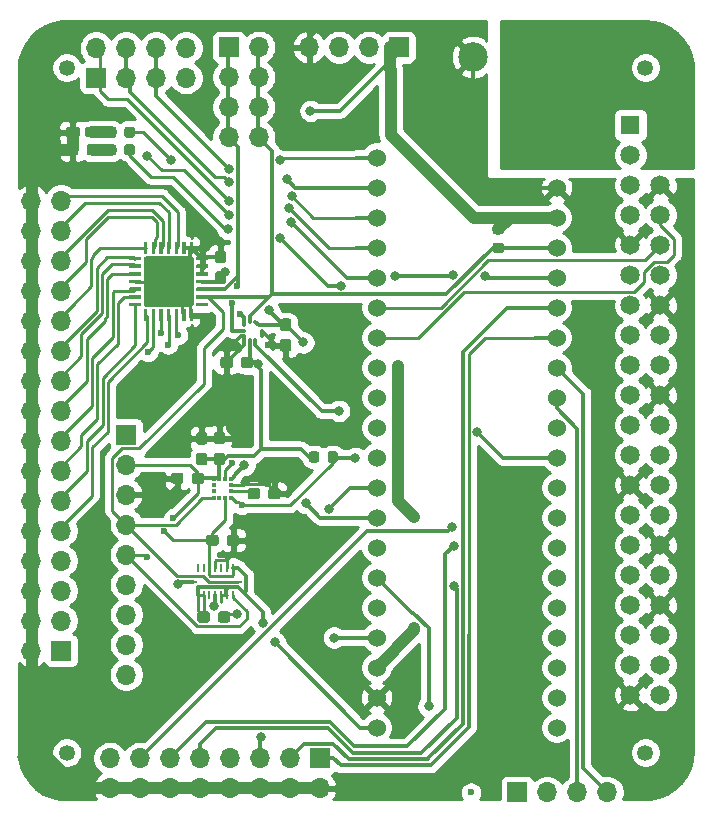
<source format=gbr>
G04 #@! TF.GenerationSoftware,KiCad,Pcbnew,5.1.5+dfsg1-2build2*
G04 #@! TF.CreationDate,2021-10-17T19:15:36+01:00*
G04 #@! TF.ProjectId,flight-controller,666c6967-6874-42d6-936f-6e74726f6c6c,rev?*
G04 #@! TF.SameCoordinates,Original*
G04 #@! TF.FileFunction,Copper,L1,Top*
G04 #@! TF.FilePolarity,Positive*
%FSLAX46Y46*%
G04 Gerber Fmt 4.6, Leading zero omitted, Abs format (unit mm)*
G04 Created by KiCad (PCBNEW 5.1.5+dfsg1-2build2) date 2021-10-17 19:15:36*
%MOMM*%
%LPD*%
G04 APERTURE LIST*
%ADD10C,1.350000*%
%ADD11C,1.640000*%
%ADD12R,1.640000X1.640000*%
%ADD13C,0.100000*%
%ADD14C,2.500000*%
%ADD15R,2.500000X2.500000*%
%ADD16C,1.524000*%
%ADD17O,1.700000X1.700000*%
%ADD18R,1.700000X1.700000*%
%ADD19R,0.275000X0.250000*%
%ADD20R,0.250000X0.275000*%
%ADD21R,0.675000X0.250000*%
%ADD22R,0.250000X0.675000*%
%ADD23R,0.400000X0.400000*%
%ADD24C,0.800000*%
%ADD25C,0.600000*%
%ADD26C,0.300000*%
%ADD27C,0.250000*%
%ADD28C,1.000000*%
%ADD29C,0.254000*%
G04 APERTURE END LIST*
D10*
X95770000Y-46130000D03*
X95770000Y-104130000D03*
X144770000Y-104130000D03*
X144770000Y-46130000D03*
D11*
X146040000Y-99260000D03*
X143500000Y-99260000D03*
X146040000Y-96720000D03*
X143500000Y-96720000D03*
X146040000Y-94180000D03*
X143500000Y-94180000D03*
X146040000Y-91640000D03*
X143500000Y-91640000D03*
X146040000Y-89100000D03*
X143500000Y-89100000D03*
X146040000Y-86560000D03*
X143500000Y-86560000D03*
X146040000Y-84020000D03*
X143500000Y-84020000D03*
X146040000Y-81480000D03*
X143500000Y-81480000D03*
X146040000Y-78940000D03*
X143500000Y-78940000D03*
X146040000Y-76400000D03*
X143500000Y-76400000D03*
X146040000Y-73860000D03*
X143500000Y-73860000D03*
X146040000Y-71320000D03*
X143500000Y-71320000D03*
X146040000Y-68780000D03*
X143500000Y-68780000D03*
X146040000Y-66240000D03*
X143500000Y-66240000D03*
X146040000Y-63700000D03*
X143500000Y-63700000D03*
X146040000Y-61160000D03*
X143500000Y-61160000D03*
X146040000Y-58620000D03*
X143500000Y-58620000D03*
X146040000Y-56080000D03*
X143500000Y-56080000D03*
X146040000Y-53540000D03*
X143500000Y-53540000D03*
X146040000Y-51000000D03*
D12*
X143500000Y-51000000D03*
G04 #@! TA.AperFunction,SMDPad,CuDef*
D13*
G36*
X98285779Y-52626144D02*
G01*
X98308834Y-52629563D01*
X98331443Y-52635227D01*
X98353387Y-52643079D01*
X98374457Y-52653044D01*
X98394448Y-52665026D01*
X98413168Y-52678910D01*
X98430438Y-52694562D01*
X98446090Y-52711832D01*
X98459974Y-52730552D01*
X98471956Y-52750543D01*
X98481921Y-52771613D01*
X98489773Y-52793557D01*
X98495437Y-52816166D01*
X98498856Y-52839221D01*
X98500000Y-52862500D01*
X98500000Y-53337500D01*
X98498856Y-53360779D01*
X98495437Y-53383834D01*
X98489773Y-53406443D01*
X98481921Y-53428387D01*
X98471956Y-53449457D01*
X98459974Y-53469448D01*
X98446090Y-53488168D01*
X98430438Y-53505438D01*
X98413168Y-53521090D01*
X98394448Y-53534974D01*
X98374457Y-53546956D01*
X98353387Y-53556921D01*
X98331443Y-53564773D01*
X98308834Y-53570437D01*
X98285779Y-53573856D01*
X98262500Y-53575000D01*
X97687500Y-53575000D01*
X97664221Y-53573856D01*
X97641166Y-53570437D01*
X97618557Y-53564773D01*
X97596613Y-53556921D01*
X97575543Y-53546956D01*
X97555552Y-53534974D01*
X97536832Y-53521090D01*
X97519562Y-53505438D01*
X97503910Y-53488168D01*
X97490026Y-53469448D01*
X97478044Y-53449457D01*
X97468079Y-53428387D01*
X97460227Y-53406443D01*
X97454563Y-53383834D01*
X97451144Y-53360779D01*
X97450000Y-53337500D01*
X97450000Y-52862500D01*
X97451144Y-52839221D01*
X97454563Y-52816166D01*
X97460227Y-52793557D01*
X97468079Y-52771613D01*
X97478044Y-52750543D01*
X97490026Y-52730552D01*
X97503910Y-52711832D01*
X97519562Y-52694562D01*
X97536832Y-52678910D01*
X97555552Y-52665026D01*
X97575543Y-52653044D01*
X97596613Y-52643079D01*
X97618557Y-52635227D01*
X97641166Y-52629563D01*
X97664221Y-52626144D01*
X97687500Y-52625000D01*
X98262500Y-52625000D01*
X98285779Y-52626144D01*
G37*
G04 #@! TD.AperFunction*
G04 #@! TA.AperFunction,SMDPad,CuDef*
G36*
X96535779Y-52626144D02*
G01*
X96558834Y-52629563D01*
X96581443Y-52635227D01*
X96603387Y-52643079D01*
X96624457Y-52653044D01*
X96644448Y-52665026D01*
X96663168Y-52678910D01*
X96680438Y-52694562D01*
X96696090Y-52711832D01*
X96709974Y-52730552D01*
X96721956Y-52750543D01*
X96731921Y-52771613D01*
X96739773Y-52793557D01*
X96745437Y-52816166D01*
X96748856Y-52839221D01*
X96750000Y-52862500D01*
X96750000Y-53337500D01*
X96748856Y-53360779D01*
X96745437Y-53383834D01*
X96739773Y-53406443D01*
X96731921Y-53428387D01*
X96721956Y-53449457D01*
X96709974Y-53469448D01*
X96696090Y-53488168D01*
X96680438Y-53505438D01*
X96663168Y-53521090D01*
X96644448Y-53534974D01*
X96624457Y-53546956D01*
X96603387Y-53556921D01*
X96581443Y-53564773D01*
X96558834Y-53570437D01*
X96535779Y-53573856D01*
X96512500Y-53575000D01*
X95937500Y-53575000D01*
X95914221Y-53573856D01*
X95891166Y-53570437D01*
X95868557Y-53564773D01*
X95846613Y-53556921D01*
X95825543Y-53546956D01*
X95805552Y-53534974D01*
X95786832Y-53521090D01*
X95769562Y-53505438D01*
X95753910Y-53488168D01*
X95740026Y-53469448D01*
X95728044Y-53449457D01*
X95718079Y-53428387D01*
X95710227Y-53406443D01*
X95704563Y-53383834D01*
X95701144Y-53360779D01*
X95700000Y-53337500D01*
X95700000Y-52862500D01*
X95701144Y-52839221D01*
X95704563Y-52816166D01*
X95710227Y-52793557D01*
X95718079Y-52771613D01*
X95728044Y-52750543D01*
X95740026Y-52730552D01*
X95753910Y-52711832D01*
X95769562Y-52694562D01*
X95786832Y-52678910D01*
X95805552Y-52665026D01*
X95825543Y-52653044D01*
X95846613Y-52643079D01*
X95868557Y-52635227D01*
X95891166Y-52629563D01*
X95914221Y-52626144D01*
X95937500Y-52625000D01*
X96512500Y-52625000D01*
X96535779Y-52626144D01*
G37*
G04 #@! TD.AperFunction*
G04 #@! TA.AperFunction,SMDPad,CuDef*
G36*
X98333329Y-51176023D02*
G01*
X98353957Y-51179083D01*
X98374185Y-51184150D01*
X98393820Y-51191176D01*
X98412672Y-51200092D01*
X98430559Y-51210813D01*
X98447309Y-51223235D01*
X98462760Y-51237240D01*
X98476765Y-51252691D01*
X98489187Y-51269441D01*
X98499908Y-51287328D01*
X98508824Y-51306180D01*
X98515850Y-51325815D01*
X98520917Y-51346043D01*
X98523977Y-51366671D01*
X98525000Y-51387500D01*
X98525000Y-51812500D01*
X98523977Y-51833329D01*
X98520917Y-51853957D01*
X98515850Y-51874185D01*
X98508824Y-51893820D01*
X98499908Y-51912672D01*
X98489187Y-51930559D01*
X98476765Y-51947309D01*
X98462760Y-51962760D01*
X98447309Y-51976765D01*
X98430559Y-51989187D01*
X98412672Y-51999908D01*
X98393820Y-52008824D01*
X98374185Y-52015850D01*
X98353957Y-52020917D01*
X98333329Y-52023977D01*
X98312500Y-52025000D01*
X97512500Y-52025000D01*
X97491671Y-52023977D01*
X97471043Y-52020917D01*
X97450815Y-52015850D01*
X97431180Y-52008824D01*
X97412328Y-51999908D01*
X97394441Y-51989187D01*
X97377691Y-51976765D01*
X97362240Y-51962760D01*
X97348235Y-51947309D01*
X97335813Y-51930559D01*
X97325092Y-51912672D01*
X97316176Y-51893820D01*
X97309150Y-51874185D01*
X97304083Y-51853957D01*
X97301023Y-51833329D01*
X97300000Y-51812500D01*
X97300000Y-51387500D01*
X97301023Y-51366671D01*
X97304083Y-51346043D01*
X97309150Y-51325815D01*
X97316176Y-51306180D01*
X97325092Y-51287328D01*
X97335813Y-51269441D01*
X97348235Y-51252691D01*
X97362240Y-51237240D01*
X97377691Y-51223235D01*
X97394441Y-51210813D01*
X97412328Y-51200092D01*
X97431180Y-51191176D01*
X97450815Y-51184150D01*
X97471043Y-51179083D01*
X97491671Y-51176023D01*
X97512500Y-51175000D01*
X98312500Y-51175000D01*
X98333329Y-51176023D01*
G37*
G04 #@! TD.AperFunction*
G04 #@! TA.AperFunction,SMDPad,CuDef*
G36*
X96708329Y-51176023D02*
G01*
X96728957Y-51179083D01*
X96749185Y-51184150D01*
X96768820Y-51191176D01*
X96787672Y-51200092D01*
X96805559Y-51210813D01*
X96822309Y-51223235D01*
X96837760Y-51237240D01*
X96851765Y-51252691D01*
X96864187Y-51269441D01*
X96874908Y-51287328D01*
X96883824Y-51306180D01*
X96890850Y-51325815D01*
X96895917Y-51346043D01*
X96898977Y-51366671D01*
X96900000Y-51387500D01*
X96900000Y-51812500D01*
X96898977Y-51833329D01*
X96895917Y-51853957D01*
X96890850Y-51874185D01*
X96883824Y-51893820D01*
X96874908Y-51912672D01*
X96864187Y-51930559D01*
X96851765Y-51947309D01*
X96837760Y-51962760D01*
X96822309Y-51976765D01*
X96805559Y-51989187D01*
X96787672Y-51999908D01*
X96768820Y-52008824D01*
X96749185Y-52015850D01*
X96728957Y-52020917D01*
X96708329Y-52023977D01*
X96687500Y-52025000D01*
X95887500Y-52025000D01*
X95866671Y-52023977D01*
X95846043Y-52020917D01*
X95825815Y-52015850D01*
X95806180Y-52008824D01*
X95787328Y-51999908D01*
X95769441Y-51989187D01*
X95752691Y-51976765D01*
X95737240Y-51962760D01*
X95723235Y-51947309D01*
X95710813Y-51930559D01*
X95700092Y-51912672D01*
X95691176Y-51893820D01*
X95684150Y-51874185D01*
X95679083Y-51853957D01*
X95676023Y-51833329D01*
X95675000Y-51812500D01*
X95675000Y-51387500D01*
X95676023Y-51366671D01*
X95679083Y-51346043D01*
X95684150Y-51325815D01*
X95691176Y-51306180D01*
X95700092Y-51287328D01*
X95710813Y-51269441D01*
X95723235Y-51252691D01*
X95737240Y-51237240D01*
X95752691Y-51223235D01*
X95769441Y-51210813D01*
X95787328Y-51200092D01*
X95806180Y-51191176D01*
X95825815Y-51184150D01*
X95846043Y-51179083D01*
X95866671Y-51176023D01*
X95887500Y-51175000D01*
X96687500Y-51175000D01*
X96708329Y-51176023D01*
G37*
G04 #@! TD.AperFunction*
D14*
X130170000Y-45250000D03*
D15*
X135250000Y-45250000D03*
D16*
X137240000Y-102010000D03*
X137240000Y-99470000D03*
X137240000Y-96930000D03*
X137240000Y-94390000D03*
X137240000Y-91850000D03*
X137240000Y-89310000D03*
X137240000Y-86770000D03*
X137240000Y-84230000D03*
X137240000Y-81690000D03*
X137240000Y-79150000D03*
X137240000Y-76610000D03*
X137240000Y-74070000D03*
X137240000Y-71530000D03*
X137240000Y-68990000D03*
X137240000Y-66450000D03*
X137240000Y-63910000D03*
X137240000Y-61370000D03*
X137240000Y-58830000D03*
X137240000Y-56290000D03*
X137240000Y-53750000D03*
X122000000Y-102010000D03*
X122000000Y-99470000D03*
X122000000Y-96930000D03*
X122000000Y-94390000D03*
X122000000Y-91850000D03*
X122000000Y-89310000D03*
X122000000Y-86770000D03*
X122000000Y-84230000D03*
X122000000Y-81690000D03*
X122000000Y-79150000D03*
X122000000Y-76610000D03*
X122000000Y-74070000D03*
X122000000Y-71530000D03*
X122000000Y-68990000D03*
X122000000Y-66450000D03*
X122000000Y-63910000D03*
X122000000Y-61370000D03*
X122000000Y-58830000D03*
X122000000Y-56290000D03*
X122000000Y-53750000D03*
G04 #@! TA.AperFunction,SMDPad,CuDef*
D13*
G36*
X107682351Y-62150361D02*
G01*
X107689632Y-62151441D01*
X107696771Y-62153229D01*
X107703701Y-62155709D01*
X107710355Y-62158856D01*
X107716668Y-62162640D01*
X107722579Y-62167024D01*
X107728033Y-62171967D01*
X107732976Y-62177421D01*
X107737360Y-62183332D01*
X107741144Y-62189645D01*
X107744291Y-62196299D01*
X107746771Y-62203229D01*
X107748559Y-62210368D01*
X107749639Y-62217649D01*
X107750000Y-62225000D01*
X107750000Y-62375000D01*
X107749639Y-62382351D01*
X107748559Y-62389632D01*
X107746771Y-62396771D01*
X107744291Y-62403701D01*
X107741144Y-62410355D01*
X107737360Y-62416668D01*
X107732976Y-62422579D01*
X107728033Y-62428033D01*
X107722579Y-62432976D01*
X107716668Y-62437360D01*
X107710355Y-62441144D01*
X107703701Y-62444291D01*
X107696771Y-62446771D01*
X107689632Y-62448559D01*
X107682351Y-62449639D01*
X107675000Y-62450000D01*
X106800000Y-62450000D01*
X106792649Y-62449639D01*
X106785368Y-62448559D01*
X106778229Y-62446771D01*
X106771299Y-62444291D01*
X106764645Y-62441144D01*
X106758332Y-62437360D01*
X106752421Y-62432976D01*
X106746967Y-62428033D01*
X106742024Y-62422579D01*
X106737640Y-62416668D01*
X106733856Y-62410355D01*
X106730709Y-62403701D01*
X106728229Y-62396771D01*
X106726441Y-62389632D01*
X106725361Y-62382351D01*
X106725000Y-62375000D01*
X106725000Y-62225000D01*
X106725361Y-62217649D01*
X106726441Y-62210368D01*
X106728229Y-62203229D01*
X106730709Y-62196299D01*
X106733856Y-62189645D01*
X106737640Y-62183332D01*
X106742024Y-62177421D01*
X106746967Y-62171967D01*
X106752421Y-62167024D01*
X106758332Y-62162640D01*
X106764645Y-62158856D01*
X106771299Y-62155709D01*
X106778229Y-62153229D01*
X106785368Y-62151441D01*
X106792649Y-62150361D01*
X106800000Y-62150000D01*
X107675000Y-62150000D01*
X107682351Y-62150361D01*
G37*
G04 #@! TD.AperFunction*
G04 #@! TA.AperFunction,SMDPad,CuDef*
G36*
X107682351Y-62800361D02*
G01*
X107689632Y-62801441D01*
X107696771Y-62803229D01*
X107703701Y-62805709D01*
X107710355Y-62808856D01*
X107716668Y-62812640D01*
X107722579Y-62817024D01*
X107728033Y-62821967D01*
X107732976Y-62827421D01*
X107737360Y-62833332D01*
X107741144Y-62839645D01*
X107744291Y-62846299D01*
X107746771Y-62853229D01*
X107748559Y-62860368D01*
X107749639Y-62867649D01*
X107750000Y-62875000D01*
X107750000Y-63025000D01*
X107749639Y-63032351D01*
X107748559Y-63039632D01*
X107746771Y-63046771D01*
X107744291Y-63053701D01*
X107741144Y-63060355D01*
X107737360Y-63066668D01*
X107732976Y-63072579D01*
X107728033Y-63078033D01*
X107722579Y-63082976D01*
X107716668Y-63087360D01*
X107710355Y-63091144D01*
X107703701Y-63094291D01*
X107696771Y-63096771D01*
X107689632Y-63098559D01*
X107682351Y-63099639D01*
X107675000Y-63100000D01*
X106800000Y-63100000D01*
X106792649Y-63099639D01*
X106785368Y-63098559D01*
X106778229Y-63096771D01*
X106771299Y-63094291D01*
X106764645Y-63091144D01*
X106758332Y-63087360D01*
X106752421Y-63082976D01*
X106746967Y-63078033D01*
X106742024Y-63072579D01*
X106737640Y-63066668D01*
X106733856Y-63060355D01*
X106730709Y-63053701D01*
X106728229Y-63046771D01*
X106726441Y-63039632D01*
X106725361Y-63032351D01*
X106725000Y-63025000D01*
X106725000Y-62875000D01*
X106725361Y-62867649D01*
X106726441Y-62860368D01*
X106728229Y-62853229D01*
X106730709Y-62846299D01*
X106733856Y-62839645D01*
X106737640Y-62833332D01*
X106742024Y-62827421D01*
X106746967Y-62821967D01*
X106752421Y-62817024D01*
X106758332Y-62812640D01*
X106764645Y-62808856D01*
X106771299Y-62805709D01*
X106778229Y-62803229D01*
X106785368Y-62801441D01*
X106792649Y-62800361D01*
X106800000Y-62800000D01*
X107675000Y-62800000D01*
X107682351Y-62800361D01*
G37*
G04 #@! TD.AperFunction*
G04 #@! TA.AperFunction,SMDPad,CuDef*
G36*
X107682351Y-63450361D02*
G01*
X107689632Y-63451441D01*
X107696771Y-63453229D01*
X107703701Y-63455709D01*
X107710355Y-63458856D01*
X107716668Y-63462640D01*
X107722579Y-63467024D01*
X107728033Y-63471967D01*
X107732976Y-63477421D01*
X107737360Y-63483332D01*
X107741144Y-63489645D01*
X107744291Y-63496299D01*
X107746771Y-63503229D01*
X107748559Y-63510368D01*
X107749639Y-63517649D01*
X107750000Y-63525000D01*
X107750000Y-63675000D01*
X107749639Y-63682351D01*
X107748559Y-63689632D01*
X107746771Y-63696771D01*
X107744291Y-63703701D01*
X107741144Y-63710355D01*
X107737360Y-63716668D01*
X107732976Y-63722579D01*
X107728033Y-63728033D01*
X107722579Y-63732976D01*
X107716668Y-63737360D01*
X107710355Y-63741144D01*
X107703701Y-63744291D01*
X107696771Y-63746771D01*
X107689632Y-63748559D01*
X107682351Y-63749639D01*
X107675000Y-63750000D01*
X106800000Y-63750000D01*
X106792649Y-63749639D01*
X106785368Y-63748559D01*
X106778229Y-63746771D01*
X106771299Y-63744291D01*
X106764645Y-63741144D01*
X106758332Y-63737360D01*
X106752421Y-63732976D01*
X106746967Y-63728033D01*
X106742024Y-63722579D01*
X106737640Y-63716668D01*
X106733856Y-63710355D01*
X106730709Y-63703701D01*
X106728229Y-63696771D01*
X106726441Y-63689632D01*
X106725361Y-63682351D01*
X106725000Y-63675000D01*
X106725000Y-63525000D01*
X106725361Y-63517649D01*
X106726441Y-63510368D01*
X106728229Y-63503229D01*
X106730709Y-63496299D01*
X106733856Y-63489645D01*
X106737640Y-63483332D01*
X106742024Y-63477421D01*
X106746967Y-63471967D01*
X106752421Y-63467024D01*
X106758332Y-63462640D01*
X106764645Y-63458856D01*
X106771299Y-63455709D01*
X106778229Y-63453229D01*
X106785368Y-63451441D01*
X106792649Y-63450361D01*
X106800000Y-63450000D01*
X107675000Y-63450000D01*
X107682351Y-63450361D01*
G37*
G04 #@! TD.AperFunction*
G04 #@! TA.AperFunction,SMDPad,CuDef*
G36*
X107682351Y-64100361D02*
G01*
X107689632Y-64101441D01*
X107696771Y-64103229D01*
X107703701Y-64105709D01*
X107710355Y-64108856D01*
X107716668Y-64112640D01*
X107722579Y-64117024D01*
X107728033Y-64121967D01*
X107732976Y-64127421D01*
X107737360Y-64133332D01*
X107741144Y-64139645D01*
X107744291Y-64146299D01*
X107746771Y-64153229D01*
X107748559Y-64160368D01*
X107749639Y-64167649D01*
X107750000Y-64175000D01*
X107750000Y-64325000D01*
X107749639Y-64332351D01*
X107748559Y-64339632D01*
X107746771Y-64346771D01*
X107744291Y-64353701D01*
X107741144Y-64360355D01*
X107737360Y-64366668D01*
X107732976Y-64372579D01*
X107728033Y-64378033D01*
X107722579Y-64382976D01*
X107716668Y-64387360D01*
X107710355Y-64391144D01*
X107703701Y-64394291D01*
X107696771Y-64396771D01*
X107689632Y-64398559D01*
X107682351Y-64399639D01*
X107675000Y-64400000D01*
X106800000Y-64400000D01*
X106792649Y-64399639D01*
X106785368Y-64398559D01*
X106778229Y-64396771D01*
X106771299Y-64394291D01*
X106764645Y-64391144D01*
X106758332Y-64387360D01*
X106752421Y-64382976D01*
X106746967Y-64378033D01*
X106742024Y-64372579D01*
X106737640Y-64366668D01*
X106733856Y-64360355D01*
X106730709Y-64353701D01*
X106728229Y-64346771D01*
X106726441Y-64339632D01*
X106725361Y-64332351D01*
X106725000Y-64325000D01*
X106725000Y-64175000D01*
X106725361Y-64167649D01*
X106726441Y-64160368D01*
X106728229Y-64153229D01*
X106730709Y-64146299D01*
X106733856Y-64139645D01*
X106737640Y-64133332D01*
X106742024Y-64127421D01*
X106746967Y-64121967D01*
X106752421Y-64117024D01*
X106758332Y-64112640D01*
X106764645Y-64108856D01*
X106771299Y-64105709D01*
X106778229Y-64103229D01*
X106785368Y-64101441D01*
X106792649Y-64100361D01*
X106800000Y-64100000D01*
X107675000Y-64100000D01*
X107682351Y-64100361D01*
G37*
G04 #@! TD.AperFunction*
G04 #@! TA.AperFunction,SMDPad,CuDef*
G36*
X107682351Y-64750361D02*
G01*
X107689632Y-64751441D01*
X107696771Y-64753229D01*
X107703701Y-64755709D01*
X107710355Y-64758856D01*
X107716668Y-64762640D01*
X107722579Y-64767024D01*
X107728033Y-64771967D01*
X107732976Y-64777421D01*
X107737360Y-64783332D01*
X107741144Y-64789645D01*
X107744291Y-64796299D01*
X107746771Y-64803229D01*
X107748559Y-64810368D01*
X107749639Y-64817649D01*
X107750000Y-64825000D01*
X107750000Y-64975000D01*
X107749639Y-64982351D01*
X107748559Y-64989632D01*
X107746771Y-64996771D01*
X107744291Y-65003701D01*
X107741144Y-65010355D01*
X107737360Y-65016668D01*
X107732976Y-65022579D01*
X107728033Y-65028033D01*
X107722579Y-65032976D01*
X107716668Y-65037360D01*
X107710355Y-65041144D01*
X107703701Y-65044291D01*
X107696771Y-65046771D01*
X107689632Y-65048559D01*
X107682351Y-65049639D01*
X107675000Y-65050000D01*
X106800000Y-65050000D01*
X106792649Y-65049639D01*
X106785368Y-65048559D01*
X106778229Y-65046771D01*
X106771299Y-65044291D01*
X106764645Y-65041144D01*
X106758332Y-65037360D01*
X106752421Y-65032976D01*
X106746967Y-65028033D01*
X106742024Y-65022579D01*
X106737640Y-65016668D01*
X106733856Y-65010355D01*
X106730709Y-65003701D01*
X106728229Y-64996771D01*
X106726441Y-64989632D01*
X106725361Y-64982351D01*
X106725000Y-64975000D01*
X106725000Y-64825000D01*
X106725361Y-64817649D01*
X106726441Y-64810368D01*
X106728229Y-64803229D01*
X106730709Y-64796299D01*
X106733856Y-64789645D01*
X106737640Y-64783332D01*
X106742024Y-64777421D01*
X106746967Y-64771967D01*
X106752421Y-64767024D01*
X106758332Y-64762640D01*
X106764645Y-64758856D01*
X106771299Y-64755709D01*
X106778229Y-64753229D01*
X106785368Y-64751441D01*
X106792649Y-64750361D01*
X106800000Y-64750000D01*
X107675000Y-64750000D01*
X107682351Y-64750361D01*
G37*
G04 #@! TD.AperFunction*
G04 #@! TA.AperFunction,SMDPad,CuDef*
G36*
X107682351Y-65400361D02*
G01*
X107689632Y-65401441D01*
X107696771Y-65403229D01*
X107703701Y-65405709D01*
X107710355Y-65408856D01*
X107716668Y-65412640D01*
X107722579Y-65417024D01*
X107728033Y-65421967D01*
X107732976Y-65427421D01*
X107737360Y-65433332D01*
X107741144Y-65439645D01*
X107744291Y-65446299D01*
X107746771Y-65453229D01*
X107748559Y-65460368D01*
X107749639Y-65467649D01*
X107750000Y-65475000D01*
X107750000Y-65625000D01*
X107749639Y-65632351D01*
X107748559Y-65639632D01*
X107746771Y-65646771D01*
X107744291Y-65653701D01*
X107741144Y-65660355D01*
X107737360Y-65666668D01*
X107732976Y-65672579D01*
X107728033Y-65678033D01*
X107722579Y-65682976D01*
X107716668Y-65687360D01*
X107710355Y-65691144D01*
X107703701Y-65694291D01*
X107696771Y-65696771D01*
X107689632Y-65698559D01*
X107682351Y-65699639D01*
X107675000Y-65700000D01*
X106800000Y-65700000D01*
X106792649Y-65699639D01*
X106785368Y-65698559D01*
X106778229Y-65696771D01*
X106771299Y-65694291D01*
X106764645Y-65691144D01*
X106758332Y-65687360D01*
X106752421Y-65682976D01*
X106746967Y-65678033D01*
X106742024Y-65672579D01*
X106737640Y-65666668D01*
X106733856Y-65660355D01*
X106730709Y-65653701D01*
X106728229Y-65646771D01*
X106726441Y-65639632D01*
X106725361Y-65632351D01*
X106725000Y-65625000D01*
X106725000Y-65475000D01*
X106725361Y-65467649D01*
X106726441Y-65460368D01*
X106728229Y-65453229D01*
X106730709Y-65446299D01*
X106733856Y-65439645D01*
X106737640Y-65433332D01*
X106742024Y-65427421D01*
X106746967Y-65421967D01*
X106752421Y-65417024D01*
X106758332Y-65412640D01*
X106764645Y-65408856D01*
X106771299Y-65405709D01*
X106778229Y-65403229D01*
X106785368Y-65401441D01*
X106792649Y-65400361D01*
X106800000Y-65400000D01*
X107675000Y-65400000D01*
X107682351Y-65400361D01*
G37*
G04 #@! TD.AperFunction*
G04 #@! TA.AperFunction,SMDPad,CuDef*
G36*
X107682351Y-66050361D02*
G01*
X107689632Y-66051441D01*
X107696771Y-66053229D01*
X107703701Y-66055709D01*
X107710355Y-66058856D01*
X107716668Y-66062640D01*
X107722579Y-66067024D01*
X107728033Y-66071967D01*
X107732976Y-66077421D01*
X107737360Y-66083332D01*
X107741144Y-66089645D01*
X107744291Y-66096299D01*
X107746771Y-66103229D01*
X107748559Y-66110368D01*
X107749639Y-66117649D01*
X107750000Y-66125000D01*
X107750000Y-66275000D01*
X107749639Y-66282351D01*
X107748559Y-66289632D01*
X107746771Y-66296771D01*
X107744291Y-66303701D01*
X107741144Y-66310355D01*
X107737360Y-66316668D01*
X107732976Y-66322579D01*
X107728033Y-66328033D01*
X107722579Y-66332976D01*
X107716668Y-66337360D01*
X107710355Y-66341144D01*
X107703701Y-66344291D01*
X107696771Y-66346771D01*
X107689632Y-66348559D01*
X107682351Y-66349639D01*
X107675000Y-66350000D01*
X106800000Y-66350000D01*
X106792649Y-66349639D01*
X106785368Y-66348559D01*
X106778229Y-66346771D01*
X106771299Y-66344291D01*
X106764645Y-66341144D01*
X106758332Y-66337360D01*
X106752421Y-66332976D01*
X106746967Y-66328033D01*
X106742024Y-66322579D01*
X106737640Y-66316668D01*
X106733856Y-66310355D01*
X106730709Y-66303701D01*
X106728229Y-66296771D01*
X106726441Y-66289632D01*
X106725361Y-66282351D01*
X106725000Y-66275000D01*
X106725000Y-66125000D01*
X106725361Y-66117649D01*
X106726441Y-66110368D01*
X106728229Y-66103229D01*
X106730709Y-66096299D01*
X106733856Y-66089645D01*
X106737640Y-66083332D01*
X106742024Y-66077421D01*
X106746967Y-66071967D01*
X106752421Y-66067024D01*
X106758332Y-66062640D01*
X106764645Y-66058856D01*
X106771299Y-66055709D01*
X106778229Y-66053229D01*
X106785368Y-66051441D01*
X106792649Y-66050361D01*
X106800000Y-66050000D01*
X107675000Y-66050000D01*
X107682351Y-66050361D01*
G37*
G04 #@! TD.AperFunction*
G04 #@! TA.AperFunction,SMDPad,CuDef*
G36*
X106432351Y-66575361D02*
G01*
X106439632Y-66576441D01*
X106446771Y-66578229D01*
X106453701Y-66580709D01*
X106460355Y-66583856D01*
X106466668Y-66587640D01*
X106472579Y-66592024D01*
X106478033Y-66596967D01*
X106482976Y-66602421D01*
X106487360Y-66608332D01*
X106491144Y-66614645D01*
X106494291Y-66621299D01*
X106496771Y-66628229D01*
X106498559Y-66635368D01*
X106499639Y-66642649D01*
X106500000Y-66650000D01*
X106500000Y-67525000D01*
X106499639Y-67532351D01*
X106498559Y-67539632D01*
X106496771Y-67546771D01*
X106494291Y-67553701D01*
X106491144Y-67560355D01*
X106487360Y-67566668D01*
X106482976Y-67572579D01*
X106478033Y-67578033D01*
X106472579Y-67582976D01*
X106466668Y-67587360D01*
X106460355Y-67591144D01*
X106453701Y-67594291D01*
X106446771Y-67596771D01*
X106439632Y-67598559D01*
X106432351Y-67599639D01*
X106425000Y-67600000D01*
X106275000Y-67600000D01*
X106267649Y-67599639D01*
X106260368Y-67598559D01*
X106253229Y-67596771D01*
X106246299Y-67594291D01*
X106239645Y-67591144D01*
X106233332Y-67587360D01*
X106227421Y-67582976D01*
X106221967Y-67578033D01*
X106217024Y-67572579D01*
X106212640Y-67566668D01*
X106208856Y-67560355D01*
X106205709Y-67553701D01*
X106203229Y-67546771D01*
X106201441Y-67539632D01*
X106200361Y-67532351D01*
X106200000Y-67525000D01*
X106200000Y-66650000D01*
X106200361Y-66642649D01*
X106201441Y-66635368D01*
X106203229Y-66628229D01*
X106205709Y-66621299D01*
X106208856Y-66614645D01*
X106212640Y-66608332D01*
X106217024Y-66602421D01*
X106221967Y-66596967D01*
X106227421Y-66592024D01*
X106233332Y-66587640D01*
X106239645Y-66583856D01*
X106246299Y-66580709D01*
X106253229Y-66578229D01*
X106260368Y-66576441D01*
X106267649Y-66575361D01*
X106275000Y-66575000D01*
X106425000Y-66575000D01*
X106432351Y-66575361D01*
G37*
G04 #@! TD.AperFunction*
G04 #@! TA.AperFunction,SMDPad,CuDef*
G36*
X105782351Y-66575361D02*
G01*
X105789632Y-66576441D01*
X105796771Y-66578229D01*
X105803701Y-66580709D01*
X105810355Y-66583856D01*
X105816668Y-66587640D01*
X105822579Y-66592024D01*
X105828033Y-66596967D01*
X105832976Y-66602421D01*
X105837360Y-66608332D01*
X105841144Y-66614645D01*
X105844291Y-66621299D01*
X105846771Y-66628229D01*
X105848559Y-66635368D01*
X105849639Y-66642649D01*
X105850000Y-66650000D01*
X105850000Y-67525000D01*
X105849639Y-67532351D01*
X105848559Y-67539632D01*
X105846771Y-67546771D01*
X105844291Y-67553701D01*
X105841144Y-67560355D01*
X105837360Y-67566668D01*
X105832976Y-67572579D01*
X105828033Y-67578033D01*
X105822579Y-67582976D01*
X105816668Y-67587360D01*
X105810355Y-67591144D01*
X105803701Y-67594291D01*
X105796771Y-67596771D01*
X105789632Y-67598559D01*
X105782351Y-67599639D01*
X105775000Y-67600000D01*
X105625000Y-67600000D01*
X105617649Y-67599639D01*
X105610368Y-67598559D01*
X105603229Y-67596771D01*
X105596299Y-67594291D01*
X105589645Y-67591144D01*
X105583332Y-67587360D01*
X105577421Y-67582976D01*
X105571967Y-67578033D01*
X105567024Y-67572579D01*
X105562640Y-67566668D01*
X105558856Y-67560355D01*
X105555709Y-67553701D01*
X105553229Y-67546771D01*
X105551441Y-67539632D01*
X105550361Y-67532351D01*
X105550000Y-67525000D01*
X105550000Y-66650000D01*
X105550361Y-66642649D01*
X105551441Y-66635368D01*
X105553229Y-66628229D01*
X105555709Y-66621299D01*
X105558856Y-66614645D01*
X105562640Y-66608332D01*
X105567024Y-66602421D01*
X105571967Y-66596967D01*
X105577421Y-66592024D01*
X105583332Y-66587640D01*
X105589645Y-66583856D01*
X105596299Y-66580709D01*
X105603229Y-66578229D01*
X105610368Y-66576441D01*
X105617649Y-66575361D01*
X105625000Y-66575000D01*
X105775000Y-66575000D01*
X105782351Y-66575361D01*
G37*
G04 #@! TD.AperFunction*
G04 #@! TA.AperFunction,SMDPad,CuDef*
G36*
X105132351Y-66575361D02*
G01*
X105139632Y-66576441D01*
X105146771Y-66578229D01*
X105153701Y-66580709D01*
X105160355Y-66583856D01*
X105166668Y-66587640D01*
X105172579Y-66592024D01*
X105178033Y-66596967D01*
X105182976Y-66602421D01*
X105187360Y-66608332D01*
X105191144Y-66614645D01*
X105194291Y-66621299D01*
X105196771Y-66628229D01*
X105198559Y-66635368D01*
X105199639Y-66642649D01*
X105200000Y-66650000D01*
X105200000Y-67525000D01*
X105199639Y-67532351D01*
X105198559Y-67539632D01*
X105196771Y-67546771D01*
X105194291Y-67553701D01*
X105191144Y-67560355D01*
X105187360Y-67566668D01*
X105182976Y-67572579D01*
X105178033Y-67578033D01*
X105172579Y-67582976D01*
X105166668Y-67587360D01*
X105160355Y-67591144D01*
X105153701Y-67594291D01*
X105146771Y-67596771D01*
X105139632Y-67598559D01*
X105132351Y-67599639D01*
X105125000Y-67600000D01*
X104975000Y-67600000D01*
X104967649Y-67599639D01*
X104960368Y-67598559D01*
X104953229Y-67596771D01*
X104946299Y-67594291D01*
X104939645Y-67591144D01*
X104933332Y-67587360D01*
X104927421Y-67582976D01*
X104921967Y-67578033D01*
X104917024Y-67572579D01*
X104912640Y-67566668D01*
X104908856Y-67560355D01*
X104905709Y-67553701D01*
X104903229Y-67546771D01*
X104901441Y-67539632D01*
X104900361Y-67532351D01*
X104900000Y-67525000D01*
X104900000Y-66650000D01*
X104900361Y-66642649D01*
X104901441Y-66635368D01*
X104903229Y-66628229D01*
X104905709Y-66621299D01*
X104908856Y-66614645D01*
X104912640Y-66608332D01*
X104917024Y-66602421D01*
X104921967Y-66596967D01*
X104927421Y-66592024D01*
X104933332Y-66587640D01*
X104939645Y-66583856D01*
X104946299Y-66580709D01*
X104953229Y-66578229D01*
X104960368Y-66576441D01*
X104967649Y-66575361D01*
X104975000Y-66575000D01*
X105125000Y-66575000D01*
X105132351Y-66575361D01*
G37*
G04 #@! TD.AperFunction*
G04 #@! TA.AperFunction,SMDPad,CuDef*
G36*
X104482351Y-66575361D02*
G01*
X104489632Y-66576441D01*
X104496771Y-66578229D01*
X104503701Y-66580709D01*
X104510355Y-66583856D01*
X104516668Y-66587640D01*
X104522579Y-66592024D01*
X104528033Y-66596967D01*
X104532976Y-66602421D01*
X104537360Y-66608332D01*
X104541144Y-66614645D01*
X104544291Y-66621299D01*
X104546771Y-66628229D01*
X104548559Y-66635368D01*
X104549639Y-66642649D01*
X104550000Y-66650000D01*
X104550000Y-67525000D01*
X104549639Y-67532351D01*
X104548559Y-67539632D01*
X104546771Y-67546771D01*
X104544291Y-67553701D01*
X104541144Y-67560355D01*
X104537360Y-67566668D01*
X104532976Y-67572579D01*
X104528033Y-67578033D01*
X104522579Y-67582976D01*
X104516668Y-67587360D01*
X104510355Y-67591144D01*
X104503701Y-67594291D01*
X104496771Y-67596771D01*
X104489632Y-67598559D01*
X104482351Y-67599639D01*
X104475000Y-67600000D01*
X104325000Y-67600000D01*
X104317649Y-67599639D01*
X104310368Y-67598559D01*
X104303229Y-67596771D01*
X104296299Y-67594291D01*
X104289645Y-67591144D01*
X104283332Y-67587360D01*
X104277421Y-67582976D01*
X104271967Y-67578033D01*
X104267024Y-67572579D01*
X104262640Y-67566668D01*
X104258856Y-67560355D01*
X104255709Y-67553701D01*
X104253229Y-67546771D01*
X104251441Y-67539632D01*
X104250361Y-67532351D01*
X104250000Y-67525000D01*
X104250000Y-66650000D01*
X104250361Y-66642649D01*
X104251441Y-66635368D01*
X104253229Y-66628229D01*
X104255709Y-66621299D01*
X104258856Y-66614645D01*
X104262640Y-66608332D01*
X104267024Y-66602421D01*
X104271967Y-66596967D01*
X104277421Y-66592024D01*
X104283332Y-66587640D01*
X104289645Y-66583856D01*
X104296299Y-66580709D01*
X104303229Y-66578229D01*
X104310368Y-66576441D01*
X104317649Y-66575361D01*
X104325000Y-66575000D01*
X104475000Y-66575000D01*
X104482351Y-66575361D01*
G37*
G04 #@! TD.AperFunction*
G04 #@! TA.AperFunction,SMDPad,CuDef*
G36*
X103832351Y-66575361D02*
G01*
X103839632Y-66576441D01*
X103846771Y-66578229D01*
X103853701Y-66580709D01*
X103860355Y-66583856D01*
X103866668Y-66587640D01*
X103872579Y-66592024D01*
X103878033Y-66596967D01*
X103882976Y-66602421D01*
X103887360Y-66608332D01*
X103891144Y-66614645D01*
X103894291Y-66621299D01*
X103896771Y-66628229D01*
X103898559Y-66635368D01*
X103899639Y-66642649D01*
X103900000Y-66650000D01*
X103900000Y-67525000D01*
X103899639Y-67532351D01*
X103898559Y-67539632D01*
X103896771Y-67546771D01*
X103894291Y-67553701D01*
X103891144Y-67560355D01*
X103887360Y-67566668D01*
X103882976Y-67572579D01*
X103878033Y-67578033D01*
X103872579Y-67582976D01*
X103866668Y-67587360D01*
X103860355Y-67591144D01*
X103853701Y-67594291D01*
X103846771Y-67596771D01*
X103839632Y-67598559D01*
X103832351Y-67599639D01*
X103825000Y-67600000D01*
X103675000Y-67600000D01*
X103667649Y-67599639D01*
X103660368Y-67598559D01*
X103653229Y-67596771D01*
X103646299Y-67594291D01*
X103639645Y-67591144D01*
X103633332Y-67587360D01*
X103627421Y-67582976D01*
X103621967Y-67578033D01*
X103617024Y-67572579D01*
X103612640Y-67566668D01*
X103608856Y-67560355D01*
X103605709Y-67553701D01*
X103603229Y-67546771D01*
X103601441Y-67539632D01*
X103600361Y-67532351D01*
X103600000Y-67525000D01*
X103600000Y-66650000D01*
X103600361Y-66642649D01*
X103601441Y-66635368D01*
X103603229Y-66628229D01*
X103605709Y-66621299D01*
X103608856Y-66614645D01*
X103612640Y-66608332D01*
X103617024Y-66602421D01*
X103621967Y-66596967D01*
X103627421Y-66592024D01*
X103633332Y-66587640D01*
X103639645Y-66583856D01*
X103646299Y-66580709D01*
X103653229Y-66578229D01*
X103660368Y-66576441D01*
X103667649Y-66575361D01*
X103675000Y-66575000D01*
X103825000Y-66575000D01*
X103832351Y-66575361D01*
G37*
G04 #@! TD.AperFunction*
G04 #@! TA.AperFunction,SMDPad,CuDef*
G36*
X103182351Y-66575361D02*
G01*
X103189632Y-66576441D01*
X103196771Y-66578229D01*
X103203701Y-66580709D01*
X103210355Y-66583856D01*
X103216668Y-66587640D01*
X103222579Y-66592024D01*
X103228033Y-66596967D01*
X103232976Y-66602421D01*
X103237360Y-66608332D01*
X103241144Y-66614645D01*
X103244291Y-66621299D01*
X103246771Y-66628229D01*
X103248559Y-66635368D01*
X103249639Y-66642649D01*
X103250000Y-66650000D01*
X103250000Y-67525000D01*
X103249639Y-67532351D01*
X103248559Y-67539632D01*
X103246771Y-67546771D01*
X103244291Y-67553701D01*
X103241144Y-67560355D01*
X103237360Y-67566668D01*
X103232976Y-67572579D01*
X103228033Y-67578033D01*
X103222579Y-67582976D01*
X103216668Y-67587360D01*
X103210355Y-67591144D01*
X103203701Y-67594291D01*
X103196771Y-67596771D01*
X103189632Y-67598559D01*
X103182351Y-67599639D01*
X103175000Y-67600000D01*
X103025000Y-67600000D01*
X103017649Y-67599639D01*
X103010368Y-67598559D01*
X103003229Y-67596771D01*
X102996299Y-67594291D01*
X102989645Y-67591144D01*
X102983332Y-67587360D01*
X102977421Y-67582976D01*
X102971967Y-67578033D01*
X102967024Y-67572579D01*
X102962640Y-67566668D01*
X102958856Y-67560355D01*
X102955709Y-67553701D01*
X102953229Y-67546771D01*
X102951441Y-67539632D01*
X102950361Y-67532351D01*
X102950000Y-67525000D01*
X102950000Y-66650000D01*
X102950361Y-66642649D01*
X102951441Y-66635368D01*
X102953229Y-66628229D01*
X102955709Y-66621299D01*
X102958856Y-66614645D01*
X102962640Y-66608332D01*
X102967024Y-66602421D01*
X102971967Y-66596967D01*
X102977421Y-66592024D01*
X102983332Y-66587640D01*
X102989645Y-66583856D01*
X102996299Y-66580709D01*
X103003229Y-66578229D01*
X103010368Y-66576441D01*
X103017649Y-66575361D01*
X103025000Y-66575000D01*
X103175000Y-66575000D01*
X103182351Y-66575361D01*
G37*
G04 #@! TD.AperFunction*
G04 #@! TA.AperFunction,SMDPad,CuDef*
G36*
X102532351Y-66575361D02*
G01*
X102539632Y-66576441D01*
X102546771Y-66578229D01*
X102553701Y-66580709D01*
X102560355Y-66583856D01*
X102566668Y-66587640D01*
X102572579Y-66592024D01*
X102578033Y-66596967D01*
X102582976Y-66602421D01*
X102587360Y-66608332D01*
X102591144Y-66614645D01*
X102594291Y-66621299D01*
X102596771Y-66628229D01*
X102598559Y-66635368D01*
X102599639Y-66642649D01*
X102600000Y-66650000D01*
X102600000Y-67525000D01*
X102599639Y-67532351D01*
X102598559Y-67539632D01*
X102596771Y-67546771D01*
X102594291Y-67553701D01*
X102591144Y-67560355D01*
X102587360Y-67566668D01*
X102582976Y-67572579D01*
X102578033Y-67578033D01*
X102572579Y-67582976D01*
X102566668Y-67587360D01*
X102560355Y-67591144D01*
X102553701Y-67594291D01*
X102546771Y-67596771D01*
X102539632Y-67598559D01*
X102532351Y-67599639D01*
X102525000Y-67600000D01*
X102375000Y-67600000D01*
X102367649Y-67599639D01*
X102360368Y-67598559D01*
X102353229Y-67596771D01*
X102346299Y-67594291D01*
X102339645Y-67591144D01*
X102333332Y-67587360D01*
X102327421Y-67582976D01*
X102321967Y-67578033D01*
X102317024Y-67572579D01*
X102312640Y-67566668D01*
X102308856Y-67560355D01*
X102305709Y-67553701D01*
X102303229Y-67546771D01*
X102301441Y-67539632D01*
X102300361Y-67532351D01*
X102300000Y-67525000D01*
X102300000Y-66650000D01*
X102300361Y-66642649D01*
X102301441Y-66635368D01*
X102303229Y-66628229D01*
X102305709Y-66621299D01*
X102308856Y-66614645D01*
X102312640Y-66608332D01*
X102317024Y-66602421D01*
X102321967Y-66596967D01*
X102327421Y-66592024D01*
X102333332Y-66587640D01*
X102339645Y-66583856D01*
X102346299Y-66580709D01*
X102353229Y-66578229D01*
X102360368Y-66576441D01*
X102367649Y-66575361D01*
X102375000Y-66575000D01*
X102525000Y-66575000D01*
X102532351Y-66575361D01*
G37*
G04 #@! TD.AperFunction*
G04 #@! TA.AperFunction,SMDPad,CuDef*
G36*
X102007351Y-66050361D02*
G01*
X102014632Y-66051441D01*
X102021771Y-66053229D01*
X102028701Y-66055709D01*
X102035355Y-66058856D01*
X102041668Y-66062640D01*
X102047579Y-66067024D01*
X102053033Y-66071967D01*
X102057976Y-66077421D01*
X102062360Y-66083332D01*
X102066144Y-66089645D01*
X102069291Y-66096299D01*
X102071771Y-66103229D01*
X102073559Y-66110368D01*
X102074639Y-66117649D01*
X102075000Y-66125000D01*
X102075000Y-66275000D01*
X102074639Y-66282351D01*
X102073559Y-66289632D01*
X102071771Y-66296771D01*
X102069291Y-66303701D01*
X102066144Y-66310355D01*
X102062360Y-66316668D01*
X102057976Y-66322579D01*
X102053033Y-66328033D01*
X102047579Y-66332976D01*
X102041668Y-66337360D01*
X102035355Y-66341144D01*
X102028701Y-66344291D01*
X102021771Y-66346771D01*
X102014632Y-66348559D01*
X102007351Y-66349639D01*
X102000000Y-66350000D01*
X101125000Y-66350000D01*
X101117649Y-66349639D01*
X101110368Y-66348559D01*
X101103229Y-66346771D01*
X101096299Y-66344291D01*
X101089645Y-66341144D01*
X101083332Y-66337360D01*
X101077421Y-66332976D01*
X101071967Y-66328033D01*
X101067024Y-66322579D01*
X101062640Y-66316668D01*
X101058856Y-66310355D01*
X101055709Y-66303701D01*
X101053229Y-66296771D01*
X101051441Y-66289632D01*
X101050361Y-66282351D01*
X101050000Y-66275000D01*
X101050000Y-66125000D01*
X101050361Y-66117649D01*
X101051441Y-66110368D01*
X101053229Y-66103229D01*
X101055709Y-66096299D01*
X101058856Y-66089645D01*
X101062640Y-66083332D01*
X101067024Y-66077421D01*
X101071967Y-66071967D01*
X101077421Y-66067024D01*
X101083332Y-66062640D01*
X101089645Y-66058856D01*
X101096299Y-66055709D01*
X101103229Y-66053229D01*
X101110368Y-66051441D01*
X101117649Y-66050361D01*
X101125000Y-66050000D01*
X102000000Y-66050000D01*
X102007351Y-66050361D01*
G37*
G04 #@! TD.AperFunction*
G04 #@! TA.AperFunction,SMDPad,CuDef*
G36*
X102007351Y-65400361D02*
G01*
X102014632Y-65401441D01*
X102021771Y-65403229D01*
X102028701Y-65405709D01*
X102035355Y-65408856D01*
X102041668Y-65412640D01*
X102047579Y-65417024D01*
X102053033Y-65421967D01*
X102057976Y-65427421D01*
X102062360Y-65433332D01*
X102066144Y-65439645D01*
X102069291Y-65446299D01*
X102071771Y-65453229D01*
X102073559Y-65460368D01*
X102074639Y-65467649D01*
X102075000Y-65475000D01*
X102075000Y-65625000D01*
X102074639Y-65632351D01*
X102073559Y-65639632D01*
X102071771Y-65646771D01*
X102069291Y-65653701D01*
X102066144Y-65660355D01*
X102062360Y-65666668D01*
X102057976Y-65672579D01*
X102053033Y-65678033D01*
X102047579Y-65682976D01*
X102041668Y-65687360D01*
X102035355Y-65691144D01*
X102028701Y-65694291D01*
X102021771Y-65696771D01*
X102014632Y-65698559D01*
X102007351Y-65699639D01*
X102000000Y-65700000D01*
X101125000Y-65700000D01*
X101117649Y-65699639D01*
X101110368Y-65698559D01*
X101103229Y-65696771D01*
X101096299Y-65694291D01*
X101089645Y-65691144D01*
X101083332Y-65687360D01*
X101077421Y-65682976D01*
X101071967Y-65678033D01*
X101067024Y-65672579D01*
X101062640Y-65666668D01*
X101058856Y-65660355D01*
X101055709Y-65653701D01*
X101053229Y-65646771D01*
X101051441Y-65639632D01*
X101050361Y-65632351D01*
X101050000Y-65625000D01*
X101050000Y-65475000D01*
X101050361Y-65467649D01*
X101051441Y-65460368D01*
X101053229Y-65453229D01*
X101055709Y-65446299D01*
X101058856Y-65439645D01*
X101062640Y-65433332D01*
X101067024Y-65427421D01*
X101071967Y-65421967D01*
X101077421Y-65417024D01*
X101083332Y-65412640D01*
X101089645Y-65408856D01*
X101096299Y-65405709D01*
X101103229Y-65403229D01*
X101110368Y-65401441D01*
X101117649Y-65400361D01*
X101125000Y-65400000D01*
X102000000Y-65400000D01*
X102007351Y-65400361D01*
G37*
G04 #@! TD.AperFunction*
G04 #@! TA.AperFunction,SMDPad,CuDef*
G36*
X102007351Y-64750361D02*
G01*
X102014632Y-64751441D01*
X102021771Y-64753229D01*
X102028701Y-64755709D01*
X102035355Y-64758856D01*
X102041668Y-64762640D01*
X102047579Y-64767024D01*
X102053033Y-64771967D01*
X102057976Y-64777421D01*
X102062360Y-64783332D01*
X102066144Y-64789645D01*
X102069291Y-64796299D01*
X102071771Y-64803229D01*
X102073559Y-64810368D01*
X102074639Y-64817649D01*
X102075000Y-64825000D01*
X102075000Y-64975000D01*
X102074639Y-64982351D01*
X102073559Y-64989632D01*
X102071771Y-64996771D01*
X102069291Y-65003701D01*
X102066144Y-65010355D01*
X102062360Y-65016668D01*
X102057976Y-65022579D01*
X102053033Y-65028033D01*
X102047579Y-65032976D01*
X102041668Y-65037360D01*
X102035355Y-65041144D01*
X102028701Y-65044291D01*
X102021771Y-65046771D01*
X102014632Y-65048559D01*
X102007351Y-65049639D01*
X102000000Y-65050000D01*
X101125000Y-65050000D01*
X101117649Y-65049639D01*
X101110368Y-65048559D01*
X101103229Y-65046771D01*
X101096299Y-65044291D01*
X101089645Y-65041144D01*
X101083332Y-65037360D01*
X101077421Y-65032976D01*
X101071967Y-65028033D01*
X101067024Y-65022579D01*
X101062640Y-65016668D01*
X101058856Y-65010355D01*
X101055709Y-65003701D01*
X101053229Y-64996771D01*
X101051441Y-64989632D01*
X101050361Y-64982351D01*
X101050000Y-64975000D01*
X101050000Y-64825000D01*
X101050361Y-64817649D01*
X101051441Y-64810368D01*
X101053229Y-64803229D01*
X101055709Y-64796299D01*
X101058856Y-64789645D01*
X101062640Y-64783332D01*
X101067024Y-64777421D01*
X101071967Y-64771967D01*
X101077421Y-64767024D01*
X101083332Y-64762640D01*
X101089645Y-64758856D01*
X101096299Y-64755709D01*
X101103229Y-64753229D01*
X101110368Y-64751441D01*
X101117649Y-64750361D01*
X101125000Y-64750000D01*
X102000000Y-64750000D01*
X102007351Y-64750361D01*
G37*
G04 #@! TD.AperFunction*
G04 #@! TA.AperFunction,SMDPad,CuDef*
G36*
X102007351Y-64100361D02*
G01*
X102014632Y-64101441D01*
X102021771Y-64103229D01*
X102028701Y-64105709D01*
X102035355Y-64108856D01*
X102041668Y-64112640D01*
X102047579Y-64117024D01*
X102053033Y-64121967D01*
X102057976Y-64127421D01*
X102062360Y-64133332D01*
X102066144Y-64139645D01*
X102069291Y-64146299D01*
X102071771Y-64153229D01*
X102073559Y-64160368D01*
X102074639Y-64167649D01*
X102075000Y-64175000D01*
X102075000Y-64325000D01*
X102074639Y-64332351D01*
X102073559Y-64339632D01*
X102071771Y-64346771D01*
X102069291Y-64353701D01*
X102066144Y-64360355D01*
X102062360Y-64366668D01*
X102057976Y-64372579D01*
X102053033Y-64378033D01*
X102047579Y-64382976D01*
X102041668Y-64387360D01*
X102035355Y-64391144D01*
X102028701Y-64394291D01*
X102021771Y-64396771D01*
X102014632Y-64398559D01*
X102007351Y-64399639D01*
X102000000Y-64400000D01*
X101125000Y-64400000D01*
X101117649Y-64399639D01*
X101110368Y-64398559D01*
X101103229Y-64396771D01*
X101096299Y-64394291D01*
X101089645Y-64391144D01*
X101083332Y-64387360D01*
X101077421Y-64382976D01*
X101071967Y-64378033D01*
X101067024Y-64372579D01*
X101062640Y-64366668D01*
X101058856Y-64360355D01*
X101055709Y-64353701D01*
X101053229Y-64346771D01*
X101051441Y-64339632D01*
X101050361Y-64332351D01*
X101050000Y-64325000D01*
X101050000Y-64175000D01*
X101050361Y-64167649D01*
X101051441Y-64160368D01*
X101053229Y-64153229D01*
X101055709Y-64146299D01*
X101058856Y-64139645D01*
X101062640Y-64133332D01*
X101067024Y-64127421D01*
X101071967Y-64121967D01*
X101077421Y-64117024D01*
X101083332Y-64112640D01*
X101089645Y-64108856D01*
X101096299Y-64105709D01*
X101103229Y-64103229D01*
X101110368Y-64101441D01*
X101117649Y-64100361D01*
X101125000Y-64100000D01*
X102000000Y-64100000D01*
X102007351Y-64100361D01*
G37*
G04 #@! TD.AperFunction*
G04 #@! TA.AperFunction,SMDPad,CuDef*
G36*
X102007351Y-63450361D02*
G01*
X102014632Y-63451441D01*
X102021771Y-63453229D01*
X102028701Y-63455709D01*
X102035355Y-63458856D01*
X102041668Y-63462640D01*
X102047579Y-63467024D01*
X102053033Y-63471967D01*
X102057976Y-63477421D01*
X102062360Y-63483332D01*
X102066144Y-63489645D01*
X102069291Y-63496299D01*
X102071771Y-63503229D01*
X102073559Y-63510368D01*
X102074639Y-63517649D01*
X102075000Y-63525000D01*
X102075000Y-63675000D01*
X102074639Y-63682351D01*
X102073559Y-63689632D01*
X102071771Y-63696771D01*
X102069291Y-63703701D01*
X102066144Y-63710355D01*
X102062360Y-63716668D01*
X102057976Y-63722579D01*
X102053033Y-63728033D01*
X102047579Y-63732976D01*
X102041668Y-63737360D01*
X102035355Y-63741144D01*
X102028701Y-63744291D01*
X102021771Y-63746771D01*
X102014632Y-63748559D01*
X102007351Y-63749639D01*
X102000000Y-63750000D01*
X101125000Y-63750000D01*
X101117649Y-63749639D01*
X101110368Y-63748559D01*
X101103229Y-63746771D01*
X101096299Y-63744291D01*
X101089645Y-63741144D01*
X101083332Y-63737360D01*
X101077421Y-63732976D01*
X101071967Y-63728033D01*
X101067024Y-63722579D01*
X101062640Y-63716668D01*
X101058856Y-63710355D01*
X101055709Y-63703701D01*
X101053229Y-63696771D01*
X101051441Y-63689632D01*
X101050361Y-63682351D01*
X101050000Y-63675000D01*
X101050000Y-63525000D01*
X101050361Y-63517649D01*
X101051441Y-63510368D01*
X101053229Y-63503229D01*
X101055709Y-63496299D01*
X101058856Y-63489645D01*
X101062640Y-63483332D01*
X101067024Y-63477421D01*
X101071967Y-63471967D01*
X101077421Y-63467024D01*
X101083332Y-63462640D01*
X101089645Y-63458856D01*
X101096299Y-63455709D01*
X101103229Y-63453229D01*
X101110368Y-63451441D01*
X101117649Y-63450361D01*
X101125000Y-63450000D01*
X102000000Y-63450000D01*
X102007351Y-63450361D01*
G37*
G04 #@! TD.AperFunction*
G04 #@! TA.AperFunction,SMDPad,CuDef*
G36*
X102007351Y-62800361D02*
G01*
X102014632Y-62801441D01*
X102021771Y-62803229D01*
X102028701Y-62805709D01*
X102035355Y-62808856D01*
X102041668Y-62812640D01*
X102047579Y-62817024D01*
X102053033Y-62821967D01*
X102057976Y-62827421D01*
X102062360Y-62833332D01*
X102066144Y-62839645D01*
X102069291Y-62846299D01*
X102071771Y-62853229D01*
X102073559Y-62860368D01*
X102074639Y-62867649D01*
X102075000Y-62875000D01*
X102075000Y-63025000D01*
X102074639Y-63032351D01*
X102073559Y-63039632D01*
X102071771Y-63046771D01*
X102069291Y-63053701D01*
X102066144Y-63060355D01*
X102062360Y-63066668D01*
X102057976Y-63072579D01*
X102053033Y-63078033D01*
X102047579Y-63082976D01*
X102041668Y-63087360D01*
X102035355Y-63091144D01*
X102028701Y-63094291D01*
X102021771Y-63096771D01*
X102014632Y-63098559D01*
X102007351Y-63099639D01*
X102000000Y-63100000D01*
X101125000Y-63100000D01*
X101117649Y-63099639D01*
X101110368Y-63098559D01*
X101103229Y-63096771D01*
X101096299Y-63094291D01*
X101089645Y-63091144D01*
X101083332Y-63087360D01*
X101077421Y-63082976D01*
X101071967Y-63078033D01*
X101067024Y-63072579D01*
X101062640Y-63066668D01*
X101058856Y-63060355D01*
X101055709Y-63053701D01*
X101053229Y-63046771D01*
X101051441Y-63039632D01*
X101050361Y-63032351D01*
X101050000Y-63025000D01*
X101050000Y-62875000D01*
X101050361Y-62867649D01*
X101051441Y-62860368D01*
X101053229Y-62853229D01*
X101055709Y-62846299D01*
X101058856Y-62839645D01*
X101062640Y-62833332D01*
X101067024Y-62827421D01*
X101071967Y-62821967D01*
X101077421Y-62817024D01*
X101083332Y-62812640D01*
X101089645Y-62808856D01*
X101096299Y-62805709D01*
X101103229Y-62803229D01*
X101110368Y-62801441D01*
X101117649Y-62800361D01*
X101125000Y-62800000D01*
X102000000Y-62800000D01*
X102007351Y-62800361D01*
G37*
G04 #@! TD.AperFunction*
G04 #@! TA.AperFunction,SMDPad,CuDef*
G36*
X102007351Y-62150361D02*
G01*
X102014632Y-62151441D01*
X102021771Y-62153229D01*
X102028701Y-62155709D01*
X102035355Y-62158856D01*
X102041668Y-62162640D01*
X102047579Y-62167024D01*
X102053033Y-62171967D01*
X102057976Y-62177421D01*
X102062360Y-62183332D01*
X102066144Y-62189645D01*
X102069291Y-62196299D01*
X102071771Y-62203229D01*
X102073559Y-62210368D01*
X102074639Y-62217649D01*
X102075000Y-62225000D01*
X102075000Y-62375000D01*
X102074639Y-62382351D01*
X102073559Y-62389632D01*
X102071771Y-62396771D01*
X102069291Y-62403701D01*
X102066144Y-62410355D01*
X102062360Y-62416668D01*
X102057976Y-62422579D01*
X102053033Y-62428033D01*
X102047579Y-62432976D01*
X102041668Y-62437360D01*
X102035355Y-62441144D01*
X102028701Y-62444291D01*
X102021771Y-62446771D01*
X102014632Y-62448559D01*
X102007351Y-62449639D01*
X102000000Y-62450000D01*
X101125000Y-62450000D01*
X101117649Y-62449639D01*
X101110368Y-62448559D01*
X101103229Y-62446771D01*
X101096299Y-62444291D01*
X101089645Y-62441144D01*
X101083332Y-62437360D01*
X101077421Y-62432976D01*
X101071967Y-62428033D01*
X101067024Y-62422579D01*
X101062640Y-62416668D01*
X101058856Y-62410355D01*
X101055709Y-62403701D01*
X101053229Y-62396771D01*
X101051441Y-62389632D01*
X101050361Y-62382351D01*
X101050000Y-62375000D01*
X101050000Y-62225000D01*
X101050361Y-62217649D01*
X101051441Y-62210368D01*
X101053229Y-62203229D01*
X101055709Y-62196299D01*
X101058856Y-62189645D01*
X101062640Y-62183332D01*
X101067024Y-62177421D01*
X101071967Y-62171967D01*
X101077421Y-62167024D01*
X101083332Y-62162640D01*
X101089645Y-62158856D01*
X101096299Y-62155709D01*
X101103229Y-62153229D01*
X101110368Y-62151441D01*
X101117649Y-62150361D01*
X101125000Y-62150000D01*
X102000000Y-62150000D01*
X102007351Y-62150361D01*
G37*
G04 #@! TD.AperFunction*
G04 #@! TA.AperFunction,SMDPad,CuDef*
G36*
X102532351Y-60900361D02*
G01*
X102539632Y-60901441D01*
X102546771Y-60903229D01*
X102553701Y-60905709D01*
X102560355Y-60908856D01*
X102566668Y-60912640D01*
X102572579Y-60917024D01*
X102578033Y-60921967D01*
X102582976Y-60927421D01*
X102587360Y-60933332D01*
X102591144Y-60939645D01*
X102594291Y-60946299D01*
X102596771Y-60953229D01*
X102598559Y-60960368D01*
X102599639Y-60967649D01*
X102600000Y-60975000D01*
X102600000Y-61850000D01*
X102599639Y-61857351D01*
X102598559Y-61864632D01*
X102596771Y-61871771D01*
X102594291Y-61878701D01*
X102591144Y-61885355D01*
X102587360Y-61891668D01*
X102582976Y-61897579D01*
X102578033Y-61903033D01*
X102572579Y-61907976D01*
X102566668Y-61912360D01*
X102560355Y-61916144D01*
X102553701Y-61919291D01*
X102546771Y-61921771D01*
X102539632Y-61923559D01*
X102532351Y-61924639D01*
X102525000Y-61925000D01*
X102375000Y-61925000D01*
X102367649Y-61924639D01*
X102360368Y-61923559D01*
X102353229Y-61921771D01*
X102346299Y-61919291D01*
X102339645Y-61916144D01*
X102333332Y-61912360D01*
X102327421Y-61907976D01*
X102321967Y-61903033D01*
X102317024Y-61897579D01*
X102312640Y-61891668D01*
X102308856Y-61885355D01*
X102305709Y-61878701D01*
X102303229Y-61871771D01*
X102301441Y-61864632D01*
X102300361Y-61857351D01*
X102300000Y-61850000D01*
X102300000Y-60975000D01*
X102300361Y-60967649D01*
X102301441Y-60960368D01*
X102303229Y-60953229D01*
X102305709Y-60946299D01*
X102308856Y-60939645D01*
X102312640Y-60933332D01*
X102317024Y-60927421D01*
X102321967Y-60921967D01*
X102327421Y-60917024D01*
X102333332Y-60912640D01*
X102339645Y-60908856D01*
X102346299Y-60905709D01*
X102353229Y-60903229D01*
X102360368Y-60901441D01*
X102367649Y-60900361D01*
X102375000Y-60900000D01*
X102525000Y-60900000D01*
X102532351Y-60900361D01*
G37*
G04 #@! TD.AperFunction*
G04 #@! TA.AperFunction,SMDPad,CuDef*
G36*
X103182351Y-60900361D02*
G01*
X103189632Y-60901441D01*
X103196771Y-60903229D01*
X103203701Y-60905709D01*
X103210355Y-60908856D01*
X103216668Y-60912640D01*
X103222579Y-60917024D01*
X103228033Y-60921967D01*
X103232976Y-60927421D01*
X103237360Y-60933332D01*
X103241144Y-60939645D01*
X103244291Y-60946299D01*
X103246771Y-60953229D01*
X103248559Y-60960368D01*
X103249639Y-60967649D01*
X103250000Y-60975000D01*
X103250000Y-61850000D01*
X103249639Y-61857351D01*
X103248559Y-61864632D01*
X103246771Y-61871771D01*
X103244291Y-61878701D01*
X103241144Y-61885355D01*
X103237360Y-61891668D01*
X103232976Y-61897579D01*
X103228033Y-61903033D01*
X103222579Y-61907976D01*
X103216668Y-61912360D01*
X103210355Y-61916144D01*
X103203701Y-61919291D01*
X103196771Y-61921771D01*
X103189632Y-61923559D01*
X103182351Y-61924639D01*
X103175000Y-61925000D01*
X103025000Y-61925000D01*
X103017649Y-61924639D01*
X103010368Y-61923559D01*
X103003229Y-61921771D01*
X102996299Y-61919291D01*
X102989645Y-61916144D01*
X102983332Y-61912360D01*
X102977421Y-61907976D01*
X102971967Y-61903033D01*
X102967024Y-61897579D01*
X102962640Y-61891668D01*
X102958856Y-61885355D01*
X102955709Y-61878701D01*
X102953229Y-61871771D01*
X102951441Y-61864632D01*
X102950361Y-61857351D01*
X102950000Y-61850000D01*
X102950000Y-60975000D01*
X102950361Y-60967649D01*
X102951441Y-60960368D01*
X102953229Y-60953229D01*
X102955709Y-60946299D01*
X102958856Y-60939645D01*
X102962640Y-60933332D01*
X102967024Y-60927421D01*
X102971967Y-60921967D01*
X102977421Y-60917024D01*
X102983332Y-60912640D01*
X102989645Y-60908856D01*
X102996299Y-60905709D01*
X103003229Y-60903229D01*
X103010368Y-60901441D01*
X103017649Y-60900361D01*
X103025000Y-60900000D01*
X103175000Y-60900000D01*
X103182351Y-60900361D01*
G37*
G04 #@! TD.AperFunction*
G04 #@! TA.AperFunction,SMDPad,CuDef*
G36*
X103832351Y-60900361D02*
G01*
X103839632Y-60901441D01*
X103846771Y-60903229D01*
X103853701Y-60905709D01*
X103860355Y-60908856D01*
X103866668Y-60912640D01*
X103872579Y-60917024D01*
X103878033Y-60921967D01*
X103882976Y-60927421D01*
X103887360Y-60933332D01*
X103891144Y-60939645D01*
X103894291Y-60946299D01*
X103896771Y-60953229D01*
X103898559Y-60960368D01*
X103899639Y-60967649D01*
X103900000Y-60975000D01*
X103900000Y-61850000D01*
X103899639Y-61857351D01*
X103898559Y-61864632D01*
X103896771Y-61871771D01*
X103894291Y-61878701D01*
X103891144Y-61885355D01*
X103887360Y-61891668D01*
X103882976Y-61897579D01*
X103878033Y-61903033D01*
X103872579Y-61907976D01*
X103866668Y-61912360D01*
X103860355Y-61916144D01*
X103853701Y-61919291D01*
X103846771Y-61921771D01*
X103839632Y-61923559D01*
X103832351Y-61924639D01*
X103825000Y-61925000D01*
X103675000Y-61925000D01*
X103667649Y-61924639D01*
X103660368Y-61923559D01*
X103653229Y-61921771D01*
X103646299Y-61919291D01*
X103639645Y-61916144D01*
X103633332Y-61912360D01*
X103627421Y-61907976D01*
X103621967Y-61903033D01*
X103617024Y-61897579D01*
X103612640Y-61891668D01*
X103608856Y-61885355D01*
X103605709Y-61878701D01*
X103603229Y-61871771D01*
X103601441Y-61864632D01*
X103600361Y-61857351D01*
X103600000Y-61850000D01*
X103600000Y-60975000D01*
X103600361Y-60967649D01*
X103601441Y-60960368D01*
X103603229Y-60953229D01*
X103605709Y-60946299D01*
X103608856Y-60939645D01*
X103612640Y-60933332D01*
X103617024Y-60927421D01*
X103621967Y-60921967D01*
X103627421Y-60917024D01*
X103633332Y-60912640D01*
X103639645Y-60908856D01*
X103646299Y-60905709D01*
X103653229Y-60903229D01*
X103660368Y-60901441D01*
X103667649Y-60900361D01*
X103675000Y-60900000D01*
X103825000Y-60900000D01*
X103832351Y-60900361D01*
G37*
G04 #@! TD.AperFunction*
G04 #@! TA.AperFunction,SMDPad,CuDef*
G36*
X104482351Y-60900361D02*
G01*
X104489632Y-60901441D01*
X104496771Y-60903229D01*
X104503701Y-60905709D01*
X104510355Y-60908856D01*
X104516668Y-60912640D01*
X104522579Y-60917024D01*
X104528033Y-60921967D01*
X104532976Y-60927421D01*
X104537360Y-60933332D01*
X104541144Y-60939645D01*
X104544291Y-60946299D01*
X104546771Y-60953229D01*
X104548559Y-60960368D01*
X104549639Y-60967649D01*
X104550000Y-60975000D01*
X104550000Y-61850000D01*
X104549639Y-61857351D01*
X104548559Y-61864632D01*
X104546771Y-61871771D01*
X104544291Y-61878701D01*
X104541144Y-61885355D01*
X104537360Y-61891668D01*
X104532976Y-61897579D01*
X104528033Y-61903033D01*
X104522579Y-61907976D01*
X104516668Y-61912360D01*
X104510355Y-61916144D01*
X104503701Y-61919291D01*
X104496771Y-61921771D01*
X104489632Y-61923559D01*
X104482351Y-61924639D01*
X104475000Y-61925000D01*
X104325000Y-61925000D01*
X104317649Y-61924639D01*
X104310368Y-61923559D01*
X104303229Y-61921771D01*
X104296299Y-61919291D01*
X104289645Y-61916144D01*
X104283332Y-61912360D01*
X104277421Y-61907976D01*
X104271967Y-61903033D01*
X104267024Y-61897579D01*
X104262640Y-61891668D01*
X104258856Y-61885355D01*
X104255709Y-61878701D01*
X104253229Y-61871771D01*
X104251441Y-61864632D01*
X104250361Y-61857351D01*
X104250000Y-61850000D01*
X104250000Y-60975000D01*
X104250361Y-60967649D01*
X104251441Y-60960368D01*
X104253229Y-60953229D01*
X104255709Y-60946299D01*
X104258856Y-60939645D01*
X104262640Y-60933332D01*
X104267024Y-60927421D01*
X104271967Y-60921967D01*
X104277421Y-60917024D01*
X104283332Y-60912640D01*
X104289645Y-60908856D01*
X104296299Y-60905709D01*
X104303229Y-60903229D01*
X104310368Y-60901441D01*
X104317649Y-60900361D01*
X104325000Y-60900000D01*
X104475000Y-60900000D01*
X104482351Y-60900361D01*
G37*
G04 #@! TD.AperFunction*
G04 #@! TA.AperFunction,SMDPad,CuDef*
G36*
X105132351Y-60900361D02*
G01*
X105139632Y-60901441D01*
X105146771Y-60903229D01*
X105153701Y-60905709D01*
X105160355Y-60908856D01*
X105166668Y-60912640D01*
X105172579Y-60917024D01*
X105178033Y-60921967D01*
X105182976Y-60927421D01*
X105187360Y-60933332D01*
X105191144Y-60939645D01*
X105194291Y-60946299D01*
X105196771Y-60953229D01*
X105198559Y-60960368D01*
X105199639Y-60967649D01*
X105200000Y-60975000D01*
X105200000Y-61850000D01*
X105199639Y-61857351D01*
X105198559Y-61864632D01*
X105196771Y-61871771D01*
X105194291Y-61878701D01*
X105191144Y-61885355D01*
X105187360Y-61891668D01*
X105182976Y-61897579D01*
X105178033Y-61903033D01*
X105172579Y-61907976D01*
X105166668Y-61912360D01*
X105160355Y-61916144D01*
X105153701Y-61919291D01*
X105146771Y-61921771D01*
X105139632Y-61923559D01*
X105132351Y-61924639D01*
X105125000Y-61925000D01*
X104975000Y-61925000D01*
X104967649Y-61924639D01*
X104960368Y-61923559D01*
X104953229Y-61921771D01*
X104946299Y-61919291D01*
X104939645Y-61916144D01*
X104933332Y-61912360D01*
X104927421Y-61907976D01*
X104921967Y-61903033D01*
X104917024Y-61897579D01*
X104912640Y-61891668D01*
X104908856Y-61885355D01*
X104905709Y-61878701D01*
X104903229Y-61871771D01*
X104901441Y-61864632D01*
X104900361Y-61857351D01*
X104900000Y-61850000D01*
X104900000Y-60975000D01*
X104900361Y-60967649D01*
X104901441Y-60960368D01*
X104903229Y-60953229D01*
X104905709Y-60946299D01*
X104908856Y-60939645D01*
X104912640Y-60933332D01*
X104917024Y-60927421D01*
X104921967Y-60921967D01*
X104927421Y-60917024D01*
X104933332Y-60912640D01*
X104939645Y-60908856D01*
X104946299Y-60905709D01*
X104953229Y-60903229D01*
X104960368Y-60901441D01*
X104967649Y-60900361D01*
X104975000Y-60900000D01*
X105125000Y-60900000D01*
X105132351Y-60900361D01*
G37*
G04 #@! TD.AperFunction*
G04 #@! TA.AperFunction,SMDPad,CuDef*
G36*
X105782351Y-60900361D02*
G01*
X105789632Y-60901441D01*
X105796771Y-60903229D01*
X105803701Y-60905709D01*
X105810355Y-60908856D01*
X105816668Y-60912640D01*
X105822579Y-60917024D01*
X105828033Y-60921967D01*
X105832976Y-60927421D01*
X105837360Y-60933332D01*
X105841144Y-60939645D01*
X105844291Y-60946299D01*
X105846771Y-60953229D01*
X105848559Y-60960368D01*
X105849639Y-60967649D01*
X105850000Y-60975000D01*
X105850000Y-61850000D01*
X105849639Y-61857351D01*
X105848559Y-61864632D01*
X105846771Y-61871771D01*
X105844291Y-61878701D01*
X105841144Y-61885355D01*
X105837360Y-61891668D01*
X105832976Y-61897579D01*
X105828033Y-61903033D01*
X105822579Y-61907976D01*
X105816668Y-61912360D01*
X105810355Y-61916144D01*
X105803701Y-61919291D01*
X105796771Y-61921771D01*
X105789632Y-61923559D01*
X105782351Y-61924639D01*
X105775000Y-61925000D01*
X105625000Y-61925000D01*
X105617649Y-61924639D01*
X105610368Y-61923559D01*
X105603229Y-61921771D01*
X105596299Y-61919291D01*
X105589645Y-61916144D01*
X105583332Y-61912360D01*
X105577421Y-61907976D01*
X105571967Y-61903033D01*
X105567024Y-61897579D01*
X105562640Y-61891668D01*
X105558856Y-61885355D01*
X105555709Y-61878701D01*
X105553229Y-61871771D01*
X105551441Y-61864632D01*
X105550361Y-61857351D01*
X105550000Y-61850000D01*
X105550000Y-60975000D01*
X105550361Y-60967649D01*
X105551441Y-60960368D01*
X105553229Y-60953229D01*
X105555709Y-60946299D01*
X105558856Y-60939645D01*
X105562640Y-60933332D01*
X105567024Y-60927421D01*
X105571967Y-60921967D01*
X105577421Y-60917024D01*
X105583332Y-60912640D01*
X105589645Y-60908856D01*
X105596299Y-60905709D01*
X105603229Y-60903229D01*
X105610368Y-60901441D01*
X105617649Y-60900361D01*
X105625000Y-60900000D01*
X105775000Y-60900000D01*
X105782351Y-60900361D01*
G37*
G04 #@! TD.AperFunction*
G04 #@! TA.AperFunction,SMDPad,CuDef*
G36*
X106432351Y-60900361D02*
G01*
X106439632Y-60901441D01*
X106446771Y-60903229D01*
X106453701Y-60905709D01*
X106460355Y-60908856D01*
X106466668Y-60912640D01*
X106472579Y-60917024D01*
X106478033Y-60921967D01*
X106482976Y-60927421D01*
X106487360Y-60933332D01*
X106491144Y-60939645D01*
X106494291Y-60946299D01*
X106496771Y-60953229D01*
X106498559Y-60960368D01*
X106499639Y-60967649D01*
X106500000Y-60975000D01*
X106500000Y-61850000D01*
X106499639Y-61857351D01*
X106498559Y-61864632D01*
X106496771Y-61871771D01*
X106494291Y-61878701D01*
X106491144Y-61885355D01*
X106487360Y-61891668D01*
X106482976Y-61897579D01*
X106478033Y-61903033D01*
X106472579Y-61907976D01*
X106466668Y-61912360D01*
X106460355Y-61916144D01*
X106453701Y-61919291D01*
X106446771Y-61921771D01*
X106439632Y-61923559D01*
X106432351Y-61924639D01*
X106425000Y-61925000D01*
X106275000Y-61925000D01*
X106267649Y-61924639D01*
X106260368Y-61923559D01*
X106253229Y-61921771D01*
X106246299Y-61919291D01*
X106239645Y-61916144D01*
X106233332Y-61912360D01*
X106227421Y-61907976D01*
X106221967Y-61903033D01*
X106217024Y-61897579D01*
X106212640Y-61891668D01*
X106208856Y-61885355D01*
X106205709Y-61878701D01*
X106203229Y-61871771D01*
X106201441Y-61864632D01*
X106200361Y-61857351D01*
X106200000Y-61850000D01*
X106200000Y-60975000D01*
X106200361Y-60967649D01*
X106201441Y-60960368D01*
X106203229Y-60953229D01*
X106205709Y-60946299D01*
X106208856Y-60939645D01*
X106212640Y-60933332D01*
X106217024Y-60927421D01*
X106221967Y-60921967D01*
X106227421Y-60917024D01*
X106233332Y-60912640D01*
X106239645Y-60908856D01*
X106246299Y-60905709D01*
X106253229Y-60903229D01*
X106260368Y-60901441D01*
X106267649Y-60900361D01*
X106275000Y-60900000D01*
X106425000Y-60900000D01*
X106432351Y-60900361D01*
G37*
G04 #@! TD.AperFunction*
G04 #@! TA.AperFunction,SMDPad,CuDef*
G36*
X106299502Y-62126204D02*
G01*
X106323771Y-62129804D01*
X106347570Y-62135765D01*
X106370670Y-62144030D01*
X106392848Y-62154520D01*
X106413892Y-62167133D01*
X106433598Y-62181748D01*
X106451776Y-62198224D01*
X106468252Y-62216402D01*
X106482867Y-62236108D01*
X106495480Y-62257152D01*
X106505970Y-62279330D01*
X106514235Y-62302430D01*
X106520196Y-62326229D01*
X106523796Y-62350498D01*
X106525000Y-62375002D01*
X106525000Y-66124998D01*
X106523796Y-66149502D01*
X106520196Y-66173771D01*
X106514235Y-66197570D01*
X106505970Y-66220670D01*
X106495480Y-66242848D01*
X106482867Y-66263892D01*
X106468252Y-66283598D01*
X106451776Y-66301776D01*
X106433598Y-66318252D01*
X106413892Y-66332867D01*
X106392848Y-66345480D01*
X106370670Y-66355970D01*
X106347570Y-66364235D01*
X106323771Y-66370196D01*
X106299502Y-66373796D01*
X106274998Y-66375000D01*
X102525002Y-66375000D01*
X102500498Y-66373796D01*
X102476229Y-66370196D01*
X102452430Y-66364235D01*
X102429330Y-66355970D01*
X102407152Y-66345480D01*
X102386108Y-66332867D01*
X102366402Y-66318252D01*
X102348224Y-66301776D01*
X102331748Y-66283598D01*
X102317133Y-66263892D01*
X102304520Y-66242848D01*
X102294030Y-66220670D01*
X102285765Y-66197570D01*
X102279804Y-66173771D01*
X102276204Y-66149502D01*
X102275000Y-66124998D01*
X102275000Y-62375002D01*
X102276204Y-62350498D01*
X102279804Y-62326229D01*
X102285765Y-62302430D01*
X102294030Y-62279330D01*
X102304520Y-62257152D01*
X102317133Y-62236108D01*
X102331748Y-62216402D01*
X102348224Y-62198224D01*
X102366402Y-62181748D01*
X102386108Y-62167133D01*
X102407152Y-62154520D01*
X102429330Y-62144030D01*
X102452430Y-62135765D01*
X102476229Y-62129804D01*
X102500498Y-62126204D01*
X102525002Y-62125000D01*
X106274998Y-62125000D01*
X106299502Y-62126204D01*
G37*
G04 #@! TD.AperFunction*
G04 #@! TA.AperFunction,SMDPad,CuDef*
G36*
X99740191Y-52626053D02*
G01*
X99761426Y-52629203D01*
X99782250Y-52634419D01*
X99802462Y-52641651D01*
X99821868Y-52650830D01*
X99840281Y-52661866D01*
X99857524Y-52674654D01*
X99873430Y-52689070D01*
X99887846Y-52704976D01*
X99900634Y-52722219D01*
X99911670Y-52740632D01*
X99920849Y-52760038D01*
X99928081Y-52780250D01*
X99933297Y-52801074D01*
X99936447Y-52822309D01*
X99937500Y-52843750D01*
X99937500Y-53356250D01*
X99936447Y-53377691D01*
X99933297Y-53398926D01*
X99928081Y-53419750D01*
X99920849Y-53439962D01*
X99911670Y-53459368D01*
X99900634Y-53477781D01*
X99887846Y-53495024D01*
X99873430Y-53510930D01*
X99857524Y-53525346D01*
X99840281Y-53538134D01*
X99821868Y-53549170D01*
X99802462Y-53558349D01*
X99782250Y-53565581D01*
X99761426Y-53570797D01*
X99740191Y-53573947D01*
X99718750Y-53575000D01*
X99281250Y-53575000D01*
X99259809Y-53573947D01*
X99238574Y-53570797D01*
X99217750Y-53565581D01*
X99197538Y-53558349D01*
X99178132Y-53549170D01*
X99159719Y-53538134D01*
X99142476Y-53525346D01*
X99126570Y-53510930D01*
X99112154Y-53495024D01*
X99099366Y-53477781D01*
X99088330Y-53459368D01*
X99079151Y-53439962D01*
X99071919Y-53419750D01*
X99066703Y-53398926D01*
X99063553Y-53377691D01*
X99062500Y-53356250D01*
X99062500Y-52843750D01*
X99063553Y-52822309D01*
X99066703Y-52801074D01*
X99071919Y-52780250D01*
X99079151Y-52760038D01*
X99088330Y-52740632D01*
X99099366Y-52722219D01*
X99112154Y-52704976D01*
X99126570Y-52689070D01*
X99142476Y-52674654D01*
X99159719Y-52661866D01*
X99178132Y-52650830D01*
X99197538Y-52641651D01*
X99217750Y-52634419D01*
X99238574Y-52629203D01*
X99259809Y-52626053D01*
X99281250Y-52625000D01*
X99718750Y-52625000D01*
X99740191Y-52626053D01*
G37*
G04 #@! TD.AperFunction*
G04 #@! TA.AperFunction,SMDPad,CuDef*
G36*
X101315191Y-52626053D02*
G01*
X101336426Y-52629203D01*
X101357250Y-52634419D01*
X101377462Y-52641651D01*
X101396868Y-52650830D01*
X101415281Y-52661866D01*
X101432524Y-52674654D01*
X101448430Y-52689070D01*
X101462846Y-52704976D01*
X101475634Y-52722219D01*
X101486670Y-52740632D01*
X101495849Y-52760038D01*
X101503081Y-52780250D01*
X101508297Y-52801074D01*
X101511447Y-52822309D01*
X101512500Y-52843750D01*
X101512500Y-53356250D01*
X101511447Y-53377691D01*
X101508297Y-53398926D01*
X101503081Y-53419750D01*
X101495849Y-53439962D01*
X101486670Y-53459368D01*
X101475634Y-53477781D01*
X101462846Y-53495024D01*
X101448430Y-53510930D01*
X101432524Y-53525346D01*
X101415281Y-53538134D01*
X101396868Y-53549170D01*
X101377462Y-53558349D01*
X101357250Y-53565581D01*
X101336426Y-53570797D01*
X101315191Y-53573947D01*
X101293750Y-53575000D01*
X100856250Y-53575000D01*
X100834809Y-53573947D01*
X100813574Y-53570797D01*
X100792750Y-53565581D01*
X100772538Y-53558349D01*
X100753132Y-53549170D01*
X100734719Y-53538134D01*
X100717476Y-53525346D01*
X100701570Y-53510930D01*
X100687154Y-53495024D01*
X100674366Y-53477781D01*
X100663330Y-53459368D01*
X100654151Y-53439962D01*
X100646919Y-53419750D01*
X100641703Y-53398926D01*
X100638553Y-53377691D01*
X100637500Y-53356250D01*
X100637500Y-52843750D01*
X100638553Y-52822309D01*
X100641703Y-52801074D01*
X100646919Y-52780250D01*
X100654151Y-52760038D01*
X100663330Y-52740632D01*
X100674366Y-52722219D01*
X100687154Y-52704976D01*
X100701570Y-52689070D01*
X100717476Y-52674654D01*
X100734719Y-52661866D01*
X100753132Y-52650830D01*
X100772538Y-52641651D01*
X100792750Y-52634419D01*
X100813574Y-52629203D01*
X100834809Y-52626053D01*
X100856250Y-52625000D01*
X101293750Y-52625000D01*
X101315191Y-52626053D01*
G37*
G04 #@! TD.AperFunction*
G04 #@! TA.AperFunction,SMDPad,CuDef*
G36*
X99752691Y-51126053D02*
G01*
X99773926Y-51129203D01*
X99794750Y-51134419D01*
X99814962Y-51141651D01*
X99834368Y-51150830D01*
X99852781Y-51161866D01*
X99870024Y-51174654D01*
X99885930Y-51189070D01*
X99900346Y-51204976D01*
X99913134Y-51222219D01*
X99924170Y-51240632D01*
X99933349Y-51260038D01*
X99940581Y-51280250D01*
X99945797Y-51301074D01*
X99948947Y-51322309D01*
X99950000Y-51343750D01*
X99950000Y-51856250D01*
X99948947Y-51877691D01*
X99945797Y-51898926D01*
X99940581Y-51919750D01*
X99933349Y-51939962D01*
X99924170Y-51959368D01*
X99913134Y-51977781D01*
X99900346Y-51995024D01*
X99885930Y-52010930D01*
X99870024Y-52025346D01*
X99852781Y-52038134D01*
X99834368Y-52049170D01*
X99814962Y-52058349D01*
X99794750Y-52065581D01*
X99773926Y-52070797D01*
X99752691Y-52073947D01*
X99731250Y-52075000D01*
X99293750Y-52075000D01*
X99272309Y-52073947D01*
X99251074Y-52070797D01*
X99230250Y-52065581D01*
X99210038Y-52058349D01*
X99190632Y-52049170D01*
X99172219Y-52038134D01*
X99154976Y-52025346D01*
X99139070Y-52010930D01*
X99124654Y-51995024D01*
X99111866Y-51977781D01*
X99100830Y-51959368D01*
X99091651Y-51939962D01*
X99084419Y-51919750D01*
X99079203Y-51898926D01*
X99076053Y-51877691D01*
X99075000Y-51856250D01*
X99075000Y-51343750D01*
X99076053Y-51322309D01*
X99079203Y-51301074D01*
X99084419Y-51280250D01*
X99091651Y-51260038D01*
X99100830Y-51240632D01*
X99111866Y-51222219D01*
X99124654Y-51204976D01*
X99139070Y-51189070D01*
X99154976Y-51174654D01*
X99172219Y-51161866D01*
X99190632Y-51150830D01*
X99210038Y-51141651D01*
X99230250Y-51134419D01*
X99251074Y-51129203D01*
X99272309Y-51126053D01*
X99293750Y-51125000D01*
X99731250Y-51125000D01*
X99752691Y-51126053D01*
G37*
G04 #@! TD.AperFunction*
G04 #@! TA.AperFunction,SMDPad,CuDef*
G36*
X101327691Y-51126053D02*
G01*
X101348926Y-51129203D01*
X101369750Y-51134419D01*
X101389962Y-51141651D01*
X101409368Y-51150830D01*
X101427781Y-51161866D01*
X101445024Y-51174654D01*
X101460930Y-51189070D01*
X101475346Y-51204976D01*
X101488134Y-51222219D01*
X101499170Y-51240632D01*
X101508349Y-51260038D01*
X101515581Y-51280250D01*
X101520797Y-51301074D01*
X101523947Y-51322309D01*
X101525000Y-51343750D01*
X101525000Y-51856250D01*
X101523947Y-51877691D01*
X101520797Y-51898926D01*
X101515581Y-51919750D01*
X101508349Y-51939962D01*
X101499170Y-51959368D01*
X101488134Y-51977781D01*
X101475346Y-51995024D01*
X101460930Y-52010930D01*
X101445024Y-52025346D01*
X101427781Y-52038134D01*
X101409368Y-52049170D01*
X101389962Y-52058349D01*
X101369750Y-52065581D01*
X101348926Y-52070797D01*
X101327691Y-52073947D01*
X101306250Y-52075000D01*
X100868750Y-52075000D01*
X100847309Y-52073947D01*
X100826074Y-52070797D01*
X100805250Y-52065581D01*
X100785038Y-52058349D01*
X100765632Y-52049170D01*
X100747219Y-52038134D01*
X100729976Y-52025346D01*
X100714070Y-52010930D01*
X100699654Y-51995024D01*
X100686866Y-51977781D01*
X100675830Y-51959368D01*
X100666651Y-51939962D01*
X100659419Y-51919750D01*
X100654203Y-51898926D01*
X100651053Y-51877691D01*
X100650000Y-51856250D01*
X100650000Y-51343750D01*
X100651053Y-51322309D01*
X100654203Y-51301074D01*
X100659419Y-51280250D01*
X100666651Y-51260038D01*
X100675830Y-51240632D01*
X100686866Y-51222219D01*
X100699654Y-51204976D01*
X100714070Y-51189070D01*
X100729976Y-51174654D01*
X100747219Y-51161866D01*
X100765632Y-51150830D01*
X100785038Y-51141651D01*
X100805250Y-51134419D01*
X100826074Y-51129203D01*
X100847309Y-51126053D01*
X100868750Y-51125000D01*
X101306250Y-51125000D01*
X101327691Y-51126053D01*
G37*
G04 #@! TD.AperFunction*
G04 #@! TA.AperFunction,SMDPad,CuDef*
G36*
X132577691Y-59376053D02*
G01*
X132598926Y-59379203D01*
X132619750Y-59384419D01*
X132639962Y-59391651D01*
X132659368Y-59400830D01*
X132677781Y-59411866D01*
X132695024Y-59424654D01*
X132710930Y-59439070D01*
X132725346Y-59454976D01*
X132738134Y-59472219D01*
X132749170Y-59490632D01*
X132758349Y-59510038D01*
X132765581Y-59530250D01*
X132770797Y-59551074D01*
X132773947Y-59572309D01*
X132775000Y-59593750D01*
X132775000Y-60031250D01*
X132773947Y-60052691D01*
X132770797Y-60073926D01*
X132765581Y-60094750D01*
X132758349Y-60114962D01*
X132749170Y-60134368D01*
X132738134Y-60152781D01*
X132725346Y-60170024D01*
X132710930Y-60185930D01*
X132695024Y-60200346D01*
X132677781Y-60213134D01*
X132659368Y-60224170D01*
X132639962Y-60233349D01*
X132619750Y-60240581D01*
X132598926Y-60245797D01*
X132577691Y-60248947D01*
X132556250Y-60250000D01*
X132043750Y-60250000D01*
X132022309Y-60248947D01*
X132001074Y-60245797D01*
X131980250Y-60240581D01*
X131960038Y-60233349D01*
X131940632Y-60224170D01*
X131922219Y-60213134D01*
X131904976Y-60200346D01*
X131889070Y-60185930D01*
X131874654Y-60170024D01*
X131861866Y-60152781D01*
X131850830Y-60134368D01*
X131841651Y-60114962D01*
X131834419Y-60094750D01*
X131829203Y-60073926D01*
X131826053Y-60052691D01*
X131825000Y-60031250D01*
X131825000Y-59593750D01*
X131826053Y-59572309D01*
X131829203Y-59551074D01*
X131834419Y-59530250D01*
X131841651Y-59510038D01*
X131850830Y-59490632D01*
X131861866Y-59472219D01*
X131874654Y-59454976D01*
X131889070Y-59439070D01*
X131904976Y-59424654D01*
X131922219Y-59411866D01*
X131940632Y-59400830D01*
X131960038Y-59391651D01*
X131980250Y-59384419D01*
X132001074Y-59379203D01*
X132022309Y-59376053D01*
X132043750Y-59375000D01*
X132556250Y-59375000D01*
X132577691Y-59376053D01*
G37*
G04 #@! TD.AperFunction*
G04 #@! TA.AperFunction,SMDPad,CuDef*
G36*
X132577691Y-60951053D02*
G01*
X132598926Y-60954203D01*
X132619750Y-60959419D01*
X132639962Y-60966651D01*
X132659368Y-60975830D01*
X132677781Y-60986866D01*
X132695024Y-60999654D01*
X132710930Y-61014070D01*
X132725346Y-61029976D01*
X132738134Y-61047219D01*
X132749170Y-61065632D01*
X132758349Y-61085038D01*
X132765581Y-61105250D01*
X132770797Y-61126074D01*
X132773947Y-61147309D01*
X132775000Y-61168750D01*
X132775000Y-61606250D01*
X132773947Y-61627691D01*
X132770797Y-61648926D01*
X132765581Y-61669750D01*
X132758349Y-61689962D01*
X132749170Y-61709368D01*
X132738134Y-61727781D01*
X132725346Y-61745024D01*
X132710930Y-61760930D01*
X132695024Y-61775346D01*
X132677781Y-61788134D01*
X132659368Y-61799170D01*
X132639962Y-61808349D01*
X132619750Y-61815581D01*
X132598926Y-61820797D01*
X132577691Y-61823947D01*
X132556250Y-61825000D01*
X132043750Y-61825000D01*
X132022309Y-61823947D01*
X132001074Y-61820797D01*
X131980250Y-61815581D01*
X131960038Y-61808349D01*
X131940632Y-61799170D01*
X131922219Y-61788134D01*
X131904976Y-61775346D01*
X131889070Y-61760930D01*
X131874654Y-61745024D01*
X131861866Y-61727781D01*
X131850830Y-61709368D01*
X131841651Y-61689962D01*
X131834419Y-61669750D01*
X131829203Y-61648926D01*
X131826053Y-61627691D01*
X131825000Y-61606250D01*
X131825000Y-61168750D01*
X131826053Y-61147309D01*
X131829203Y-61126074D01*
X131834419Y-61105250D01*
X131841651Y-61085038D01*
X131850830Y-61065632D01*
X131861866Y-61047219D01*
X131874654Y-61029976D01*
X131889070Y-61014070D01*
X131904976Y-60999654D01*
X131922219Y-60986866D01*
X131940632Y-60975830D01*
X131960038Y-60966651D01*
X131980250Y-60959419D01*
X132001074Y-60954203D01*
X132022309Y-60951053D01*
X132043750Y-60950000D01*
X132556250Y-60950000D01*
X132577691Y-60951053D01*
G37*
G04 #@! TD.AperFunction*
G04 #@! TA.AperFunction,SMDPad,CuDef*
G36*
X116952691Y-78626053D02*
G01*
X116973926Y-78629203D01*
X116994750Y-78634419D01*
X117014962Y-78641651D01*
X117034368Y-78650830D01*
X117052781Y-78661866D01*
X117070024Y-78674654D01*
X117085930Y-78689070D01*
X117100346Y-78704976D01*
X117113134Y-78722219D01*
X117124170Y-78740632D01*
X117133349Y-78760038D01*
X117140581Y-78780250D01*
X117145797Y-78801074D01*
X117148947Y-78822309D01*
X117150000Y-78843750D01*
X117150000Y-79356250D01*
X117148947Y-79377691D01*
X117145797Y-79398926D01*
X117140581Y-79419750D01*
X117133349Y-79439962D01*
X117124170Y-79459368D01*
X117113134Y-79477781D01*
X117100346Y-79495024D01*
X117085930Y-79510930D01*
X117070024Y-79525346D01*
X117052781Y-79538134D01*
X117034368Y-79549170D01*
X117014962Y-79558349D01*
X116994750Y-79565581D01*
X116973926Y-79570797D01*
X116952691Y-79573947D01*
X116931250Y-79575000D01*
X116493750Y-79575000D01*
X116472309Y-79573947D01*
X116451074Y-79570797D01*
X116430250Y-79565581D01*
X116410038Y-79558349D01*
X116390632Y-79549170D01*
X116372219Y-79538134D01*
X116354976Y-79525346D01*
X116339070Y-79510930D01*
X116324654Y-79495024D01*
X116311866Y-79477781D01*
X116300830Y-79459368D01*
X116291651Y-79439962D01*
X116284419Y-79419750D01*
X116279203Y-79398926D01*
X116276053Y-79377691D01*
X116275000Y-79356250D01*
X116275000Y-78843750D01*
X116276053Y-78822309D01*
X116279203Y-78801074D01*
X116284419Y-78780250D01*
X116291651Y-78760038D01*
X116300830Y-78740632D01*
X116311866Y-78722219D01*
X116324654Y-78704976D01*
X116339070Y-78689070D01*
X116354976Y-78674654D01*
X116372219Y-78661866D01*
X116390632Y-78650830D01*
X116410038Y-78641651D01*
X116430250Y-78634419D01*
X116451074Y-78629203D01*
X116472309Y-78626053D01*
X116493750Y-78625000D01*
X116931250Y-78625000D01*
X116952691Y-78626053D01*
G37*
G04 #@! TD.AperFunction*
G04 #@! TA.AperFunction,SMDPad,CuDef*
G36*
X118527691Y-78626053D02*
G01*
X118548926Y-78629203D01*
X118569750Y-78634419D01*
X118589962Y-78641651D01*
X118609368Y-78650830D01*
X118627781Y-78661866D01*
X118645024Y-78674654D01*
X118660930Y-78689070D01*
X118675346Y-78704976D01*
X118688134Y-78722219D01*
X118699170Y-78740632D01*
X118708349Y-78760038D01*
X118715581Y-78780250D01*
X118720797Y-78801074D01*
X118723947Y-78822309D01*
X118725000Y-78843750D01*
X118725000Y-79356250D01*
X118723947Y-79377691D01*
X118720797Y-79398926D01*
X118715581Y-79419750D01*
X118708349Y-79439962D01*
X118699170Y-79459368D01*
X118688134Y-79477781D01*
X118675346Y-79495024D01*
X118660930Y-79510930D01*
X118645024Y-79525346D01*
X118627781Y-79538134D01*
X118609368Y-79549170D01*
X118589962Y-79558349D01*
X118569750Y-79565581D01*
X118548926Y-79570797D01*
X118527691Y-79573947D01*
X118506250Y-79575000D01*
X118068750Y-79575000D01*
X118047309Y-79573947D01*
X118026074Y-79570797D01*
X118005250Y-79565581D01*
X117985038Y-79558349D01*
X117965632Y-79549170D01*
X117947219Y-79538134D01*
X117929976Y-79525346D01*
X117914070Y-79510930D01*
X117899654Y-79495024D01*
X117886866Y-79477781D01*
X117875830Y-79459368D01*
X117866651Y-79439962D01*
X117859419Y-79419750D01*
X117854203Y-79398926D01*
X117851053Y-79377691D01*
X117850000Y-79356250D01*
X117850000Y-78843750D01*
X117851053Y-78822309D01*
X117854203Y-78801074D01*
X117859419Y-78780250D01*
X117866651Y-78760038D01*
X117875830Y-78740632D01*
X117886866Y-78722219D01*
X117899654Y-78704976D01*
X117914070Y-78689070D01*
X117929976Y-78674654D01*
X117947219Y-78661866D01*
X117965632Y-78650830D01*
X117985038Y-78641651D01*
X118005250Y-78634419D01*
X118026074Y-78629203D01*
X118047309Y-78626053D01*
X118068750Y-78625000D01*
X118506250Y-78625000D01*
X118527691Y-78626053D01*
G37*
G04 #@! TD.AperFunction*
D17*
X92760000Y-57400000D03*
X95300000Y-57400000D03*
X92760000Y-59940000D03*
X95300000Y-59940000D03*
X92760000Y-62480000D03*
X95300000Y-62480000D03*
X92760000Y-65020000D03*
X95300000Y-65020000D03*
X92760000Y-67560000D03*
X95300000Y-67560000D03*
X92760000Y-70100000D03*
X95300000Y-70100000D03*
X92760000Y-72640000D03*
X95300000Y-72640000D03*
X92760000Y-75180000D03*
X95300000Y-75180000D03*
X92760000Y-77720000D03*
X95300000Y-77720000D03*
X92760000Y-80260000D03*
X95300000Y-80260000D03*
X92760000Y-82800000D03*
X95300000Y-82800000D03*
X92760000Y-85340000D03*
X95300000Y-85340000D03*
X92760000Y-87880000D03*
X95300000Y-87880000D03*
X92760000Y-90420000D03*
X95300000Y-90420000D03*
X92760000Y-92960000D03*
X95300000Y-92960000D03*
X92760000Y-95500000D03*
D18*
X95300000Y-95500000D03*
D17*
X105870000Y-44460000D03*
X105870000Y-47000000D03*
X103330000Y-44460000D03*
X103330000Y-47000000D03*
X100790000Y-44460000D03*
X100790000Y-47000000D03*
X98250000Y-44460000D03*
D18*
X98250000Y-47000000D03*
D17*
X99420000Y-107140000D03*
X99420000Y-104600000D03*
X101960000Y-107140000D03*
X101960000Y-104600000D03*
X104500000Y-107140000D03*
X104500000Y-104600000D03*
X107040000Y-107140000D03*
X107040000Y-104600000D03*
X109580000Y-107140000D03*
X109580000Y-104600000D03*
X112120000Y-107140000D03*
X112120000Y-104600000D03*
X114660000Y-107140000D03*
X114660000Y-104600000D03*
X117200000Y-107140000D03*
D18*
X117200000Y-104600000D03*
D17*
X100800000Y-97520000D03*
X100800000Y-94980000D03*
X100800000Y-92440000D03*
X100800000Y-89900000D03*
X100800000Y-87360000D03*
X100800000Y-84820000D03*
X100800000Y-82280000D03*
X100800000Y-79740000D03*
D18*
X100800000Y-77200000D03*
D17*
X112040000Y-52020000D03*
X109500000Y-52020000D03*
X112040000Y-49480000D03*
X109500000Y-49480000D03*
X112040000Y-46940000D03*
X109500000Y-46940000D03*
X112040000Y-44400000D03*
D18*
X109500000Y-44400000D03*
D17*
X141520000Y-107500000D03*
X138980000Y-107500000D03*
X136440000Y-107500000D03*
D18*
X133900000Y-107500000D03*
D17*
X116280000Y-44400000D03*
X118820000Y-44400000D03*
X121360000Y-44400000D03*
D18*
X123900000Y-44400000D03*
D19*
X112262000Y-67900000D03*
X112262000Y-68400000D03*
X112262000Y-68900000D03*
D20*
X111750000Y-69163000D03*
X111250000Y-69163000D03*
D19*
X110738000Y-68900000D03*
X110738000Y-68400000D03*
X110738000Y-67900000D03*
D20*
X111250000Y-67637000D03*
X111750000Y-67637000D03*
D21*
X106435000Y-89650000D03*
D22*
X106850000Y-90815000D03*
X107350000Y-90815000D03*
X107850000Y-90815000D03*
X108350000Y-90815000D03*
X108850000Y-90815000D03*
X109350000Y-90815000D03*
X109850000Y-90815000D03*
D21*
X110265000Y-89650000D03*
D22*
X109850000Y-88485000D03*
X109350000Y-88485000D03*
X108850000Y-88485000D03*
X108350000Y-88485000D03*
X107850000Y-88485000D03*
X107350000Y-88485000D03*
X106850000Y-88485000D03*
G04 #@! TA.AperFunction,SMDPad,CuDef*
D13*
G36*
X109060779Y-63376144D02*
G01*
X109083834Y-63379563D01*
X109106443Y-63385227D01*
X109128387Y-63393079D01*
X109149457Y-63403044D01*
X109169448Y-63415026D01*
X109188168Y-63428910D01*
X109205438Y-63444562D01*
X109221090Y-63461832D01*
X109234974Y-63480552D01*
X109246956Y-63500543D01*
X109256921Y-63521613D01*
X109264773Y-63543557D01*
X109270437Y-63566166D01*
X109273856Y-63589221D01*
X109275000Y-63612500D01*
X109275000Y-64187500D01*
X109273856Y-64210779D01*
X109270437Y-64233834D01*
X109264773Y-64256443D01*
X109256921Y-64278387D01*
X109246956Y-64299457D01*
X109234974Y-64319448D01*
X109221090Y-64338168D01*
X109205438Y-64355438D01*
X109188168Y-64371090D01*
X109169448Y-64384974D01*
X109149457Y-64396956D01*
X109128387Y-64406921D01*
X109106443Y-64414773D01*
X109083834Y-64420437D01*
X109060779Y-64423856D01*
X109037500Y-64425000D01*
X108562500Y-64425000D01*
X108539221Y-64423856D01*
X108516166Y-64420437D01*
X108493557Y-64414773D01*
X108471613Y-64406921D01*
X108450543Y-64396956D01*
X108430552Y-64384974D01*
X108411832Y-64371090D01*
X108394562Y-64355438D01*
X108378910Y-64338168D01*
X108365026Y-64319448D01*
X108353044Y-64299457D01*
X108343079Y-64278387D01*
X108335227Y-64256443D01*
X108329563Y-64233834D01*
X108326144Y-64210779D01*
X108325000Y-64187500D01*
X108325000Y-63612500D01*
X108326144Y-63589221D01*
X108329563Y-63566166D01*
X108335227Y-63543557D01*
X108343079Y-63521613D01*
X108353044Y-63500543D01*
X108365026Y-63480552D01*
X108378910Y-63461832D01*
X108394562Y-63444562D01*
X108411832Y-63428910D01*
X108430552Y-63415026D01*
X108450543Y-63403044D01*
X108471613Y-63393079D01*
X108493557Y-63385227D01*
X108516166Y-63379563D01*
X108539221Y-63376144D01*
X108562500Y-63375000D01*
X109037500Y-63375000D01*
X109060779Y-63376144D01*
G37*
G04 #@! TD.AperFunction*
G04 #@! TA.AperFunction,SMDPad,CuDef*
G36*
X109060779Y-61626144D02*
G01*
X109083834Y-61629563D01*
X109106443Y-61635227D01*
X109128387Y-61643079D01*
X109149457Y-61653044D01*
X109169448Y-61665026D01*
X109188168Y-61678910D01*
X109205438Y-61694562D01*
X109221090Y-61711832D01*
X109234974Y-61730552D01*
X109246956Y-61750543D01*
X109256921Y-61771613D01*
X109264773Y-61793557D01*
X109270437Y-61816166D01*
X109273856Y-61839221D01*
X109275000Y-61862500D01*
X109275000Y-62437500D01*
X109273856Y-62460779D01*
X109270437Y-62483834D01*
X109264773Y-62506443D01*
X109256921Y-62528387D01*
X109246956Y-62549457D01*
X109234974Y-62569448D01*
X109221090Y-62588168D01*
X109205438Y-62605438D01*
X109188168Y-62621090D01*
X109169448Y-62634974D01*
X109149457Y-62646956D01*
X109128387Y-62656921D01*
X109106443Y-62664773D01*
X109083834Y-62670437D01*
X109060779Y-62673856D01*
X109037500Y-62675000D01*
X108562500Y-62675000D01*
X108539221Y-62673856D01*
X108516166Y-62670437D01*
X108493557Y-62664773D01*
X108471613Y-62656921D01*
X108450543Y-62646956D01*
X108430552Y-62634974D01*
X108411832Y-62621090D01*
X108394562Y-62605438D01*
X108378910Y-62588168D01*
X108365026Y-62569448D01*
X108353044Y-62549457D01*
X108343079Y-62528387D01*
X108335227Y-62506443D01*
X108329563Y-62483834D01*
X108326144Y-62460779D01*
X108325000Y-62437500D01*
X108325000Y-61862500D01*
X108326144Y-61839221D01*
X108329563Y-61816166D01*
X108335227Y-61793557D01*
X108343079Y-61771613D01*
X108353044Y-61750543D01*
X108365026Y-61730552D01*
X108378910Y-61711832D01*
X108394562Y-61694562D01*
X108411832Y-61678910D01*
X108430552Y-61665026D01*
X108450543Y-61653044D01*
X108471613Y-61643079D01*
X108493557Y-61635227D01*
X108516166Y-61629563D01*
X108539221Y-61626144D01*
X108562500Y-61625000D01*
X109037500Y-61625000D01*
X109060779Y-61626144D01*
G37*
G04 #@! TD.AperFunction*
G04 #@! TA.AperFunction,SMDPad,CuDef*
G36*
X114560779Y-67376144D02*
G01*
X114583834Y-67379563D01*
X114606443Y-67385227D01*
X114628387Y-67393079D01*
X114649457Y-67403044D01*
X114669448Y-67415026D01*
X114688168Y-67428910D01*
X114705438Y-67444562D01*
X114721090Y-67461832D01*
X114734974Y-67480552D01*
X114746956Y-67500543D01*
X114756921Y-67521613D01*
X114764773Y-67543557D01*
X114770437Y-67566166D01*
X114773856Y-67589221D01*
X114775000Y-67612500D01*
X114775000Y-68187500D01*
X114773856Y-68210779D01*
X114770437Y-68233834D01*
X114764773Y-68256443D01*
X114756921Y-68278387D01*
X114746956Y-68299457D01*
X114734974Y-68319448D01*
X114721090Y-68338168D01*
X114705438Y-68355438D01*
X114688168Y-68371090D01*
X114669448Y-68384974D01*
X114649457Y-68396956D01*
X114628387Y-68406921D01*
X114606443Y-68414773D01*
X114583834Y-68420437D01*
X114560779Y-68423856D01*
X114537500Y-68425000D01*
X114062500Y-68425000D01*
X114039221Y-68423856D01*
X114016166Y-68420437D01*
X113993557Y-68414773D01*
X113971613Y-68406921D01*
X113950543Y-68396956D01*
X113930552Y-68384974D01*
X113911832Y-68371090D01*
X113894562Y-68355438D01*
X113878910Y-68338168D01*
X113865026Y-68319448D01*
X113853044Y-68299457D01*
X113843079Y-68278387D01*
X113835227Y-68256443D01*
X113829563Y-68233834D01*
X113826144Y-68210779D01*
X113825000Y-68187500D01*
X113825000Y-67612500D01*
X113826144Y-67589221D01*
X113829563Y-67566166D01*
X113835227Y-67543557D01*
X113843079Y-67521613D01*
X113853044Y-67500543D01*
X113865026Y-67480552D01*
X113878910Y-67461832D01*
X113894562Y-67444562D01*
X113911832Y-67428910D01*
X113930552Y-67415026D01*
X113950543Y-67403044D01*
X113971613Y-67393079D01*
X113993557Y-67385227D01*
X114016166Y-67379563D01*
X114039221Y-67376144D01*
X114062500Y-67375000D01*
X114537500Y-67375000D01*
X114560779Y-67376144D01*
G37*
G04 #@! TD.AperFunction*
G04 #@! TA.AperFunction,SMDPad,CuDef*
G36*
X114560779Y-69126144D02*
G01*
X114583834Y-69129563D01*
X114606443Y-69135227D01*
X114628387Y-69143079D01*
X114649457Y-69153044D01*
X114669448Y-69165026D01*
X114688168Y-69178910D01*
X114705438Y-69194562D01*
X114721090Y-69211832D01*
X114734974Y-69230552D01*
X114746956Y-69250543D01*
X114756921Y-69271613D01*
X114764773Y-69293557D01*
X114770437Y-69316166D01*
X114773856Y-69339221D01*
X114775000Y-69362500D01*
X114775000Y-69937500D01*
X114773856Y-69960779D01*
X114770437Y-69983834D01*
X114764773Y-70006443D01*
X114756921Y-70028387D01*
X114746956Y-70049457D01*
X114734974Y-70069448D01*
X114721090Y-70088168D01*
X114705438Y-70105438D01*
X114688168Y-70121090D01*
X114669448Y-70134974D01*
X114649457Y-70146956D01*
X114628387Y-70156921D01*
X114606443Y-70164773D01*
X114583834Y-70170437D01*
X114560779Y-70173856D01*
X114537500Y-70175000D01*
X114062500Y-70175000D01*
X114039221Y-70173856D01*
X114016166Y-70170437D01*
X113993557Y-70164773D01*
X113971613Y-70156921D01*
X113950543Y-70146956D01*
X113930552Y-70134974D01*
X113911832Y-70121090D01*
X113894562Y-70105438D01*
X113878910Y-70088168D01*
X113865026Y-70069448D01*
X113853044Y-70049457D01*
X113843079Y-70028387D01*
X113835227Y-70006443D01*
X113829563Y-69983834D01*
X113826144Y-69960779D01*
X113825000Y-69937500D01*
X113825000Y-69362500D01*
X113826144Y-69339221D01*
X113829563Y-69316166D01*
X113835227Y-69293557D01*
X113843079Y-69271613D01*
X113853044Y-69250543D01*
X113865026Y-69230552D01*
X113878910Y-69211832D01*
X113894562Y-69194562D01*
X113911832Y-69178910D01*
X113930552Y-69165026D01*
X113950543Y-69153044D01*
X113971613Y-69143079D01*
X113993557Y-69135227D01*
X114016166Y-69129563D01*
X114039221Y-69126144D01*
X114062500Y-69125000D01*
X114537500Y-69125000D01*
X114560779Y-69126144D01*
G37*
G04 #@! TD.AperFunction*
G04 #@! TA.AperFunction,SMDPad,CuDef*
G36*
X111360779Y-70626144D02*
G01*
X111383834Y-70629563D01*
X111406443Y-70635227D01*
X111428387Y-70643079D01*
X111449457Y-70653044D01*
X111469448Y-70665026D01*
X111488168Y-70678910D01*
X111505438Y-70694562D01*
X111521090Y-70711832D01*
X111534974Y-70730552D01*
X111546956Y-70750543D01*
X111556921Y-70771613D01*
X111564773Y-70793557D01*
X111570437Y-70816166D01*
X111573856Y-70839221D01*
X111575000Y-70862500D01*
X111575000Y-71337500D01*
X111573856Y-71360779D01*
X111570437Y-71383834D01*
X111564773Y-71406443D01*
X111556921Y-71428387D01*
X111546956Y-71449457D01*
X111534974Y-71469448D01*
X111521090Y-71488168D01*
X111505438Y-71505438D01*
X111488168Y-71521090D01*
X111469448Y-71534974D01*
X111449457Y-71546956D01*
X111428387Y-71556921D01*
X111406443Y-71564773D01*
X111383834Y-71570437D01*
X111360779Y-71573856D01*
X111337500Y-71575000D01*
X110762500Y-71575000D01*
X110739221Y-71573856D01*
X110716166Y-71570437D01*
X110693557Y-71564773D01*
X110671613Y-71556921D01*
X110650543Y-71546956D01*
X110630552Y-71534974D01*
X110611832Y-71521090D01*
X110594562Y-71505438D01*
X110578910Y-71488168D01*
X110565026Y-71469448D01*
X110553044Y-71449457D01*
X110543079Y-71428387D01*
X110535227Y-71406443D01*
X110529563Y-71383834D01*
X110526144Y-71360779D01*
X110525000Y-71337500D01*
X110525000Y-70862500D01*
X110526144Y-70839221D01*
X110529563Y-70816166D01*
X110535227Y-70793557D01*
X110543079Y-70771613D01*
X110553044Y-70750543D01*
X110565026Y-70730552D01*
X110578910Y-70711832D01*
X110594562Y-70694562D01*
X110611832Y-70678910D01*
X110630552Y-70665026D01*
X110650543Y-70653044D01*
X110671613Y-70643079D01*
X110693557Y-70635227D01*
X110716166Y-70629563D01*
X110739221Y-70626144D01*
X110762500Y-70625000D01*
X111337500Y-70625000D01*
X111360779Y-70626144D01*
G37*
G04 #@! TD.AperFunction*
G04 #@! TA.AperFunction,SMDPad,CuDef*
G36*
X109610779Y-70626144D02*
G01*
X109633834Y-70629563D01*
X109656443Y-70635227D01*
X109678387Y-70643079D01*
X109699457Y-70653044D01*
X109719448Y-70665026D01*
X109738168Y-70678910D01*
X109755438Y-70694562D01*
X109771090Y-70711832D01*
X109784974Y-70730552D01*
X109796956Y-70750543D01*
X109806921Y-70771613D01*
X109814773Y-70793557D01*
X109820437Y-70816166D01*
X109823856Y-70839221D01*
X109825000Y-70862500D01*
X109825000Y-71337500D01*
X109823856Y-71360779D01*
X109820437Y-71383834D01*
X109814773Y-71406443D01*
X109806921Y-71428387D01*
X109796956Y-71449457D01*
X109784974Y-71469448D01*
X109771090Y-71488168D01*
X109755438Y-71505438D01*
X109738168Y-71521090D01*
X109719448Y-71534974D01*
X109699457Y-71546956D01*
X109678387Y-71556921D01*
X109656443Y-71564773D01*
X109633834Y-71570437D01*
X109610779Y-71573856D01*
X109587500Y-71575000D01*
X109012500Y-71575000D01*
X108989221Y-71573856D01*
X108966166Y-71570437D01*
X108943557Y-71564773D01*
X108921613Y-71556921D01*
X108900543Y-71546956D01*
X108880552Y-71534974D01*
X108861832Y-71521090D01*
X108844562Y-71505438D01*
X108828910Y-71488168D01*
X108815026Y-71469448D01*
X108803044Y-71449457D01*
X108793079Y-71428387D01*
X108785227Y-71406443D01*
X108779563Y-71383834D01*
X108776144Y-71360779D01*
X108775000Y-71337500D01*
X108775000Y-70862500D01*
X108776144Y-70839221D01*
X108779563Y-70816166D01*
X108785227Y-70793557D01*
X108793079Y-70771613D01*
X108803044Y-70750543D01*
X108815026Y-70730552D01*
X108828910Y-70711832D01*
X108844562Y-70694562D01*
X108861832Y-70678910D01*
X108880552Y-70665026D01*
X108900543Y-70653044D01*
X108921613Y-70643079D01*
X108943557Y-70635227D01*
X108966166Y-70629563D01*
X108989221Y-70626144D01*
X109012500Y-70625000D01*
X109587500Y-70625000D01*
X109610779Y-70626144D01*
G37*
G04 #@! TD.AperFunction*
G04 #@! TA.AperFunction,SMDPad,CuDef*
G36*
X108410779Y-85676144D02*
G01*
X108433834Y-85679563D01*
X108456443Y-85685227D01*
X108478387Y-85693079D01*
X108499457Y-85703044D01*
X108519448Y-85715026D01*
X108538168Y-85728910D01*
X108555438Y-85744562D01*
X108571090Y-85761832D01*
X108584974Y-85780552D01*
X108596956Y-85800543D01*
X108606921Y-85821613D01*
X108614773Y-85843557D01*
X108620437Y-85866166D01*
X108623856Y-85889221D01*
X108625000Y-85912500D01*
X108625000Y-86387500D01*
X108623856Y-86410779D01*
X108620437Y-86433834D01*
X108614773Y-86456443D01*
X108606921Y-86478387D01*
X108596956Y-86499457D01*
X108584974Y-86519448D01*
X108571090Y-86538168D01*
X108555438Y-86555438D01*
X108538168Y-86571090D01*
X108519448Y-86584974D01*
X108499457Y-86596956D01*
X108478387Y-86606921D01*
X108456443Y-86614773D01*
X108433834Y-86620437D01*
X108410779Y-86623856D01*
X108387500Y-86625000D01*
X107812500Y-86625000D01*
X107789221Y-86623856D01*
X107766166Y-86620437D01*
X107743557Y-86614773D01*
X107721613Y-86606921D01*
X107700543Y-86596956D01*
X107680552Y-86584974D01*
X107661832Y-86571090D01*
X107644562Y-86555438D01*
X107628910Y-86538168D01*
X107615026Y-86519448D01*
X107603044Y-86499457D01*
X107593079Y-86478387D01*
X107585227Y-86456443D01*
X107579563Y-86433834D01*
X107576144Y-86410779D01*
X107575000Y-86387500D01*
X107575000Y-85912500D01*
X107576144Y-85889221D01*
X107579563Y-85866166D01*
X107585227Y-85843557D01*
X107593079Y-85821613D01*
X107603044Y-85800543D01*
X107615026Y-85780552D01*
X107628910Y-85761832D01*
X107644562Y-85744562D01*
X107661832Y-85728910D01*
X107680552Y-85715026D01*
X107700543Y-85703044D01*
X107721613Y-85693079D01*
X107743557Y-85685227D01*
X107766166Y-85679563D01*
X107789221Y-85676144D01*
X107812500Y-85675000D01*
X108387500Y-85675000D01*
X108410779Y-85676144D01*
G37*
G04 #@! TD.AperFunction*
G04 #@! TA.AperFunction,SMDPad,CuDef*
G36*
X110160779Y-85676144D02*
G01*
X110183834Y-85679563D01*
X110206443Y-85685227D01*
X110228387Y-85693079D01*
X110249457Y-85703044D01*
X110269448Y-85715026D01*
X110288168Y-85728910D01*
X110305438Y-85744562D01*
X110321090Y-85761832D01*
X110334974Y-85780552D01*
X110346956Y-85800543D01*
X110356921Y-85821613D01*
X110364773Y-85843557D01*
X110370437Y-85866166D01*
X110373856Y-85889221D01*
X110375000Y-85912500D01*
X110375000Y-86387500D01*
X110373856Y-86410779D01*
X110370437Y-86433834D01*
X110364773Y-86456443D01*
X110356921Y-86478387D01*
X110346956Y-86499457D01*
X110334974Y-86519448D01*
X110321090Y-86538168D01*
X110305438Y-86555438D01*
X110288168Y-86571090D01*
X110269448Y-86584974D01*
X110249457Y-86596956D01*
X110228387Y-86606921D01*
X110206443Y-86614773D01*
X110183834Y-86620437D01*
X110160779Y-86623856D01*
X110137500Y-86625000D01*
X109562500Y-86625000D01*
X109539221Y-86623856D01*
X109516166Y-86620437D01*
X109493557Y-86614773D01*
X109471613Y-86606921D01*
X109450543Y-86596956D01*
X109430552Y-86584974D01*
X109411832Y-86571090D01*
X109394562Y-86555438D01*
X109378910Y-86538168D01*
X109365026Y-86519448D01*
X109353044Y-86499457D01*
X109343079Y-86478387D01*
X109335227Y-86456443D01*
X109329563Y-86433834D01*
X109326144Y-86410779D01*
X109325000Y-86387500D01*
X109325000Y-85912500D01*
X109326144Y-85889221D01*
X109329563Y-85866166D01*
X109335227Y-85843557D01*
X109343079Y-85821613D01*
X109353044Y-85800543D01*
X109365026Y-85780552D01*
X109378910Y-85761832D01*
X109394562Y-85744562D01*
X109411832Y-85728910D01*
X109430552Y-85715026D01*
X109450543Y-85703044D01*
X109471613Y-85693079D01*
X109493557Y-85685227D01*
X109516166Y-85679563D01*
X109539221Y-85676144D01*
X109562500Y-85675000D01*
X110137500Y-85675000D01*
X110160779Y-85676144D01*
G37*
G04 #@! TD.AperFunction*
G04 #@! TA.AperFunction,SMDPad,CuDef*
G36*
X107460779Y-78751144D02*
G01*
X107483834Y-78754563D01*
X107506443Y-78760227D01*
X107528387Y-78768079D01*
X107549457Y-78778044D01*
X107569448Y-78790026D01*
X107588168Y-78803910D01*
X107605438Y-78819562D01*
X107621090Y-78836832D01*
X107634974Y-78855552D01*
X107646956Y-78875543D01*
X107656921Y-78896613D01*
X107664773Y-78918557D01*
X107670437Y-78941166D01*
X107673856Y-78964221D01*
X107675000Y-78987500D01*
X107675000Y-79562500D01*
X107673856Y-79585779D01*
X107670437Y-79608834D01*
X107664773Y-79631443D01*
X107656921Y-79653387D01*
X107646956Y-79674457D01*
X107634974Y-79694448D01*
X107621090Y-79713168D01*
X107605438Y-79730438D01*
X107588168Y-79746090D01*
X107569448Y-79759974D01*
X107549457Y-79771956D01*
X107528387Y-79781921D01*
X107506443Y-79789773D01*
X107483834Y-79795437D01*
X107460779Y-79798856D01*
X107437500Y-79800000D01*
X106962500Y-79800000D01*
X106939221Y-79798856D01*
X106916166Y-79795437D01*
X106893557Y-79789773D01*
X106871613Y-79781921D01*
X106850543Y-79771956D01*
X106830552Y-79759974D01*
X106811832Y-79746090D01*
X106794562Y-79730438D01*
X106778910Y-79713168D01*
X106765026Y-79694448D01*
X106753044Y-79674457D01*
X106743079Y-79653387D01*
X106735227Y-79631443D01*
X106729563Y-79608834D01*
X106726144Y-79585779D01*
X106725000Y-79562500D01*
X106725000Y-78987500D01*
X106726144Y-78964221D01*
X106729563Y-78941166D01*
X106735227Y-78918557D01*
X106743079Y-78896613D01*
X106753044Y-78875543D01*
X106765026Y-78855552D01*
X106778910Y-78836832D01*
X106794562Y-78819562D01*
X106811832Y-78803910D01*
X106830552Y-78790026D01*
X106850543Y-78778044D01*
X106871613Y-78768079D01*
X106893557Y-78760227D01*
X106916166Y-78754563D01*
X106939221Y-78751144D01*
X106962500Y-78750000D01*
X107437500Y-78750000D01*
X107460779Y-78751144D01*
G37*
G04 #@! TD.AperFunction*
G04 #@! TA.AperFunction,SMDPad,CuDef*
G36*
X107460779Y-77001144D02*
G01*
X107483834Y-77004563D01*
X107506443Y-77010227D01*
X107528387Y-77018079D01*
X107549457Y-77028044D01*
X107569448Y-77040026D01*
X107588168Y-77053910D01*
X107605438Y-77069562D01*
X107621090Y-77086832D01*
X107634974Y-77105552D01*
X107646956Y-77125543D01*
X107656921Y-77146613D01*
X107664773Y-77168557D01*
X107670437Y-77191166D01*
X107673856Y-77214221D01*
X107675000Y-77237500D01*
X107675000Y-77812500D01*
X107673856Y-77835779D01*
X107670437Y-77858834D01*
X107664773Y-77881443D01*
X107656921Y-77903387D01*
X107646956Y-77924457D01*
X107634974Y-77944448D01*
X107621090Y-77963168D01*
X107605438Y-77980438D01*
X107588168Y-77996090D01*
X107569448Y-78009974D01*
X107549457Y-78021956D01*
X107528387Y-78031921D01*
X107506443Y-78039773D01*
X107483834Y-78045437D01*
X107460779Y-78048856D01*
X107437500Y-78050000D01*
X106962500Y-78050000D01*
X106939221Y-78048856D01*
X106916166Y-78045437D01*
X106893557Y-78039773D01*
X106871613Y-78031921D01*
X106850543Y-78021956D01*
X106830552Y-78009974D01*
X106811832Y-77996090D01*
X106794562Y-77980438D01*
X106778910Y-77963168D01*
X106765026Y-77944448D01*
X106753044Y-77924457D01*
X106743079Y-77903387D01*
X106735227Y-77881443D01*
X106729563Y-77858834D01*
X106726144Y-77835779D01*
X106725000Y-77812500D01*
X106725000Y-77237500D01*
X106726144Y-77214221D01*
X106729563Y-77191166D01*
X106735227Y-77168557D01*
X106743079Y-77146613D01*
X106753044Y-77125543D01*
X106765026Y-77105552D01*
X106778910Y-77086832D01*
X106794562Y-77069562D01*
X106811832Y-77053910D01*
X106830552Y-77040026D01*
X106850543Y-77028044D01*
X106871613Y-77018079D01*
X106893557Y-77010227D01*
X106916166Y-77004563D01*
X106939221Y-77001144D01*
X106962500Y-77000000D01*
X107437500Y-77000000D01*
X107460779Y-77001144D01*
G37*
G04 #@! TD.AperFunction*
G04 #@! TA.AperFunction,SMDPad,CuDef*
G36*
X108960779Y-78726144D02*
G01*
X108983834Y-78729563D01*
X109006443Y-78735227D01*
X109028387Y-78743079D01*
X109049457Y-78753044D01*
X109069448Y-78765026D01*
X109088168Y-78778910D01*
X109105438Y-78794562D01*
X109121090Y-78811832D01*
X109134974Y-78830552D01*
X109146956Y-78850543D01*
X109156921Y-78871613D01*
X109164773Y-78893557D01*
X109170437Y-78916166D01*
X109173856Y-78939221D01*
X109175000Y-78962500D01*
X109175000Y-79537500D01*
X109173856Y-79560779D01*
X109170437Y-79583834D01*
X109164773Y-79606443D01*
X109156921Y-79628387D01*
X109146956Y-79649457D01*
X109134974Y-79669448D01*
X109121090Y-79688168D01*
X109105438Y-79705438D01*
X109088168Y-79721090D01*
X109069448Y-79734974D01*
X109049457Y-79746956D01*
X109028387Y-79756921D01*
X109006443Y-79764773D01*
X108983834Y-79770437D01*
X108960779Y-79773856D01*
X108937500Y-79775000D01*
X108462500Y-79775000D01*
X108439221Y-79773856D01*
X108416166Y-79770437D01*
X108393557Y-79764773D01*
X108371613Y-79756921D01*
X108350543Y-79746956D01*
X108330552Y-79734974D01*
X108311832Y-79721090D01*
X108294562Y-79705438D01*
X108278910Y-79688168D01*
X108265026Y-79669448D01*
X108253044Y-79649457D01*
X108243079Y-79628387D01*
X108235227Y-79606443D01*
X108229563Y-79583834D01*
X108226144Y-79560779D01*
X108225000Y-79537500D01*
X108225000Y-78962500D01*
X108226144Y-78939221D01*
X108229563Y-78916166D01*
X108235227Y-78893557D01*
X108243079Y-78871613D01*
X108253044Y-78850543D01*
X108265026Y-78830552D01*
X108278910Y-78811832D01*
X108294562Y-78794562D01*
X108311832Y-78778910D01*
X108330552Y-78765026D01*
X108350543Y-78753044D01*
X108371613Y-78743079D01*
X108393557Y-78735227D01*
X108416166Y-78729563D01*
X108439221Y-78726144D01*
X108462500Y-78725000D01*
X108937500Y-78725000D01*
X108960779Y-78726144D01*
G37*
G04 #@! TD.AperFunction*
G04 #@! TA.AperFunction,SMDPad,CuDef*
G36*
X108960779Y-76976144D02*
G01*
X108983834Y-76979563D01*
X109006443Y-76985227D01*
X109028387Y-76993079D01*
X109049457Y-77003044D01*
X109069448Y-77015026D01*
X109088168Y-77028910D01*
X109105438Y-77044562D01*
X109121090Y-77061832D01*
X109134974Y-77080552D01*
X109146956Y-77100543D01*
X109156921Y-77121613D01*
X109164773Y-77143557D01*
X109170437Y-77166166D01*
X109173856Y-77189221D01*
X109175000Y-77212500D01*
X109175000Y-77787500D01*
X109173856Y-77810779D01*
X109170437Y-77833834D01*
X109164773Y-77856443D01*
X109156921Y-77878387D01*
X109146956Y-77899457D01*
X109134974Y-77919448D01*
X109121090Y-77938168D01*
X109105438Y-77955438D01*
X109088168Y-77971090D01*
X109069448Y-77984974D01*
X109049457Y-77996956D01*
X109028387Y-78006921D01*
X109006443Y-78014773D01*
X108983834Y-78020437D01*
X108960779Y-78023856D01*
X108937500Y-78025000D01*
X108462500Y-78025000D01*
X108439221Y-78023856D01*
X108416166Y-78020437D01*
X108393557Y-78014773D01*
X108371613Y-78006921D01*
X108350543Y-77996956D01*
X108330552Y-77984974D01*
X108311832Y-77971090D01*
X108294562Y-77955438D01*
X108278910Y-77938168D01*
X108265026Y-77919448D01*
X108253044Y-77899457D01*
X108243079Y-77878387D01*
X108235227Y-77856443D01*
X108229563Y-77833834D01*
X108226144Y-77810779D01*
X108225000Y-77787500D01*
X108225000Y-77212500D01*
X108226144Y-77189221D01*
X108229563Y-77166166D01*
X108235227Y-77143557D01*
X108243079Y-77121613D01*
X108253044Y-77100543D01*
X108265026Y-77080552D01*
X108278910Y-77061832D01*
X108294562Y-77044562D01*
X108311832Y-77028910D01*
X108330552Y-77015026D01*
X108350543Y-77003044D01*
X108371613Y-76993079D01*
X108393557Y-76985227D01*
X108416166Y-76979563D01*
X108439221Y-76976144D01*
X108462500Y-76975000D01*
X108937500Y-76975000D01*
X108960779Y-76976144D01*
G37*
G04 #@! TD.AperFunction*
G04 #@! TA.AperFunction,SMDPad,CuDef*
G36*
X107660779Y-92176144D02*
G01*
X107683834Y-92179563D01*
X107706443Y-92185227D01*
X107728387Y-92193079D01*
X107749457Y-92203044D01*
X107769448Y-92215026D01*
X107788168Y-92228910D01*
X107805438Y-92244562D01*
X107821090Y-92261832D01*
X107834974Y-92280552D01*
X107846956Y-92300543D01*
X107856921Y-92321613D01*
X107864773Y-92343557D01*
X107870437Y-92366166D01*
X107873856Y-92389221D01*
X107875000Y-92412500D01*
X107875000Y-92887500D01*
X107873856Y-92910779D01*
X107870437Y-92933834D01*
X107864773Y-92956443D01*
X107856921Y-92978387D01*
X107846956Y-92999457D01*
X107834974Y-93019448D01*
X107821090Y-93038168D01*
X107805438Y-93055438D01*
X107788168Y-93071090D01*
X107769448Y-93084974D01*
X107749457Y-93096956D01*
X107728387Y-93106921D01*
X107706443Y-93114773D01*
X107683834Y-93120437D01*
X107660779Y-93123856D01*
X107637500Y-93125000D01*
X107062500Y-93125000D01*
X107039221Y-93123856D01*
X107016166Y-93120437D01*
X106993557Y-93114773D01*
X106971613Y-93106921D01*
X106950543Y-93096956D01*
X106930552Y-93084974D01*
X106911832Y-93071090D01*
X106894562Y-93055438D01*
X106878910Y-93038168D01*
X106865026Y-93019448D01*
X106853044Y-92999457D01*
X106843079Y-92978387D01*
X106835227Y-92956443D01*
X106829563Y-92933834D01*
X106826144Y-92910779D01*
X106825000Y-92887500D01*
X106825000Y-92412500D01*
X106826144Y-92389221D01*
X106829563Y-92366166D01*
X106835227Y-92343557D01*
X106843079Y-92321613D01*
X106853044Y-92300543D01*
X106865026Y-92280552D01*
X106878910Y-92261832D01*
X106894562Y-92244562D01*
X106911832Y-92228910D01*
X106930552Y-92215026D01*
X106950543Y-92203044D01*
X106971613Y-92193079D01*
X106993557Y-92185227D01*
X107016166Y-92179563D01*
X107039221Y-92176144D01*
X107062500Y-92175000D01*
X107637500Y-92175000D01*
X107660779Y-92176144D01*
G37*
G04 #@! TD.AperFunction*
G04 #@! TA.AperFunction,SMDPad,CuDef*
G36*
X109410779Y-92176144D02*
G01*
X109433834Y-92179563D01*
X109456443Y-92185227D01*
X109478387Y-92193079D01*
X109499457Y-92203044D01*
X109519448Y-92215026D01*
X109538168Y-92228910D01*
X109555438Y-92244562D01*
X109571090Y-92261832D01*
X109584974Y-92280552D01*
X109596956Y-92300543D01*
X109606921Y-92321613D01*
X109614773Y-92343557D01*
X109620437Y-92366166D01*
X109623856Y-92389221D01*
X109625000Y-92412500D01*
X109625000Y-92887500D01*
X109623856Y-92910779D01*
X109620437Y-92933834D01*
X109614773Y-92956443D01*
X109606921Y-92978387D01*
X109596956Y-92999457D01*
X109584974Y-93019448D01*
X109571090Y-93038168D01*
X109555438Y-93055438D01*
X109538168Y-93071090D01*
X109519448Y-93084974D01*
X109499457Y-93096956D01*
X109478387Y-93106921D01*
X109456443Y-93114773D01*
X109433834Y-93120437D01*
X109410779Y-93123856D01*
X109387500Y-93125000D01*
X108812500Y-93125000D01*
X108789221Y-93123856D01*
X108766166Y-93120437D01*
X108743557Y-93114773D01*
X108721613Y-93106921D01*
X108700543Y-93096956D01*
X108680552Y-93084974D01*
X108661832Y-93071090D01*
X108644562Y-93055438D01*
X108628910Y-93038168D01*
X108615026Y-93019448D01*
X108603044Y-92999457D01*
X108593079Y-92978387D01*
X108585227Y-92956443D01*
X108579563Y-92933834D01*
X108576144Y-92910779D01*
X108575000Y-92887500D01*
X108575000Y-92412500D01*
X108576144Y-92389221D01*
X108579563Y-92366166D01*
X108585227Y-92343557D01*
X108593079Y-92321613D01*
X108603044Y-92300543D01*
X108615026Y-92280552D01*
X108628910Y-92261832D01*
X108644562Y-92244562D01*
X108661832Y-92228910D01*
X108680552Y-92215026D01*
X108700543Y-92203044D01*
X108721613Y-92193079D01*
X108743557Y-92185227D01*
X108766166Y-92179563D01*
X108789221Y-92176144D01*
X108812500Y-92175000D01*
X109387500Y-92175000D01*
X109410779Y-92176144D01*
G37*
G04 #@! TD.AperFunction*
G04 #@! TA.AperFunction,SMDPad,CuDef*
G36*
X107185779Y-80426144D02*
G01*
X107208834Y-80429563D01*
X107231443Y-80435227D01*
X107253387Y-80443079D01*
X107274457Y-80453044D01*
X107294448Y-80465026D01*
X107313168Y-80478910D01*
X107330438Y-80494562D01*
X107346090Y-80511832D01*
X107359974Y-80530552D01*
X107371956Y-80550543D01*
X107381921Y-80571613D01*
X107389773Y-80593557D01*
X107395437Y-80616166D01*
X107398856Y-80639221D01*
X107400000Y-80662500D01*
X107400000Y-81137500D01*
X107398856Y-81160779D01*
X107395437Y-81183834D01*
X107389773Y-81206443D01*
X107381921Y-81228387D01*
X107371956Y-81249457D01*
X107359974Y-81269448D01*
X107346090Y-81288168D01*
X107330438Y-81305438D01*
X107313168Y-81321090D01*
X107294448Y-81334974D01*
X107274457Y-81346956D01*
X107253387Y-81356921D01*
X107231443Y-81364773D01*
X107208834Y-81370437D01*
X107185779Y-81373856D01*
X107162500Y-81375000D01*
X106587500Y-81375000D01*
X106564221Y-81373856D01*
X106541166Y-81370437D01*
X106518557Y-81364773D01*
X106496613Y-81356921D01*
X106475543Y-81346956D01*
X106455552Y-81334974D01*
X106436832Y-81321090D01*
X106419562Y-81305438D01*
X106403910Y-81288168D01*
X106390026Y-81269448D01*
X106378044Y-81249457D01*
X106368079Y-81228387D01*
X106360227Y-81206443D01*
X106354563Y-81183834D01*
X106351144Y-81160779D01*
X106350000Y-81137500D01*
X106350000Y-80662500D01*
X106351144Y-80639221D01*
X106354563Y-80616166D01*
X106360227Y-80593557D01*
X106368079Y-80571613D01*
X106378044Y-80550543D01*
X106390026Y-80530552D01*
X106403910Y-80511832D01*
X106419562Y-80494562D01*
X106436832Y-80478910D01*
X106455552Y-80465026D01*
X106475543Y-80453044D01*
X106496613Y-80443079D01*
X106518557Y-80435227D01*
X106541166Y-80429563D01*
X106564221Y-80426144D01*
X106587500Y-80425000D01*
X107162500Y-80425000D01*
X107185779Y-80426144D01*
G37*
G04 #@! TD.AperFunction*
G04 #@! TA.AperFunction,SMDPad,CuDef*
G36*
X105435779Y-80426144D02*
G01*
X105458834Y-80429563D01*
X105481443Y-80435227D01*
X105503387Y-80443079D01*
X105524457Y-80453044D01*
X105544448Y-80465026D01*
X105563168Y-80478910D01*
X105580438Y-80494562D01*
X105596090Y-80511832D01*
X105609974Y-80530552D01*
X105621956Y-80550543D01*
X105631921Y-80571613D01*
X105639773Y-80593557D01*
X105645437Y-80616166D01*
X105648856Y-80639221D01*
X105650000Y-80662500D01*
X105650000Y-81137500D01*
X105648856Y-81160779D01*
X105645437Y-81183834D01*
X105639773Y-81206443D01*
X105631921Y-81228387D01*
X105621956Y-81249457D01*
X105609974Y-81269448D01*
X105596090Y-81288168D01*
X105580438Y-81305438D01*
X105563168Y-81321090D01*
X105544448Y-81334974D01*
X105524457Y-81346956D01*
X105503387Y-81356921D01*
X105481443Y-81364773D01*
X105458834Y-81370437D01*
X105435779Y-81373856D01*
X105412500Y-81375000D01*
X104837500Y-81375000D01*
X104814221Y-81373856D01*
X104791166Y-81370437D01*
X104768557Y-81364773D01*
X104746613Y-81356921D01*
X104725543Y-81346956D01*
X104705552Y-81334974D01*
X104686832Y-81321090D01*
X104669562Y-81305438D01*
X104653910Y-81288168D01*
X104640026Y-81269448D01*
X104628044Y-81249457D01*
X104618079Y-81228387D01*
X104610227Y-81206443D01*
X104604563Y-81183834D01*
X104601144Y-81160779D01*
X104600000Y-81137500D01*
X104600000Y-80662500D01*
X104601144Y-80639221D01*
X104604563Y-80616166D01*
X104610227Y-80593557D01*
X104618079Y-80571613D01*
X104628044Y-80550543D01*
X104640026Y-80530552D01*
X104653910Y-80511832D01*
X104669562Y-80494562D01*
X104686832Y-80478910D01*
X104705552Y-80465026D01*
X104725543Y-80453044D01*
X104746613Y-80443079D01*
X104768557Y-80435227D01*
X104791166Y-80429563D01*
X104814221Y-80426144D01*
X104837500Y-80425000D01*
X105412500Y-80425000D01*
X105435779Y-80426144D01*
G37*
G04 #@! TD.AperFunction*
G04 #@! TA.AperFunction,SMDPad,CuDef*
G36*
X113660779Y-81726144D02*
G01*
X113683834Y-81729563D01*
X113706443Y-81735227D01*
X113728387Y-81743079D01*
X113749457Y-81753044D01*
X113769448Y-81765026D01*
X113788168Y-81778910D01*
X113805438Y-81794562D01*
X113821090Y-81811832D01*
X113834974Y-81830552D01*
X113846956Y-81850543D01*
X113856921Y-81871613D01*
X113864773Y-81893557D01*
X113870437Y-81916166D01*
X113873856Y-81939221D01*
X113875000Y-81962500D01*
X113875000Y-82437500D01*
X113873856Y-82460779D01*
X113870437Y-82483834D01*
X113864773Y-82506443D01*
X113856921Y-82528387D01*
X113846956Y-82549457D01*
X113834974Y-82569448D01*
X113821090Y-82588168D01*
X113805438Y-82605438D01*
X113788168Y-82621090D01*
X113769448Y-82634974D01*
X113749457Y-82646956D01*
X113728387Y-82656921D01*
X113706443Y-82664773D01*
X113683834Y-82670437D01*
X113660779Y-82673856D01*
X113637500Y-82675000D01*
X113062500Y-82675000D01*
X113039221Y-82673856D01*
X113016166Y-82670437D01*
X112993557Y-82664773D01*
X112971613Y-82656921D01*
X112950543Y-82646956D01*
X112930552Y-82634974D01*
X112911832Y-82621090D01*
X112894562Y-82605438D01*
X112878910Y-82588168D01*
X112865026Y-82569448D01*
X112853044Y-82549457D01*
X112843079Y-82528387D01*
X112835227Y-82506443D01*
X112829563Y-82483834D01*
X112826144Y-82460779D01*
X112825000Y-82437500D01*
X112825000Y-81962500D01*
X112826144Y-81939221D01*
X112829563Y-81916166D01*
X112835227Y-81893557D01*
X112843079Y-81871613D01*
X112853044Y-81850543D01*
X112865026Y-81830552D01*
X112878910Y-81811832D01*
X112894562Y-81794562D01*
X112911832Y-81778910D01*
X112930552Y-81765026D01*
X112950543Y-81753044D01*
X112971613Y-81743079D01*
X112993557Y-81735227D01*
X113016166Y-81729563D01*
X113039221Y-81726144D01*
X113062500Y-81725000D01*
X113637500Y-81725000D01*
X113660779Y-81726144D01*
G37*
G04 #@! TD.AperFunction*
G04 #@! TA.AperFunction,SMDPad,CuDef*
G36*
X111910779Y-81726144D02*
G01*
X111933834Y-81729563D01*
X111956443Y-81735227D01*
X111978387Y-81743079D01*
X111999457Y-81753044D01*
X112019448Y-81765026D01*
X112038168Y-81778910D01*
X112055438Y-81794562D01*
X112071090Y-81811832D01*
X112084974Y-81830552D01*
X112096956Y-81850543D01*
X112106921Y-81871613D01*
X112114773Y-81893557D01*
X112120437Y-81916166D01*
X112123856Y-81939221D01*
X112125000Y-81962500D01*
X112125000Y-82437500D01*
X112123856Y-82460779D01*
X112120437Y-82483834D01*
X112114773Y-82506443D01*
X112106921Y-82528387D01*
X112096956Y-82549457D01*
X112084974Y-82569448D01*
X112071090Y-82588168D01*
X112055438Y-82605438D01*
X112038168Y-82621090D01*
X112019448Y-82634974D01*
X111999457Y-82646956D01*
X111978387Y-82656921D01*
X111956443Y-82664773D01*
X111933834Y-82670437D01*
X111910779Y-82673856D01*
X111887500Y-82675000D01*
X111312500Y-82675000D01*
X111289221Y-82673856D01*
X111266166Y-82670437D01*
X111243557Y-82664773D01*
X111221613Y-82656921D01*
X111200543Y-82646956D01*
X111180552Y-82634974D01*
X111161832Y-82621090D01*
X111144562Y-82605438D01*
X111128910Y-82588168D01*
X111115026Y-82569448D01*
X111103044Y-82549457D01*
X111093079Y-82528387D01*
X111085227Y-82506443D01*
X111079563Y-82483834D01*
X111076144Y-82460779D01*
X111075000Y-82437500D01*
X111075000Y-81962500D01*
X111076144Y-81939221D01*
X111079563Y-81916166D01*
X111085227Y-81893557D01*
X111093079Y-81871613D01*
X111103044Y-81850543D01*
X111115026Y-81830552D01*
X111128910Y-81811832D01*
X111144562Y-81794562D01*
X111161832Y-81778910D01*
X111180552Y-81765026D01*
X111200543Y-81753044D01*
X111221613Y-81743079D01*
X111243557Y-81735227D01*
X111266166Y-81729563D01*
X111289221Y-81726144D01*
X111312500Y-81725000D01*
X111887500Y-81725000D01*
X111910779Y-81726144D01*
G37*
G04 #@! TD.AperFunction*
D23*
X108200000Y-82000000D03*
X108200000Y-81500000D03*
X108200000Y-80950000D03*
X108700000Y-80950000D03*
X109200000Y-80950000D03*
X109700000Y-80950000D03*
X109700000Y-81500000D03*
X109700000Y-82000000D03*
X109700000Y-82550000D03*
X109200000Y-82550000D03*
X108700000Y-82550000D03*
X108200000Y-82550000D03*
D24*
X112349669Y-93149669D03*
X113400000Y-94800000D03*
X112855081Y-66655081D03*
X109200000Y-63400000D03*
X112000000Y-71200000D03*
X115800000Y-69400000D03*
X116400000Y-49800000D03*
D25*
X104781268Y-84276268D03*
X104000000Y-85400000D03*
X110450000Y-67000000D03*
X110000000Y-69400000D03*
X112800000Y-69600000D03*
X106000000Y-77600000D03*
X110000000Y-77400000D03*
X104000000Y-80800000D03*
D24*
X110200000Y-92400000D03*
D25*
X111200000Y-86200000D03*
X112800000Y-81400000D03*
X109800000Y-79600000D03*
X99200000Y-85600000D03*
X127500000Y-47500000D03*
X125000000Y-47500000D03*
X125000000Y-50000000D03*
X127500000Y-50000000D03*
X130170000Y-49830000D03*
X130170000Y-52330000D03*
X127500000Y-52500000D03*
X127500000Y-45000000D03*
X130170000Y-54830000D03*
X95000000Y-50000000D03*
X92500000Y-50000000D03*
X92500000Y-52500000D03*
X97500000Y-55000000D03*
X92500000Y-47500000D03*
X97500000Y-97500000D03*
X95000000Y-97500000D03*
X95000000Y-100000000D03*
X95000000Y-102500000D03*
X97500000Y-102500000D03*
X97500000Y-100000000D03*
X95000000Y-107500000D03*
X92500000Y-105000000D03*
X127500000Y-107500000D03*
X125000000Y-107500000D03*
X122500000Y-107500000D03*
X120000000Y-107500000D03*
X130000000Y-105000000D03*
X132500000Y-105000000D03*
X135000000Y-105000000D03*
X135000000Y-102500000D03*
X132500000Y-102500000D03*
X132500000Y-100000000D03*
X135000000Y-100000000D03*
X132500000Y-97500000D03*
X135000000Y-97500000D03*
X135000000Y-95000000D03*
X132500000Y-95000000D03*
X132500000Y-92500000D03*
X135000000Y-92500000D03*
X135000000Y-90000000D03*
X132500000Y-90000000D03*
X132500000Y-87500000D03*
X135000000Y-87500000D03*
X135000000Y-85000000D03*
X132500000Y-85000000D03*
X132500000Y-82500000D03*
X135000000Y-82500000D03*
X142500000Y-102500000D03*
X147500000Y-102500000D03*
X140000000Y-67500000D03*
X140000000Y-70000000D03*
X140000000Y-57500000D03*
X140000000Y-60000000D03*
D24*
X116000000Y-83000000D03*
X110800000Y-79800000D03*
D25*
X110200000Y-64600000D03*
X109800000Y-66100000D03*
X102600000Y-87600000D03*
D24*
X120200000Y-79200000D03*
D25*
X110593092Y-83206908D03*
D24*
X105200000Y-89872501D03*
X118000000Y-83480000D03*
X108221985Y-91724749D03*
X130525000Y-77000000D03*
X118800000Y-75200000D03*
X126400000Y-100200000D03*
D25*
X130000000Y-107500000D03*
D24*
X128400000Y-85000000D03*
X128549990Y-86600000D03*
X128549990Y-90000000D03*
X118394669Y-94394669D03*
X112200000Y-102800000D03*
X102600000Y-53600000D03*
X114787347Y-59212653D03*
X109499999Y-58600000D03*
X114400000Y-55600000D03*
X109499999Y-54725000D03*
X114800000Y-57000000D03*
X109499999Y-55800000D03*
X109499999Y-57400000D03*
X114600000Y-58000000D03*
X125200000Y-93600000D03*
X125200000Y-84200000D03*
X123800000Y-71400000D03*
X113861501Y-54000000D03*
X104600000Y-54000000D03*
X109400000Y-59800000D03*
X131200000Y-63800000D03*
X113861501Y-60600000D03*
X119000000Y-64587999D03*
X123600000Y-63800000D03*
X128475919Y-63675919D03*
D25*
X102641942Y-70241942D03*
X103725000Y-68600000D03*
X104350000Y-69600000D03*
X105200000Y-68800000D03*
D26*
X111250000Y-70900000D02*
X111050000Y-71100000D01*
X111250000Y-69163000D02*
X111250000Y-70900000D01*
X114300000Y-67900000D02*
X112262000Y-67900000D01*
X112013000Y-67900000D02*
X111750000Y-67637000D01*
X112262000Y-67900000D02*
X112013000Y-67900000D01*
X108450000Y-64250000D02*
X107237500Y-64250000D01*
X108800000Y-63900000D02*
X108450000Y-64250000D01*
X108599999Y-80900000D02*
X108649999Y-80950000D01*
X106875000Y-80900000D02*
X108599999Y-80900000D01*
X108649999Y-80469999D02*
X108649999Y-80950000D01*
X108700000Y-80419998D02*
X108649999Y-80469999D01*
X108700000Y-79250000D02*
X108700000Y-80419998D01*
X107225000Y-79250000D02*
X107200000Y-79275000D01*
X108700000Y-79250000D02*
X107225000Y-79250000D01*
D27*
X107850000Y-86400000D02*
X107850000Y-88485000D01*
X108100000Y-86150000D02*
X107850000Y-86400000D01*
X107925001Y-89147501D02*
X107850000Y-89072500D01*
X107850000Y-89072500D02*
X107850000Y-88485000D01*
X109774999Y-89147501D02*
X107925001Y-89147501D01*
X109850000Y-89072500D02*
X109774999Y-89147501D01*
X109850000Y-88485000D02*
X109850000Y-89072500D01*
X107350000Y-92650000D02*
X107350000Y-90815000D01*
X106850000Y-92150000D02*
X107350000Y-92650000D01*
X106850000Y-90815000D02*
X106850000Y-92150000D01*
X107562502Y-92650000D02*
X107350000Y-92650000D01*
X108850000Y-90815000D02*
X108850000Y-91362502D01*
X107350000Y-90815000D02*
X106850000Y-90815000D01*
X102002081Y-79740000D02*
X100800000Y-79740000D01*
X106190000Y-79740000D02*
X102002081Y-79740000D01*
X106875000Y-80425000D02*
X106190000Y-79740000D01*
X106875000Y-80900000D02*
X106875000Y-80425000D01*
D26*
X109444999Y-90127499D02*
X110255001Y-90127499D01*
X109215000Y-90357498D02*
X109444999Y-90127499D01*
X109215000Y-90815000D02*
X109215000Y-90357498D01*
D27*
X109350000Y-90815000D02*
X109215000Y-90815000D01*
X109215000Y-90815000D02*
X108850000Y-90815000D01*
D26*
X120610000Y-102010000D02*
X122000000Y-102010000D01*
X113400000Y-94800000D02*
X120610000Y-102010000D01*
X112349669Y-92222167D02*
X112349669Y-93149669D01*
X110275000Y-88485000D02*
X109850000Y-88485000D01*
X110952501Y-89162501D02*
X110275000Y-88485000D01*
X110952501Y-90447499D02*
X110952501Y-89162501D01*
X110763751Y-90636249D02*
X110952501Y-90447499D01*
X110255001Y-90127499D02*
X110763751Y-90636249D01*
X110763751Y-90636249D02*
X112349669Y-92222167D01*
X109175000Y-79250000D02*
X108700000Y-79250000D01*
X111600000Y-79000000D02*
X109425000Y-79000000D01*
X112200000Y-78400000D02*
X111600000Y-79000000D01*
X109425000Y-79000000D02*
X109175000Y-79250000D01*
X112200000Y-71725000D02*
X112200000Y-78400000D01*
X111575000Y-71100000D02*
X112200000Y-71725000D01*
X111050000Y-71100000D02*
X111575000Y-71100000D01*
X115575000Y-78400000D02*
X112200000Y-78400000D01*
X116275000Y-79100000D02*
X115575000Y-78400000D01*
X116712500Y-79100000D02*
X116275000Y-79100000D01*
X106900001Y-90127499D02*
X106850000Y-90177500D01*
X106850000Y-90177500D02*
X106850000Y-90815000D01*
X109444999Y-90127499D02*
X106900001Y-90127499D01*
D28*
X133282500Y-58830000D02*
X132300000Y-59812500D01*
D26*
X133282500Y-58830000D02*
X130030000Y-58830000D01*
X114100000Y-67900000D02*
X112855081Y-66655081D01*
X114300000Y-67900000D02*
X114100000Y-67900000D01*
X109200000Y-63500000D02*
X108800000Y-63900000D01*
X109200000Y-63400000D02*
X109200000Y-63500000D01*
X111900000Y-71100000D02*
X112000000Y-71200000D01*
X111050000Y-71100000D02*
X111900000Y-71100000D01*
X115800000Y-69400000D02*
X114300000Y-67900000D01*
D28*
X130230000Y-58830000D02*
X123200000Y-51800000D01*
X133970000Y-58830000D02*
X130230000Y-58830000D01*
D26*
X130030000Y-58830000D02*
X123200000Y-51800000D01*
D28*
X137240000Y-58830000D02*
X133970000Y-58830000D01*
X133970000Y-58830000D02*
X133282500Y-58830000D01*
X123200000Y-46310000D02*
X123200000Y-51800000D01*
X123140000Y-46250000D02*
X123200000Y-46310000D01*
X123140000Y-44400000D02*
X123140000Y-46250000D01*
D26*
X123140000Y-45550000D02*
X123140000Y-44400000D01*
X118890000Y-49800000D02*
X123140000Y-45550000D01*
X116400000Y-49800000D02*
X118890000Y-49800000D01*
D27*
X109200000Y-82550000D02*
X109200000Y-84400000D01*
X108100000Y-85500000D02*
X108100000Y-86150000D01*
X109200000Y-84400000D02*
X108100000Y-85500000D01*
X106875000Y-82182536D02*
X104781268Y-84276268D01*
X106875000Y-80900000D02*
X106875000Y-82182536D01*
X104750000Y-86150000D02*
X108100000Y-86150000D01*
X104000000Y-85400000D02*
X104750000Y-86150000D01*
D28*
X123140000Y-45160000D02*
X123900000Y-44400000D01*
X123140000Y-46250000D02*
X123140000Y-45160000D01*
D26*
X114300000Y-69650000D02*
X113512000Y-69650000D01*
X112262000Y-68400000D02*
X112262000Y-68900000D01*
X110738000Y-67288000D02*
X110450000Y-67000000D01*
X110738000Y-67900000D02*
X110738000Y-67288000D01*
X110738000Y-69662000D02*
X109300000Y-71100000D01*
X110738000Y-68900000D02*
X110738000Y-69662000D01*
X110500000Y-68900000D02*
X110000000Y-69400000D01*
X110738000Y-68900000D02*
X110500000Y-68900000D01*
X112931000Y-69469000D02*
X112800000Y-69600000D01*
X113331000Y-69469000D02*
X112931000Y-69469000D01*
X113512000Y-69650000D02*
X113331000Y-69469000D01*
X113331000Y-69469000D02*
X112262000Y-68400000D01*
X107237500Y-63600000D02*
X107350000Y-63600000D01*
X107237500Y-63600000D02*
X107237500Y-62300000D01*
X106200000Y-61562500D02*
X106200000Y-62450000D01*
X106200000Y-62450000D02*
X104400000Y-64250000D01*
X106350000Y-61412500D02*
X106200000Y-61562500D01*
X107237500Y-62300000D02*
X106350000Y-61412500D01*
X106350000Y-61412500D02*
X105700000Y-61412500D01*
D27*
X101562500Y-64250000D02*
X104400000Y-64250000D01*
X105550000Y-65400000D02*
X104400000Y-64250000D01*
X105550000Y-66937500D02*
X105550000Y-65400000D01*
X105700000Y-67087500D02*
X105550000Y-66937500D01*
X106200000Y-66050000D02*
X104400000Y-64250000D01*
X106200000Y-66937500D02*
X106200000Y-66050000D01*
X106350000Y-67087500D02*
X106200000Y-66937500D01*
D28*
X92800000Y-94800000D02*
X92800000Y-57000000D01*
X92800000Y-95100000D02*
X92800000Y-94800000D01*
X96287500Y-53037500D02*
X96225000Y-53100000D01*
X96287500Y-51600000D02*
X96287500Y-53037500D01*
X96225000Y-53100000D02*
X93700000Y-53100000D01*
X92800000Y-54000000D02*
X92800000Y-54700000D01*
X93700000Y-53100000D02*
X92800000Y-54000000D01*
D27*
X109350000Y-87897500D02*
X109350000Y-88485000D01*
X109274999Y-87822499D02*
X109350000Y-87897500D01*
X108425001Y-87822499D02*
X109274999Y-87822499D01*
X108350000Y-87897500D02*
X108425001Y-87822499D01*
X108350000Y-88485000D02*
X108350000Y-87897500D01*
X109850000Y-87247498D02*
X109850000Y-86150000D01*
X109274999Y-87822499D02*
X109850000Y-87247498D01*
X104220000Y-82280000D02*
X102002081Y-82280000D01*
X105125000Y-81375000D02*
X104220000Y-82280000D01*
X102002081Y-82280000D02*
X100800000Y-82280000D01*
X105125000Y-80900000D02*
X105125000Y-81375000D01*
X108675000Y-77525000D02*
X108700000Y-77500000D01*
X107200000Y-77525000D02*
X108675000Y-77525000D01*
X106075000Y-77525000D02*
X106000000Y-77600000D01*
X107200000Y-77525000D02*
X106075000Y-77525000D01*
X109900000Y-77500000D02*
X110000000Y-77400000D01*
X108700000Y-77500000D02*
X109900000Y-77500000D01*
X104100000Y-80900000D02*
X104000000Y-80800000D01*
X105125000Y-80900000D02*
X104100000Y-80900000D01*
D28*
X117200000Y-107140000D02*
X99420000Y-107140000D01*
D26*
X109250000Y-92650000D02*
X109500000Y-92400000D01*
X109100000Y-92650000D02*
X109250000Y-92650000D01*
X130170000Y-45250000D02*
X127520000Y-42600000D01*
X117320000Y-42600000D02*
X115520000Y-44400000D01*
X127520000Y-42600000D02*
X117320000Y-42600000D01*
D28*
X92800000Y-96950000D02*
X92800000Y-95100000D01*
X92800000Y-103195002D02*
X92800000Y-96950000D01*
X96744998Y-107140000D02*
X92800000Y-103195002D01*
X99420000Y-107140000D02*
X96744998Y-107140000D01*
D26*
X131090000Y-56290000D02*
X130170000Y-55370000D01*
X130170000Y-55370000D02*
X130170000Y-54830000D01*
X137240000Y-56290000D02*
X131090000Y-56290000D01*
X107387500Y-62150000D02*
X107237500Y-62300000D01*
X108800000Y-62150000D02*
X107387500Y-62150000D01*
D27*
X111150000Y-86150000D02*
X111200000Y-86200000D01*
X109850000Y-86150000D02*
X111150000Y-86150000D01*
X113350000Y-81950000D02*
X112800000Y-81400000D01*
X113350000Y-82200000D02*
X113350000Y-81950000D01*
X109350000Y-92400000D02*
X109100000Y-92650000D01*
X110200000Y-92400000D02*
X109350000Y-92400000D01*
X112800000Y-81400000D02*
X110800000Y-81400000D01*
X110700000Y-81500000D02*
X109700000Y-81500000D01*
X110800000Y-81400000D02*
X110700000Y-81500000D01*
X109200000Y-80200000D02*
X109800000Y-79600000D01*
X109200000Y-80950000D02*
X109200000Y-80200000D01*
X109300000Y-76700000D02*
X110000000Y-77400000D01*
X109300000Y-71100000D02*
X109300000Y-76700000D01*
X99200000Y-85600000D02*
X98784999Y-86015001D01*
D26*
X130170000Y-47330000D02*
X130170000Y-45250000D01*
X130170000Y-49830000D02*
X130170000Y-47330000D01*
X130170000Y-52330000D02*
X130170000Y-49830000D01*
X130170000Y-54830000D02*
X130170000Y-52330000D01*
D28*
X92800000Y-54700000D02*
X92800000Y-57000000D01*
D26*
X117230000Y-84230000D02*
X116000000Y-83000000D01*
X122000000Y-84230000D02*
X117230000Y-84230000D01*
X109900001Y-80800000D02*
X109750001Y-80950000D01*
X109900001Y-80699999D02*
X110800000Y-79800000D01*
X109900001Y-80800000D02*
X109900001Y-80699999D01*
D27*
X111400000Y-82000000D02*
X111600000Y-82200000D01*
X109700000Y-82000000D02*
X111400000Y-82000000D01*
D26*
X109400000Y-44400000D02*
X109400000Y-52020000D01*
X107750000Y-64900000D02*
X107237500Y-64900000D01*
X109155866Y-64900000D02*
X107750000Y-64900000D01*
X110249999Y-63805867D02*
X109155866Y-64900000D01*
X110249999Y-52869999D02*
X110249999Y-63805867D01*
X109400000Y-52020000D02*
X110249999Y-52869999D01*
X110249999Y-64550001D02*
X110200000Y-64600000D01*
X110249999Y-63805867D02*
X110249999Y-64550001D01*
X109800000Y-68400000D02*
X110738000Y-68400000D01*
X118337500Y-79150000D02*
X118287500Y-79100000D01*
D27*
X102360000Y-87360000D02*
X102600000Y-87600000D01*
X100800000Y-87360000D02*
X102360000Y-87360000D01*
X109725001Y-82575001D02*
X109725001Y-82550000D01*
X118287500Y-79575000D02*
X118287500Y-79100000D01*
X114655592Y-83206908D02*
X118287500Y-79575000D01*
D26*
X120150000Y-79150000D02*
X120200000Y-79200000D01*
X119850000Y-79150000D02*
X120150000Y-79150000D01*
X120250000Y-79150000D02*
X119850000Y-79150000D01*
X119850000Y-79150000D02*
X118337500Y-79150000D01*
X109750001Y-82600001D02*
X109750001Y-82550000D01*
D27*
X110593092Y-83206908D02*
X114655592Y-83206908D01*
X110293093Y-82906909D02*
X110056909Y-82906909D01*
X110056909Y-82906909D02*
X109725001Y-82575001D01*
X110593092Y-83206908D02*
X110293093Y-82906909D01*
X109850000Y-91027500D02*
X109850000Y-90815000D01*
X111000000Y-92177500D02*
X109850000Y-91027500D01*
X111000000Y-92800000D02*
X111000000Y-92177500D01*
X106829500Y-93450010D02*
X110349990Y-93450010D01*
X101649999Y-88270509D02*
X106829500Y-93450010D01*
X101649999Y-88209999D02*
X101649999Y-88270509D01*
X110349990Y-93450010D02*
X111000000Y-92800000D01*
X100800000Y-87360000D02*
X101649999Y-88209999D01*
D26*
X109800000Y-66100000D02*
X109800000Y-68400000D01*
X113111501Y-65337999D02*
X111250000Y-67199500D01*
X127874501Y-65337999D02*
X113111501Y-65337999D01*
X111250000Y-67199500D02*
X111250000Y-67637000D01*
X131825000Y-61387500D02*
X127874501Y-65337999D01*
X132300000Y-61387500D02*
X131825000Y-61387500D01*
X112899500Y-65550000D02*
X107237500Y-65550000D01*
X113111501Y-65337999D02*
X112899500Y-65550000D01*
X113111501Y-53191501D02*
X111940000Y-52020000D01*
X113111501Y-65337999D02*
X113111501Y-53191501D01*
X111940000Y-52020000D02*
X111940000Y-44400000D01*
D27*
X101649999Y-85669999D02*
X100800000Y-84820000D01*
X105127501Y-89147501D02*
X101649999Y-85669999D01*
X107288591Y-89147501D02*
X105127501Y-89147501D01*
X107791090Y-89650000D02*
X107288591Y-89147501D01*
X110265000Y-89650000D02*
X107791090Y-89650000D01*
X100800000Y-84820000D02*
X104980000Y-84820000D01*
X107250000Y-82550000D02*
X108174999Y-82550000D01*
X104980000Y-84820000D02*
X107250000Y-82550000D01*
X100425997Y-78375001D02*
X101910001Y-78375001D01*
X99624999Y-79175999D02*
X100425997Y-78375001D01*
X99624999Y-83644999D02*
X99624999Y-79175999D01*
X101910001Y-78375001D02*
X107400000Y-72885002D01*
X100800000Y-84820000D02*
X99624999Y-83644999D01*
X107400000Y-69874998D02*
X109000000Y-68274998D01*
X107400000Y-72885002D02*
X107400000Y-69874998D01*
X107750000Y-65550000D02*
X107237500Y-65550000D01*
X109000000Y-66800000D02*
X107750000Y-65550000D01*
X109000000Y-68274998D02*
X109000000Y-66800000D01*
D26*
X132317500Y-61370000D02*
X132300000Y-61387500D01*
X137240000Y-61370000D02*
X132317500Y-61370000D01*
D28*
X99512500Y-51600000D02*
X97912500Y-51600000D01*
X99500000Y-53100000D02*
X97975000Y-53100000D01*
D26*
X105422501Y-89650000D02*
X105200000Y-89872501D01*
X106435000Y-89650000D02*
X105422501Y-89650000D01*
X119790000Y-81690000D02*
X118000000Y-83480000D01*
X122000000Y-81690000D02*
X119790000Y-81690000D01*
X108350000Y-91596734D02*
X108221985Y-91724749D01*
X108350000Y-90815000D02*
X108350000Y-91596734D01*
X132675000Y-79150000D02*
X130525000Y-77000000D01*
X137240000Y-79150000D02*
X132675000Y-79150000D01*
X111750000Y-69600500D02*
X111750000Y-69163000D01*
X117349500Y-75200000D02*
X111750000Y-69600500D01*
X118800000Y-75200000D02*
X117349500Y-75200000D01*
X141520000Y-107500000D02*
X139480010Y-105460010D01*
X139480010Y-73770010D02*
X137240000Y-71530000D01*
X139480010Y-105460010D02*
X139480010Y-73770010D01*
X138980000Y-106297919D02*
X138980000Y-107500000D01*
X138980000Y-76704238D02*
X138980000Y-106297919D01*
X137240000Y-74964238D02*
X138980000Y-76704238D01*
X137240000Y-74070000D02*
X137240000Y-74964238D01*
X122000000Y-89310000D02*
X124969669Y-92279669D01*
X124969669Y-92279669D02*
X125079669Y-92279669D01*
X126400000Y-93600000D02*
X126400000Y-100200000D01*
X125079669Y-92279669D02*
X126400000Y-93600000D01*
X101960000Y-104600000D02*
X107160000Y-99400000D01*
X128057999Y-85342001D02*
X128400000Y-85000000D01*
X121217999Y-85342001D02*
X128057999Y-85342001D01*
X107160000Y-99400000D02*
X121217999Y-85342001D01*
X118057109Y-101549989D02*
X118057111Y-101549991D01*
X107550011Y-101549989D02*
X118057109Y-101549989D01*
X104500000Y-104600000D02*
X107550011Y-101549989D01*
X124600000Y-103600000D02*
X127800000Y-100400000D01*
X120107120Y-103600000D02*
X124600000Y-103600000D01*
X118057111Y-101549991D02*
X120107120Y-103600000D01*
X127799989Y-87350001D02*
X128549990Y-86600000D01*
X127799989Y-100399989D02*
X127799989Y-87350001D01*
X127800000Y-100400000D02*
X127799989Y-100399989D01*
X117849999Y-102049999D02*
X119999980Y-104199980D01*
X108387920Y-102049999D02*
X117849999Y-102049999D01*
X107040000Y-103397919D02*
X108387920Y-102049999D01*
X107040000Y-104600000D02*
X107040000Y-103397919D01*
X125800020Y-104199980D02*
X128799980Y-101200020D01*
X119999980Y-104199980D02*
X125800020Y-104199980D01*
X128799980Y-90249990D02*
X128549990Y-90000000D01*
X128799980Y-101200020D02*
X128799980Y-90249990D01*
X121995331Y-94394669D02*
X122000000Y-94390000D01*
X118394669Y-94394669D02*
X121995331Y-94394669D01*
X112120000Y-102880000D02*
X112200000Y-102800000D01*
X112120000Y-104600000D02*
X112120000Y-102880000D01*
X114660000Y-104600000D02*
X115860001Y-103399999D01*
X118330001Y-103399999D02*
X119629992Y-104699990D01*
X115860001Y-103399999D02*
X118330001Y-103399999D01*
X119629992Y-104699990D02*
X126392890Y-104699990D01*
X126392890Y-104607110D02*
X129299990Y-101700010D01*
X126392890Y-104699990D02*
X126392890Y-104607110D01*
X133078235Y-66450000D02*
X136162370Y-66450000D01*
X129299990Y-70228245D02*
X133078235Y-66450000D01*
X136162370Y-66450000D02*
X137240000Y-66450000D01*
X129299990Y-101700010D02*
X129299990Y-70228245D01*
D27*
X129800000Y-70400000D02*
X131210000Y-68990000D01*
D26*
X118350000Y-104600000D02*
X118950000Y-105200000D01*
X117200000Y-104600000D02*
X118350000Y-104600000D01*
X118950000Y-105200000D02*
X126600000Y-105200000D01*
X129800000Y-102000000D02*
X129800000Y-94200000D01*
X126600000Y-105200000D02*
X129800000Y-102000000D01*
D27*
X129800000Y-94200000D02*
X129800000Y-70400000D01*
X129800000Y-94068762D02*
X129800000Y-94200000D01*
D26*
X136152370Y-69000000D02*
X135400000Y-69000000D01*
X136162370Y-68990000D02*
X136152370Y-69000000D01*
X137240000Y-68990000D02*
X136162370Y-68990000D01*
D27*
X135400000Y-69000000D02*
X135490000Y-68990000D01*
X131210000Y-68990000D02*
X135400000Y-69000000D01*
X114787347Y-59524977D02*
X114787347Y-59212653D01*
X104200000Y-54800000D02*
X103800000Y-54800000D01*
X105699999Y-54800000D02*
X104200000Y-54800000D01*
X103800000Y-54800000D02*
X102600000Y-53600000D01*
X109499999Y-58600000D02*
X105699999Y-54800000D01*
D26*
X119484694Y-63910000D02*
X122000000Y-63910000D01*
X114787347Y-59212653D02*
X119484694Y-63910000D01*
D27*
X120250000Y-56290000D02*
X115090000Y-56290000D01*
X109499999Y-54700001D02*
X103680000Y-48880002D01*
X109499999Y-54725000D02*
X109499999Y-54700001D01*
D26*
X120250000Y-56290000D02*
X122000000Y-56290000D01*
X115090000Y-56290000D02*
X114400000Y-55600000D01*
X122000000Y-56290000D02*
X115090000Y-56290000D01*
X103330000Y-48530002D02*
X103330000Y-47000000D01*
X103680000Y-48880002D02*
X103330000Y-48530002D01*
X103330000Y-47000000D02*
X103330000Y-44460000D01*
D27*
X116630000Y-58830000D02*
X114800000Y-57000000D01*
X120250000Y-58830000D02*
X116630000Y-58830000D01*
X108337920Y-55400001D02*
X101140000Y-48202081D01*
X109100000Y-55400001D02*
X108337920Y-55400001D01*
X109499999Y-55800000D02*
X109100000Y-55400001D01*
D26*
X120250000Y-58830000D02*
X122000000Y-58830000D01*
X101140000Y-47350000D02*
X100790000Y-47000000D01*
X101140000Y-48202081D02*
X101140000Y-47350000D01*
X100790000Y-44460000D02*
X100790000Y-47000000D01*
D27*
X98600000Y-44460000D02*
X98600000Y-47000000D01*
X98600000Y-48100000D02*
X99300000Y-48800000D01*
X98600000Y-47000000D02*
X98600000Y-48100000D01*
X100899999Y-48800000D02*
X109499999Y-57400000D01*
X99300000Y-48800000D02*
X100899999Y-48800000D01*
X117970000Y-61370000D02*
X120250000Y-61370000D01*
X114600000Y-58000000D02*
X117970000Y-61370000D01*
D26*
X120250000Y-61370000D02*
X122000000Y-61370000D01*
D27*
X127434264Y-66450000D02*
X121327630Y-66450000D01*
X131427263Y-62457001D02*
X127434264Y-66450000D01*
X144742999Y-62457001D02*
X131427263Y-62457001D01*
X146040000Y-61160000D02*
X144742999Y-62457001D01*
X125530674Y-68990000D02*
X121327630Y-68990000D01*
X143799603Y-65094999D02*
X129425675Y-65094999D01*
X144645001Y-64249601D02*
X143799603Y-65094999D01*
X129425675Y-65094999D02*
X125530674Y-68990000D01*
X144645001Y-63400397D02*
X144645001Y-64249601D01*
X145490399Y-62554999D02*
X144645001Y-63400397D01*
X146589601Y-62554999D02*
X145490399Y-62554999D01*
X147185001Y-60610399D02*
X147185001Y-61959599D01*
X146040000Y-59465398D02*
X147185001Y-60610399D01*
X147185001Y-61959599D02*
X146589601Y-62554999D01*
X146040000Y-58620000D02*
X146040000Y-59465398D01*
D26*
X125200000Y-93730000D02*
X125200000Y-93600000D01*
X122000000Y-96930000D02*
X125200000Y-93730000D01*
D28*
X123800000Y-82800000D02*
X125200000Y-84200000D01*
X123800000Y-71400000D02*
X123800000Y-82800000D01*
X125198953Y-93731047D02*
X125198953Y-93601047D01*
X122000000Y-96930000D02*
X125198953Y-93731047D01*
D27*
X114111501Y-53750000D02*
X113861501Y-54000000D01*
X120250000Y-53750000D02*
X114111501Y-53750000D01*
X102200000Y-51600000D02*
X101087500Y-51600000D01*
X102200000Y-51600000D02*
X104600000Y-54000000D01*
D26*
X120250000Y-53750000D02*
X122000000Y-53750000D01*
D27*
X101075000Y-53575000D02*
X102900000Y-55400000D01*
X101075000Y-53100000D02*
X101075000Y-53575000D01*
X102900000Y-55400000D02*
X104800000Y-55400000D01*
X109200000Y-59800000D02*
X109400000Y-59800000D01*
X104800000Y-55400000D02*
X109200000Y-59800000D01*
D26*
X131310000Y-63910000D02*
X131200000Y-63800000D01*
X137240000Y-63910000D02*
X131310000Y-63910000D01*
X117849500Y-64587999D02*
X119000000Y-64587999D01*
X113861501Y-60600000D02*
X117849500Y-64587999D01*
X128351838Y-63800000D02*
X128475919Y-63675919D01*
X123600000Y-63800000D02*
X128351838Y-63800000D01*
D27*
X105200000Y-61262500D02*
X105200000Y-58400000D01*
X105050000Y-61412500D02*
X105200000Y-61262500D01*
X103800000Y-57000000D02*
X95340000Y-57000000D01*
X105200000Y-58400000D02*
X103800000Y-57000000D01*
X97280000Y-57600000D02*
X95340000Y-59540000D01*
X103600000Y-57600000D02*
X97280000Y-57600000D01*
X104400000Y-58400000D02*
X103600000Y-57600000D01*
X104400000Y-61412500D02*
X104400000Y-58400000D01*
X103750000Y-61412500D02*
X103924990Y-61237510D01*
X103924990Y-61237510D02*
X103924990Y-59124990D01*
X103924990Y-59124990D02*
X103000000Y-58200000D01*
X99220000Y-58200000D02*
X95340000Y-62080000D01*
X103000000Y-58200000D02*
X99220000Y-58200000D01*
X103250000Y-61262500D02*
X103250000Y-60650000D01*
X103100000Y-61412500D02*
X103250000Y-61262500D01*
X103400000Y-60500000D02*
X103400000Y-59236410D01*
X103250000Y-60650000D02*
X103400000Y-60500000D01*
X103400000Y-59236410D02*
X102963590Y-58800000D01*
X102963590Y-58800000D02*
X99256410Y-58800000D01*
X99256410Y-58800000D02*
X97400000Y-60656410D01*
X97400000Y-62560000D02*
X95340000Y-64620000D01*
X97400000Y-60656410D02*
X97400000Y-62560000D01*
X100286502Y-61412500D02*
X100274002Y-61400000D01*
X102450000Y-61412500D02*
X100286502Y-61412500D01*
X100274002Y-61400000D02*
X98600000Y-61400000D01*
X98600000Y-61400000D02*
X98000000Y-62000000D01*
X96189999Y-66310001D02*
X95340000Y-67160000D01*
X97850010Y-64649990D02*
X96189999Y-66310001D01*
X97850010Y-62349990D02*
X97850010Y-64649990D01*
X98000000Y-62200000D02*
X97850010Y-62349990D01*
X98000000Y-62000000D02*
X98000000Y-62200000D01*
X101412500Y-62150000D02*
X101250000Y-62150000D01*
X101562500Y-62300000D02*
X101412500Y-62150000D01*
X101250000Y-62150000D02*
X101200000Y-62200000D01*
X101200000Y-62200000D02*
X99200000Y-62200000D01*
X98300020Y-66739980D02*
X96640000Y-68400000D01*
X98300020Y-63099980D02*
X98300020Y-66739980D01*
X99200000Y-62200000D02*
X98300020Y-63099980D01*
X96640000Y-68400000D02*
X95340000Y-69700000D01*
X101412500Y-62800000D02*
X99600000Y-62800000D01*
X101562500Y-62950000D02*
X101412500Y-62800000D01*
X98750030Y-63649970D02*
X98750030Y-66926380D01*
X99600000Y-62800000D02*
X98750030Y-63649970D01*
X98750030Y-66926380D02*
X97000000Y-68676410D01*
X97000000Y-70580000D02*
X95340000Y-72240000D01*
X97000000Y-68676410D02*
X97000000Y-70580000D01*
X97450010Y-72669990D02*
X95340000Y-74780000D01*
X97450010Y-69149990D02*
X97450010Y-72669990D01*
X99000000Y-67600000D02*
X97450010Y-69149990D01*
X99000000Y-67400000D02*
X99000000Y-67600000D01*
X99200040Y-67199960D02*
X99000000Y-67400000D01*
X99200040Y-64000000D02*
X99200040Y-67199960D01*
X99600040Y-63600000D02*
X99200040Y-64000000D01*
X101562500Y-63600000D02*
X99600040Y-63600000D01*
X99750000Y-65050000D02*
X99650050Y-65149950D01*
X101412500Y-65050000D02*
X99750000Y-65050000D01*
X101562500Y-64900000D02*
X101412500Y-65050000D01*
X99650050Y-68949950D02*
X97900020Y-70699980D01*
X99650050Y-65149950D02*
X99650050Y-68949950D01*
X97900020Y-74759980D02*
X95340000Y-77320000D01*
X97900020Y-70699980D02*
X97900020Y-74759980D01*
X101562500Y-65550000D02*
X100650000Y-65550000D01*
X100100060Y-66099940D02*
X100100060Y-69499940D01*
X100650000Y-65550000D02*
X100100060Y-66099940D01*
X98350030Y-71249970D02*
X98350030Y-75849970D01*
X100100060Y-69499940D02*
X98350030Y-71249970D01*
X98350030Y-75849970D02*
X97000000Y-77200000D01*
X97000000Y-78200000D02*
X95340000Y-79860000D01*
X97000000Y-77200000D02*
X97000000Y-78200000D01*
X97450010Y-80289990D02*
X95340000Y-82400000D01*
X97450010Y-77749990D02*
X97450010Y-80289990D01*
X98800040Y-76399960D02*
X97450010Y-77749990D01*
X98800040Y-72399960D02*
X98800040Y-76399960D01*
X101562500Y-69637500D02*
X98800040Y-72399960D01*
X101562500Y-66200000D02*
X101562500Y-69637500D01*
X102600000Y-67237500D02*
X102600000Y-69400000D01*
X102450000Y-67087500D02*
X102600000Y-67237500D01*
X99250050Y-72749950D02*
X99250050Y-76949950D01*
X102600000Y-69400000D02*
X99250050Y-72749950D01*
X96189999Y-84090001D02*
X95340000Y-84940000D01*
X97900020Y-82379980D02*
X96189999Y-84090001D01*
X97900020Y-78299980D02*
X97900020Y-82379980D01*
X99250050Y-76949950D02*
X97900020Y-78299980D01*
X103100000Y-69783884D02*
X102641942Y-70241942D01*
X103100000Y-67087500D02*
X103100000Y-69783884D01*
X103750000Y-68575000D02*
X103725000Y-68600000D01*
X103750000Y-67087500D02*
X103750000Y-68575000D01*
X104400000Y-69550000D02*
X104350000Y-69600000D01*
X104400000Y-67087500D02*
X104400000Y-69550000D01*
X105050000Y-68650000D02*
X105200000Y-68800000D01*
X105050000Y-67087500D02*
X105050000Y-68650000D01*
D29*
G36*
X145488431Y-42265779D02*
G01*
X146202129Y-42467064D01*
X146867204Y-42795042D01*
X147461364Y-43238723D01*
X147964723Y-43783252D01*
X148360422Y-44410398D01*
X148635207Y-45099149D01*
X148782554Y-45839916D01*
X148805001Y-46268227D01*
X148805001Y-54673000D01*
X146424617Y-54673000D01*
X146183305Y-54625000D01*
X145896695Y-54625000D01*
X145655383Y-54673000D01*
X144423276Y-54673000D01*
X144427508Y-54670172D01*
X144630172Y-54467508D01*
X144789404Y-54229201D01*
X144899085Y-53964408D01*
X144955000Y-53683305D01*
X144955000Y-53396695D01*
X144899085Y-53115592D01*
X144789404Y-52850799D01*
X144630172Y-52612492D01*
X144459068Y-52441388D01*
X144564180Y-52409502D01*
X144674494Y-52350537D01*
X144771185Y-52271185D01*
X144850537Y-52174494D01*
X144909502Y-52064180D01*
X144945812Y-51944482D01*
X144958072Y-51820000D01*
X144958072Y-50180000D01*
X144945812Y-50055518D01*
X144909502Y-49935820D01*
X144850537Y-49825506D01*
X144771185Y-49728815D01*
X144674494Y-49649463D01*
X144564180Y-49590498D01*
X144444482Y-49554188D01*
X144320000Y-49541928D01*
X142680000Y-49541928D01*
X142555518Y-49554188D01*
X142435820Y-49590498D01*
X142325506Y-49649463D01*
X142228815Y-49728815D01*
X142149463Y-49825506D01*
X142090498Y-49935820D01*
X142054188Y-50055518D01*
X142041928Y-50180000D01*
X142041928Y-51820000D01*
X142054188Y-51944482D01*
X142090498Y-52064180D01*
X142149463Y-52174494D01*
X142228815Y-52271185D01*
X142325506Y-52350537D01*
X142435820Y-52409502D01*
X142540932Y-52441388D01*
X142369828Y-52612492D01*
X142210596Y-52850799D01*
X142100915Y-53115592D01*
X142045000Y-53396695D01*
X142045000Y-53683305D01*
X142100915Y-53964408D01*
X142210596Y-54229201D01*
X142369828Y-54467508D01*
X142572492Y-54670172D01*
X142576724Y-54673000D01*
X132527000Y-54673000D01*
X132527000Y-46000976D01*
X143460000Y-46000976D01*
X143460000Y-46259024D01*
X143510342Y-46512113D01*
X143609093Y-46750518D01*
X143752456Y-46965077D01*
X143934923Y-47147544D01*
X144149482Y-47290907D01*
X144387887Y-47389658D01*
X144640976Y-47440000D01*
X144899024Y-47440000D01*
X145152113Y-47389658D01*
X145390518Y-47290907D01*
X145605077Y-47147544D01*
X145787544Y-46965077D01*
X145930907Y-46750518D01*
X146029658Y-46512113D01*
X146080000Y-46259024D01*
X146080000Y-46000976D01*
X146029658Y-45747887D01*
X145930907Y-45509482D01*
X145787544Y-45294923D01*
X145605077Y-45112456D01*
X145390518Y-44969093D01*
X145152113Y-44870342D01*
X144899024Y-44820000D01*
X144640976Y-44820000D01*
X144387887Y-44870342D01*
X144149482Y-44969093D01*
X143934923Y-45112456D01*
X143752456Y-45294923D01*
X143609093Y-45509482D01*
X143510342Y-45747887D01*
X143460000Y-46000976D01*
X132527000Y-46000976D01*
X132527000Y-42195000D01*
X144718142Y-42195000D01*
X145488431Y-42265779D01*
G37*
X145488431Y-42265779D02*
X146202129Y-42467064D01*
X146867204Y-42795042D01*
X147461364Y-43238723D01*
X147964723Y-43783252D01*
X148360422Y-44410398D01*
X148635207Y-45099149D01*
X148782554Y-45839916D01*
X148805001Y-46268227D01*
X148805001Y-54673000D01*
X146424617Y-54673000D01*
X146183305Y-54625000D01*
X145896695Y-54625000D01*
X145655383Y-54673000D01*
X144423276Y-54673000D01*
X144427508Y-54670172D01*
X144630172Y-54467508D01*
X144789404Y-54229201D01*
X144899085Y-53964408D01*
X144955000Y-53683305D01*
X144955000Y-53396695D01*
X144899085Y-53115592D01*
X144789404Y-52850799D01*
X144630172Y-52612492D01*
X144459068Y-52441388D01*
X144564180Y-52409502D01*
X144674494Y-52350537D01*
X144771185Y-52271185D01*
X144850537Y-52174494D01*
X144909502Y-52064180D01*
X144945812Y-51944482D01*
X144958072Y-51820000D01*
X144958072Y-50180000D01*
X144945812Y-50055518D01*
X144909502Y-49935820D01*
X144850537Y-49825506D01*
X144771185Y-49728815D01*
X144674494Y-49649463D01*
X144564180Y-49590498D01*
X144444482Y-49554188D01*
X144320000Y-49541928D01*
X142680000Y-49541928D01*
X142555518Y-49554188D01*
X142435820Y-49590498D01*
X142325506Y-49649463D01*
X142228815Y-49728815D01*
X142149463Y-49825506D01*
X142090498Y-49935820D01*
X142054188Y-50055518D01*
X142041928Y-50180000D01*
X142041928Y-51820000D01*
X142054188Y-51944482D01*
X142090498Y-52064180D01*
X142149463Y-52174494D01*
X142228815Y-52271185D01*
X142325506Y-52350537D01*
X142435820Y-52409502D01*
X142540932Y-52441388D01*
X142369828Y-52612492D01*
X142210596Y-52850799D01*
X142100915Y-53115592D01*
X142045000Y-53396695D01*
X142045000Y-53683305D01*
X142100915Y-53964408D01*
X142210596Y-54229201D01*
X142369828Y-54467508D01*
X142572492Y-54670172D01*
X142576724Y-54673000D01*
X132527000Y-54673000D01*
X132527000Y-46000976D01*
X143460000Y-46000976D01*
X143460000Y-46259024D01*
X143510342Y-46512113D01*
X143609093Y-46750518D01*
X143752456Y-46965077D01*
X143934923Y-47147544D01*
X144149482Y-47290907D01*
X144387887Y-47389658D01*
X144640976Y-47440000D01*
X144899024Y-47440000D01*
X145152113Y-47389658D01*
X145390518Y-47290907D01*
X145605077Y-47147544D01*
X145787544Y-46965077D01*
X145930907Y-46750518D01*
X146029658Y-46512113D01*
X146080000Y-46259024D01*
X146080000Y-46000976D01*
X146029658Y-45747887D01*
X145930907Y-45509482D01*
X145787544Y-45294923D01*
X145605077Y-45112456D01*
X145390518Y-44969093D01*
X145152113Y-44870342D01*
X144899024Y-44820000D01*
X144640976Y-44820000D01*
X144387887Y-44870342D01*
X144149482Y-44969093D01*
X143934923Y-45112456D01*
X143752456Y-45294923D01*
X143609093Y-45509482D01*
X143510342Y-45747887D01*
X143460000Y-46000976D01*
X132527000Y-46000976D01*
X132527000Y-42195000D01*
X144718142Y-42195000D01*
X145488431Y-42265779D01*
G36*
X148805000Y-103968141D02*
G01*
X148734220Y-104738431D01*
X148532937Y-105452128D01*
X148204958Y-106117204D01*
X147761278Y-106711364D01*
X147216745Y-107214725D01*
X146589600Y-107610424D01*
X145900849Y-107885207D01*
X145160084Y-108032554D01*
X144713626Y-108055952D01*
X144587755Y-108074203D01*
X144541216Y-108090001D01*
X142882966Y-108090001D01*
X142947932Y-107933158D01*
X143005000Y-107646260D01*
X143005000Y-107353740D01*
X142947932Y-107066842D01*
X142835990Y-106796589D01*
X142673475Y-106553368D01*
X142466632Y-106346525D01*
X142223411Y-106184010D01*
X141953158Y-106072068D01*
X141666260Y-106015000D01*
X141373740Y-106015000D01*
X141183082Y-106052925D01*
X140265010Y-105134853D01*
X140265010Y-104000976D01*
X143460000Y-104000976D01*
X143460000Y-104259024D01*
X143510342Y-104512113D01*
X143609093Y-104750518D01*
X143752456Y-104965077D01*
X143934923Y-105147544D01*
X144149482Y-105290907D01*
X144387887Y-105389658D01*
X144640976Y-105440000D01*
X144899024Y-105440000D01*
X145152113Y-105389658D01*
X145390518Y-105290907D01*
X145605077Y-105147544D01*
X145787544Y-104965077D01*
X145930907Y-104750518D01*
X146029658Y-104512113D01*
X146080000Y-104259024D01*
X146080000Y-104000976D01*
X146029658Y-103747887D01*
X145930907Y-103509482D01*
X145787544Y-103294923D01*
X145605077Y-103112456D01*
X145390518Y-102969093D01*
X145152113Y-102870342D01*
X144899024Y-102820000D01*
X144640976Y-102820000D01*
X144387887Y-102870342D01*
X144149482Y-102969093D01*
X143934923Y-103112456D01*
X143752456Y-103294923D01*
X143609093Y-103509482D01*
X143510342Y-103747887D01*
X143460000Y-104000976D01*
X140265010Y-104000976D01*
X140265010Y-100266982D01*
X142672624Y-100266982D01*
X142746627Y-100512993D01*
X143005550Y-100635893D01*
X143283474Y-100705917D01*
X143569719Y-100720376D01*
X143853285Y-100678714D01*
X144123275Y-100582532D01*
X144253373Y-100512993D01*
X144327376Y-100266982D01*
X143500000Y-99439605D01*
X142672624Y-100266982D01*
X140265010Y-100266982D01*
X140265010Y-99329719D01*
X142039624Y-99329719D01*
X142081286Y-99613285D01*
X142177468Y-99883275D01*
X142247007Y-100013373D01*
X142493018Y-100087376D01*
X143320395Y-99260000D01*
X142493018Y-98432624D01*
X142247007Y-98506627D01*
X142124107Y-98765550D01*
X142054083Y-99043474D01*
X142039624Y-99329719D01*
X140265010Y-99329719D01*
X140265010Y-81549719D01*
X142039624Y-81549719D01*
X142081286Y-81833285D01*
X142177468Y-82103275D01*
X142247007Y-82233373D01*
X142493018Y-82307376D01*
X143320395Y-81480000D01*
X142493018Y-80652624D01*
X142247007Y-80726627D01*
X142124107Y-80985550D01*
X142054083Y-81263474D01*
X142039624Y-81549719D01*
X140265010Y-81549719D01*
X140265010Y-73808566D01*
X140268807Y-73770010D01*
X140265010Y-73731454D01*
X140265010Y-73731449D01*
X140261030Y-73691036D01*
X140253652Y-73616123D01*
X140208764Y-73468150D01*
X140202000Y-73455496D01*
X140135872Y-73331777D01*
X140037774Y-73212246D01*
X140007820Y-73187663D01*
X138612238Y-71792081D01*
X138637000Y-71667592D01*
X138637000Y-71392408D01*
X138583314Y-71122510D01*
X138478005Y-70868273D01*
X138325120Y-70639465D01*
X138130535Y-70444880D01*
X137901727Y-70291995D01*
X137824485Y-70260000D01*
X137901727Y-70228005D01*
X138130535Y-70075120D01*
X138325120Y-69880535D01*
X138478005Y-69651727D01*
X138583314Y-69397490D01*
X138637000Y-69127592D01*
X138637000Y-68852408D01*
X138583314Y-68582510D01*
X138478005Y-68328273D01*
X138325120Y-68099465D01*
X138130535Y-67904880D01*
X137901727Y-67751995D01*
X137824485Y-67720000D01*
X137901727Y-67688005D01*
X138130535Y-67535120D01*
X138325120Y-67340535D01*
X138478005Y-67111727D01*
X138583314Y-66857490D01*
X138637000Y-66587592D01*
X138637000Y-66312408D01*
X138583314Y-66042510D01*
X138505644Y-65854999D01*
X142093076Y-65854999D01*
X142045000Y-66096695D01*
X142045000Y-66383305D01*
X142100915Y-66664408D01*
X142210596Y-66929201D01*
X142369828Y-67167508D01*
X142572492Y-67370172D01*
X142781759Y-67510000D01*
X142572492Y-67649828D01*
X142369828Y-67852492D01*
X142210596Y-68090799D01*
X142100915Y-68355592D01*
X142045000Y-68636695D01*
X142045000Y-68923305D01*
X142100915Y-69204408D01*
X142210596Y-69469201D01*
X142369828Y-69707508D01*
X142572492Y-69910172D01*
X142781759Y-70050000D01*
X142572492Y-70189828D01*
X142369828Y-70392492D01*
X142210596Y-70630799D01*
X142100915Y-70895592D01*
X142045000Y-71176695D01*
X142045000Y-71463305D01*
X142100915Y-71744408D01*
X142210596Y-72009201D01*
X142369828Y-72247508D01*
X142572492Y-72450172D01*
X142781759Y-72590000D01*
X142572492Y-72729828D01*
X142369828Y-72932492D01*
X142210596Y-73170799D01*
X142100915Y-73435592D01*
X142045000Y-73716695D01*
X142045000Y-74003305D01*
X142100915Y-74284408D01*
X142210596Y-74549201D01*
X142369828Y-74787508D01*
X142572492Y-74990172D01*
X142781759Y-75130000D01*
X142572492Y-75269828D01*
X142369828Y-75472492D01*
X142210596Y-75710799D01*
X142100915Y-75975592D01*
X142045000Y-76256695D01*
X142045000Y-76543305D01*
X142100915Y-76824408D01*
X142210596Y-77089201D01*
X142369828Y-77327508D01*
X142572492Y-77530172D01*
X142781759Y-77670000D01*
X142572492Y-77809828D01*
X142369828Y-78012492D01*
X142210596Y-78250799D01*
X142100915Y-78515592D01*
X142045000Y-78796695D01*
X142045000Y-79083305D01*
X142100915Y-79364408D01*
X142210596Y-79629201D01*
X142369828Y-79867508D01*
X142572492Y-80070172D01*
X142780286Y-80209016D01*
X142746627Y-80227007D01*
X142672624Y-80473018D01*
X143500000Y-81300395D01*
X144327376Y-80473018D01*
X144253373Y-80227007D01*
X144217951Y-80210194D01*
X144427508Y-80070172D01*
X144630172Y-79867508D01*
X144770000Y-79658241D01*
X144909828Y-79867508D01*
X145112492Y-80070172D01*
X145321759Y-80210000D01*
X145112492Y-80349828D01*
X144909828Y-80552492D01*
X144770984Y-80760286D01*
X144752993Y-80726627D01*
X144506982Y-80652624D01*
X143679605Y-81480000D01*
X144506982Y-82307376D01*
X144752993Y-82233373D01*
X144769806Y-82197951D01*
X144909828Y-82407508D01*
X145112492Y-82610172D01*
X145321759Y-82750000D01*
X145112492Y-82889828D01*
X144909828Y-83092492D01*
X144770000Y-83301759D01*
X144630172Y-83092492D01*
X144427508Y-82889828D01*
X144219714Y-82750984D01*
X144253373Y-82732993D01*
X144327376Y-82486982D01*
X143500000Y-81659605D01*
X142672624Y-82486982D01*
X142746627Y-82732993D01*
X142782049Y-82749806D01*
X142572492Y-82889828D01*
X142369828Y-83092492D01*
X142210596Y-83330799D01*
X142100915Y-83595592D01*
X142045000Y-83876695D01*
X142045000Y-84163305D01*
X142100915Y-84444408D01*
X142210596Y-84709201D01*
X142369828Y-84947508D01*
X142572492Y-85150172D01*
X142781759Y-85290000D01*
X142572492Y-85429828D01*
X142369828Y-85632492D01*
X142210596Y-85870799D01*
X142100915Y-86135592D01*
X142045000Y-86416695D01*
X142045000Y-86703305D01*
X142100915Y-86984408D01*
X142210596Y-87249201D01*
X142369828Y-87487508D01*
X142572492Y-87690172D01*
X142781759Y-87830000D01*
X142572492Y-87969828D01*
X142369828Y-88172492D01*
X142210596Y-88410799D01*
X142100915Y-88675592D01*
X142045000Y-88956695D01*
X142045000Y-89243305D01*
X142100915Y-89524408D01*
X142210596Y-89789201D01*
X142369828Y-90027508D01*
X142572492Y-90230172D01*
X142781759Y-90370000D01*
X142572492Y-90509828D01*
X142369828Y-90712492D01*
X142210596Y-90950799D01*
X142100915Y-91215592D01*
X142045000Y-91496695D01*
X142045000Y-91783305D01*
X142100915Y-92064408D01*
X142210596Y-92329201D01*
X142369828Y-92567508D01*
X142572492Y-92770172D01*
X142781759Y-92910000D01*
X142572492Y-93049828D01*
X142369828Y-93252492D01*
X142210596Y-93490799D01*
X142100915Y-93755592D01*
X142045000Y-94036695D01*
X142045000Y-94323305D01*
X142100915Y-94604408D01*
X142210596Y-94869201D01*
X142369828Y-95107508D01*
X142572492Y-95310172D01*
X142781759Y-95450000D01*
X142572492Y-95589828D01*
X142369828Y-95792492D01*
X142210596Y-96030799D01*
X142100915Y-96295592D01*
X142045000Y-96576695D01*
X142045000Y-96863305D01*
X142100915Y-97144408D01*
X142210596Y-97409201D01*
X142369828Y-97647508D01*
X142572492Y-97850172D01*
X142780286Y-97989016D01*
X142746627Y-98007007D01*
X142672624Y-98253018D01*
X143500000Y-99080395D01*
X144327376Y-98253018D01*
X144253373Y-98007007D01*
X144217951Y-97990194D01*
X144427508Y-97850172D01*
X144630172Y-97647508D01*
X144770000Y-97438241D01*
X144909828Y-97647508D01*
X145112492Y-97850172D01*
X145321759Y-97990000D01*
X145112492Y-98129828D01*
X144909828Y-98332492D01*
X144770984Y-98540286D01*
X144752993Y-98506627D01*
X144506982Y-98432624D01*
X143679605Y-99260000D01*
X144506982Y-100087376D01*
X144752993Y-100013373D01*
X144769806Y-99977951D01*
X144909828Y-100187508D01*
X145112492Y-100390172D01*
X145350799Y-100549404D01*
X145615592Y-100659085D01*
X145896695Y-100715000D01*
X146183305Y-100715000D01*
X146464408Y-100659085D01*
X146729201Y-100549404D01*
X146967508Y-100390172D01*
X147170172Y-100187508D01*
X147329404Y-99949201D01*
X147439085Y-99684408D01*
X147495000Y-99403305D01*
X147495000Y-99116695D01*
X147439085Y-98835592D01*
X147329404Y-98570799D01*
X147170172Y-98332492D01*
X146967508Y-98129828D01*
X146758241Y-97990000D01*
X146967508Y-97850172D01*
X147170172Y-97647508D01*
X147329404Y-97409201D01*
X147439085Y-97144408D01*
X147495000Y-96863305D01*
X147495000Y-96576695D01*
X147439085Y-96295592D01*
X147329404Y-96030799D01*
X147170172Y-95792492D01*
X146967508Y-95589828D01*
X146758241Y-95450000D01*
X146967508Y-95310172D01*
X147170172Y-95107508D01*
X147329404Y-94869201D01*
X147439085Y-94604408D01*
X147495000Y-94323305D01*
X147495000Y-94036695D01*
X147439085Y-93755592D01*
X147329404Y-93490799D01*
X147170172Y-93252492D01*
X146967508Y-93049828D01*
X146759714Y-92910984D01*
X146793373Y-92892993D01*
X146867376Y-92646982D01*
X146040000Y-91819605D01*
X145212624Y-92646982D01*
X145286627Y-92892993D01*
X145322049Y-92909806D01*
X145112492Y-93049828D01*
X144909828Y-93252492D01*
X144770000Y-93461759D01*
X144630172Y-93252492D01*
X144427508Y-93049828D01*
X144218241Y-92910000D01*
X144427508Y-92770172D01*
X144630172Y-92567508D01*
X144769016Y-92359714D01*
X144787007Y-92393373D01*
X145033018Y-92467376D01*
X145860395Y-91640000D01*
X146219605Y-91640000D01*
X147046982Y-92467376D01*
X147292993Y-92393373D01*
X147415893Y-92134450D01*
X147485917Y-91856526D01*
X147500376Y-91570281D01*
X147458714Y-91286715D01*
X147362532Y-91016725D01*
X147292993Y-90886627D01*
X147046982Y-90812624D01*
X146219605Y-91640000D01*
X145860395Y-91640000D01*
X145033018Y-90812624D01*
X144787007Y-90886627D01*
X144770194Y-90922049D01*
X144630172Y-90712492D01*
X144427508Y-90509828D01*
X144218241Y-90370000D01*
X144427508Y-90230172D01*
X144630172Y-90027508D01*
X144770000Y-89818241D01*
X144909828Y-90027508D01*
X145112492Y-90230172D01*
X145320286Y-90369016D01*
X145286627Y-90387007D01*
X145212624Y-90633018D01*
X146040000Y-91460395D01*
X146867376Y-90633018D01*
X146793373Y-90387007D01*
X146757951Y-90370194D01*
X146967508Y-90230172D01*
X147170172Y-90027508D01*
X147329404Y-89789201D01*
X147439085Y-89524408D01*
X147495000Y-89243305D01*
X147495000Y-88956695D01*
X147439085Y-88675592D01*
X147329404Y-88410799D01*
X147170172Y-88172492D01*
X146967508Y-87969828D01*
X146759714Y-87830984D01*
X146793373Y-87812993D01*
X146867376Y-87566982D01*
X146040000Y-86739605D01*
X145212624Y-87566982D01*
X145286627Y-87812993D01*
X145322049Y-87829806D01*
X145112492Y-87969828D01*
X144909828Y-88172492D01*
X144770000Y-88381759D01*
X144630172Y-88172492D01*
X144427508Y-87969828D01*
X144218241Y-87830000D01*
X144427508Y-87690172D01*
X144630172Y-87487508D01*
X144769016Y-87279714D01*
X144787007Y-87313373D01*
X145033018Y-87387376D01*
X145860395Y-86560000D01*
X146219605Y-86560000D01*
X147046982Y-87387376D01*
X147292993Y-87313373D01*
X147415893Y-87054450D01*
X147485917Y-86776526D01*
X147500376Y-86490281D01*
X147458714Y-86206715D01*
X147362532Y-85936725D01*
X147292993Y-85806627D01*
X147046982Y-85732624D01*
X146219605Y-86560000D01*
X145860395Y-86560000D01*
X145033018Y-85732624D01*
X144787007Y-85806627D01*
X144770194Y-85842049D01*
X144630172Y-85632492D01*
X144427508Y-85429828D01*
X144218241Y-85290000D01*
X144427508Y-85150172D01*
X144630172Y-84947508D01*
X144770000Y-84738241D01*
X144909828Y-84947508D01*
X145112492Y-85150172D01*
X145320286Y-85289016D01*
X145286627Y-85307007D01*
X145212624Y-85553018D01*
X146040000Y-86380395D01*
X146867376Y-85553018D01*
X146793373Y-85307007D01*
X146757951Y-85290194D01*
X146967508Y-85150172D01*
X147170172Y-84947508D01*
X147329404Y-84709201D01*
X147439085Y-84444408D01*
X147495000Y-84163305D01*
X147495000Y-83876695D01*
X147439085Y-83595592D01*
X147329404Y-83330799D01*
X147170172Y-83092492D01*
X146967508Y-82889828D01*
X146758241Y-82750000D01*
X146967508Y-82610172D01*
X147170172Y-82407508D01*
X147329404Y-82169201D01*
X147439085Y-81904408D01*
X147495000Y-81623305D01*
X147495000Y-81336695D01*
X147439085Y-81055592D01*
X147329404Y-80790799D01*
X147170172Y-80552492D01*
X146967508Y-80349828D01*
X146758241Y-80210000D01*
X146967508Y-80070172D01*
X147170172Y-79867508D01*
X147329404Y-79629201D01*
X147439085Y-79364408D01*
X147495000Y-79083305D01*
X147495000Y-78796695D01*
X147439085Y-78515592D01*
X147329404Y-78250799D01*
X147170172Y-78012492D01*
X146967508Y-77809828D01*
X146758241Y-77670000D01*
X146967508Y-77530172D01*
X147170172Y-77327508D01*
X147329404Y-77089201D01*
X147439085Y-76824408D01*
X147495000Y-76543305D01*
X147495000Y-76256695D01*
X147439085Y-75975592D01*
X147329404Y-75710799D01*
X147170172Y-75472492D01*
X146967508Y-75269828D01*
X146759714Y-75130984D01*
X146793373Y-75112993D01*
X146867376Y-74866982D01*
X146040000Y-74039605D01*
X145212624Y-74866982D01*
X145286627Y-75112993D01*
X145322049Y-75129806D01*
X145112492Y-75269828D01*
X144909828Y-75472492D01*
X144770000Y-75681759D01*
X144630172Y-75472492D01*
X144427508Y-75269828D01*
X144218241Y-75130000D01*
X144427508Y-74990172D01*
X144630172Y-74787508D01*
X144769016Y-74579714D01*
X144787007Y-74613373D01*
X145033018Y-74687376D01*
X145860395Y-73860000D01*
X146219605Y-73860000D01*
X147046982Y-74687376D01*
X147292993Y-74613373D01*
X147415893Y-74354450D01*
X147485917Y-74076526D01*
X147500376Y-73790281D01*
X147458714Y-73506715D01*
X147362532Y-73236725D01*
X147292993Y-73106627D01*
X147046982Y-73032624D01*
X146219605Y-73860000D01*
X145860395Y-73860000D01*
X145033018Y-73032624D01*
X144787007Y-73106627D01*
X144770194Y-73142049D01*
X144630172Y-72932492D01*
X144427508Y-72729828D01*
X144218241Y-72590000D01*
X144427508Y-72450172D01*
X144630172Y-72247508D01*
X144770000Y-72038241D01*
X144909828Y-72247508D01*
X145112492Y-72450172D01*
X145320286Y-72589016D01*
X145286627Y-72607007D01*
X145212624Y-72853018D01*
X146040000Y-73680395D01*
X146867376Y-72853018D01*
X146793373Y-72607007D01*
X146757951Y-72590194D01*
X146967508Y-72450172D01*
X147170172Y-72247508D01*
X147329404Y-72009201D01*
X147439085Y-71744408D01*
X147495000Y-71463305D01*
X147495000Y-71176695D01*
X147439085Y-70895592D01*
X147329404Y-70630799D01*
X147170172Y-70392492D01*
X146967508Y-70189828D01*
X146758241Y-70050000D01*
X146967508Y-69910172D01*
X147170172Y-69707508D01*
X147329404Y-69469201D01*
X147439085Y-69204408D01*
X147495000Y-68923305D01*
X147495000Y-68636695D01*
X147439085Y-68355592D01*
X147329404Y-68090799D01*
X147170172Y-67852492D01*
X146967508Y-67649828D01*
X146759714Y-67510984D01*
X146793373Y-67492993D01*
X146867376Y-67246982D01*
X146040000Y-66419605D01*
X145212624Y-67246982D01*
X145286627Y-67492993D01*
X145322049Y-67509806D01*
X145112492Y-67649828D01*
X144909828Y-67852492D01*
X144770000Y-68061759D01*
X144630172Y-67852492D01*
X144427508Y-67649828D01*
X144218241Y-67510000D01*
X144427508Y-67370172D01*
X144630172Y-67167508D01*
X144769016Y-66959714D01*
X144787007Y-66993373D01*
X145033018Y-67067376D01*
X145860395Y-66240000D01*
X146219605Y-66240000D01*
X147046982Y-67067376D01*
X147292993Y-66993373D01*
X147415893Y-66734450D01*
X147485917Y-66456526D01*
X147500376Y-66170281D01*
X147458714Y-65886715D01*
X147362532Y-65616725D01*
X147292993Y-65486627D01*
X147046982Y-65412624D01*
X146219605Y-66240000D01*
X145860395Y-66240000D01*
X145033018Y-65412624D01*
X144787007Y-65486627D01*
X144770194Y-65522049D01*
X144640882Y-65328521D01*
X145128521Y-64840883D01*
X145320286Y-64969016D01*
X145286627Y-64987007D01*
X145212624Y-65233018D01*
X146040000Y-66060395D01*
X146867376Y-65233018D01*
X146793373Y-64987007D01*
X146757951Y-64970194D01*
X146967508Y-64830172D01*
X147170172Y-64627508D01*
X147329404Y-64389201D01*
X147439085Y-64124408D01*
X147495000Y-63843305D01*
X147495000Y-63556695D01*
X147439085Y-63275592D01*
X147329404Y-63010799D01*
X147281018Y-62938384D01*
X147696003Y-62523399D01*
X147725002Y-62499600D01*
X147819975Y-62383875D01*
X147890547Y-62251846D01*
X147934004Y-62108585D01*
X147945001Y-61996932D01*
X147945001Y-61996924D01*
X147948677Y-61959599D01*
X147945001Y-61922274D01*
X147945001Y-60647722D01*
X147948677Y-60610399D01*
X147945001Y-60573076D01*
X147945001Y-60573066D01*
X147934004Y-60461413D01*
X147890547Y-60318152D01*
X147874780Y-60288654D01*
X147819975Y-60186122D01*
X147748800Y-60099396D01*
X147725002Y-60070398D01*
X147696005Y-60046601D01*
X147180882Y-59531479D01*
X147329404Y-59309201D01*
X147439085Y-59044408D01*
X147495000Y-58763305D01*
X147495000Y-58476695D01*
X147439085Y-58195592D01*
X147329404Y-57930799D01*
X147170172Y-57692492D01*
X146967508Y-57489828D01*
X146759714Y-57350984D01*
X146793373Y-57332993D01*
X146867376Y-57086982D01*
X146040000Y-56259605D01*
X145212624Y-57086982D01*
X145286627Y-57332993D01*
X145322049Y-57349806D01*
X145112492Y-57489828D01*
X144909828Y-57692492D01*
X144770000Y-57901759D01*
X144630172Y-57692492D01*
X144427508Y-57489828D01*
X144218241Y-57350000D01*
X144427508Y-57210172D01*
X144630172Y-57007508D01*
X144769016Y-56799714D01*
X144787007Y-56833373D01*
X145033018Y-56907376D01*
X145860395Y-56080000D01*
X145846252Y-56065858D01*
X146025858Y-55886253D01*
X146040000Y-55900395D01*
X146054143Y-55886253D01*
X146233748Y-56065858D01*
X146219605Y-56080000D01*
X147046982Y-56907376D01*
X147292993Y-56833373D01*
X147415893Y-56574450D01*
X147485917Y-56296526D01*
X147500376Y-56010281D01*
X147458714Y-55726715D01*
X147387567Y-55527000D01*
X148805001Y-55527000D01*
X148805000Y-103968141D01*
G37*
X148805000Y-103968141D02*
X148734220Y-104738431D01*
X148532937Y-105452128D01*
X148204958Y-106117204D01*
X147761278Y-106711364D01*
X147216745Y-107214725D01*
X146589600Y-107610424D01*
X145900849Y-107885207D01*
X145160084Y-108032554D01*
X144713626Y-108055952D01*
X144587755Y-108074203D01*
X144541216Y-108090001D01*
X142882966Y-108090001D01*
X142947932Y-107933158D01*
X143005000Y-107646260D01*
X143005000Y-107353740D01*
X142947932Y-107066842D01*
X142835990Y-106796589D01*
X142673475Y-106553368D01*
X142466632Y-106346525D01*
X142223411Y-106184010D01*
X141953158Y-106072068D01*
X141666260Y-106015000D01*
X141373740Y-106015000D01*
X141183082Y-106052925D01*
X140265010Y-105134853D01*
X140265010Y-104000976D01*
X143460000Y-104000976D01*
X143460000Y-104259024D01*
X143510342Y-104512113D01*
X143609093Y-104750518D01*
X143752456Y-104965077D01*
X143934923Y-105147544D01*
X144149482Y-105290907D01*
X144387887Y-105389658D01*
X144640976Y-105440000D01*
X144899024Y-105440000D01*
X145152113Y-105389658D01*
X145390518Y-105290907D01*
X145605077Y-105147544D01*
X145787544Y-104965077D01*
X145930907Y-104750518D01*
X146029658Y-104512113D01*
X146080000Y-104259024D01*
X146080000Y-104000976D01*
X146029658Y-103747887D01*
X145930907Y-103509482D01*
X145787544Y-103294923D01*
X145605077Y-103112456D01*
X145390518Y-102969093D01*
X145152113Y-102870342D01*
X144899024Y-102820000D01*
X144640976Y-102820000D01*
X144387887Y-102870342D01*
X144149482Y-102969093D01*
X143934923Y-103112456D01*
X143752456Y-103294923D01*
X143609093Y-103509482D01*
X143510342Y-103747887D01*
X143460000Y-104000976D01*
X140265010Y-104000976D01*
X140265010Y-100266982D01*
X142672624Y-100266982D01*
X142746627Y-100512993D01*
X143005550Y-100635893D01*
X143283474Y-100705917D01*
X143569719Y-100720376D01*
X143853285Y-100678714D01*
X144123275Y-100582532D01*
X144253373Y-100512993D01*
X144327376Y-100266982D01*
X143500000Y-99439605D01*
X142672624Y-100266982D01*
X140265010Y-100266982D01*
X140265010Y-99329719D01*
X142039624Y-99329719D01*
X142081286Y-99613285D01*
X142177468Y-99883275D01*
X142247007Y-100013373D01*
X142493018Y-100087376D01*
X143320395Y-99260000D01*
X142493018Y-98432624D01*
X142247007Y-98506627D01*
X142124107Y-98765550D01*
X142054083Y-99043474D01*
X142039624Y-99329719D01*
X140265010Y-99329719D01*
X140265010Y-81549719D01*
X142039624Y-81549719D01*
X142081286Y-81833285D01*
X142177468Y-82103275D01*
X142247007Y-82233373D01*
X142493018Y-82307376D01*
X143320395Y-81480000D01*
X142493018Y-80652624D01*
X142247007Y-80726627D01*
X142124107Y-80985550D01*
X142054083Y-81263474D01*
X142039624Y-81549719D01*
X140265010Y-81549719D01*
X140265010Y-73808566D01*
X140268807Y-73770010D01*
X140265010Y-73731454D01*
X140265010Y-73731449D01*
X140261030Y-73691036D01*
X140253652Y-73616123D01*
X140208764Y-73468150D01*
X140202000Y-73455496D01*
X140135872Y-73331777D01*
X140037774Y-73212246D01*
X140007820Y-73187663D01*
X138612238Y-71792081D01*
X138637000Y-71667592D01*
X138637000Y-71392408D01*
X138583314Y-71122510D01*
X138478005Y-70868273D01*
X138325120Y-70639465D01*
X138130535Y-70444880D01*
X137901727Y-70291995D01*
X137824485Y-70260000D01*
X137901727Y-70228005D01*
X138130535Y-70075120D01*
X138325120Y-69880535D01*
X138478005Y-69651727D01*
X138583314Y-69397490D01*
X138637000Y-69127592D01*
X138637000Y-68852408D01*
X138583314Y-68582510D01*
X138478005Y-68328273D01*
X138325120Y-68099465D01*
X138130535Y-67904880D01*
X137901727Y-67751995D01*
X137824485Y-67720000D01*
X137901727Y-67688005D01*
X138130535Y-67535120D01*
X138325120Y-67340535D01*
X138478005Y-67111727D01*
X138583314Y-66857490D01*
X138637000Y-66587592D01*
X138637000Y-66312408D01*
X138583314Y-66042510D01*
X138505644Y-65854999D01*
X142093076Y-65854999D01*
X142045000Y-66096695D01*
X142045000Y-66383305D01*
X142100915Y-66664408D01*
X142210596Y-66929201D01*
X142369828Y-67167508D01*
X142572492Y-67370172D01*
X142781759Y-67510000D01*
X142572492Y-67649828D01*
X142369828Y-67852492D01*
X142210596Y-68090799D01*
X142100915Y-68355592D01*
X142045000Y-68636695D01*
X142045000Y-68923305D01*
X142100915Y-69204408D01*
X142210596Y-69469201D01*
X142369828Y-69707508D01*
X142572492Y-69910172D01*
X142781759Y-70050000D01*
X142572492Y-70189828D01*
X142369828Y-70392492D01*
X142210596Y-70630799D01*
X142100915Y-70895592D01*
X142045000Y-71176695D01*
X142045000Y-71463305D01*
X142100915Y-71744408D01*
X142210596Y-72009201D01*
X142369828Y-72247508D01*
X142572492Y-72450172D01*
X142781759Y-72590000D01*
X142572492Y-72729828D01*
X142369828Y-72932492D01*
X142210596Y-73170799D01*
X142100915Y-73435592D01*
X142045000Y-73716695D01*
X142045000Y-74003305D01*
X142100915Y-74284408D01*
X142210596Y-74549201D01*
X142369828Y-74787508D01*
X142572492Y-74990172D01*
X142781759Y-75130000D01*
X142572492Y-75269828D01*
X142369828Y-75472492D01*
X142210596Y-75710799D01*
X142100915Y-75975592D01*
X142045000Y-76256695D01*
X142045000Y-76543305D01*
X142100915Y-76824408D01*
X142210596Y-77089201D01*
X142369828Y-77327508D01*
X142572492Y-77530172D01*
X142781759Y-77670000D01*
X142572492Y-77809828D01*
X142369828Y-78012492D01*
X142210596Y-78250799D01*
X142100915Y-78515592D01*
X142045000Y-78796695D01*
X142045000Y-79083305D01*
X142100915Y-79364408D01*
X142210596Y-79629201D01*
X142369828Y-79867508D01*
X142572492Y-80070172D01*
X142780286Y-80209016D01*
X142746627Y-80227007D01*
X142672624Y-80473018D01*
X143500000Y-81300395D01*
X144327376Y-80473018D01*
X144253373Y-80227007D01*
X144217951Y-80210194D01*
X144427508Y-80070172D01*
X144630172Y-79867508D01*
X144770000Y-79658241D01*
X144909828Y-79867508D01*
X145112492Y-80070172D01*
X145321759Y-80210000D01*
X145112492Y-80349828D01*
X144909828Y-80552492D01*
X144770984Y-80760286D01*
X144752993Y-80726627D01*
X144506982Y-80652624D01*
X143679605Y-81480000D01*
X144506982Y-82307376D01*
X144752993Y-82233373D01*
X144769806Y-82197951D01*
X144909828Y-82407508D01*
X145112492Y-82610172D01*
X145321759Y-82750000D01*
X145112492Y-82889828D01*
X144909828Y-83092492D01*
X144770000Y-83301759D01*
X144630172Y-83092492D01*
X144427508Y-82889828D01*
X144219714Y-82750984D01*
X144253373Y-82732993D01*
X144327376Y-82486982D01*
X143500000Y-81659605D01*
X142672624Y-82486982D01*
X142746627Y-82732993D01*
X142782049Y-82749806D01*
X142572492Y-82889828D01*
X142369828Y-83092492D01*
X142210596Y-83330799D01*
X142100915Y-83595592D01*
X142045000Y-83876695D01*
X142045000Y-84163305D01*
X142100915Y-84444408D01*
X142210596Y-84709201D01*
X142369828Y-84947508D01*
X142572492Y-85150172D01*
X142781759Y-85290000D01*
X142572492Y-85429828D01*
X142369828Y-85632492D01*
X142210596Y-85870799D01*
X142100915Y-86135592D01*
X142045000Y-86416695D01*
X142045000Y-86703305D01*
X142100915Y-86984408D01*
X142210596Y-87249201D01*
X142369828Y-87487508D01*
X142572492Y-87690172D01*
X142781759Y-87830000D01*
X142572492Y-87969828D01*
X142369828Y-88172492D01*
X142210596Y-88410799D01*
X142100915Y-88675592D01*
X142045000Y-88956695D01*
X142045000Y-89243305D01*
X142100915Y-89524408D01*
X142210596Y-89789201D01*
X142369828Y-90027508D01*
X142572492Y-90230172D01*
X142781759Y-90370000D01*
X142572492Y-90509828D01*
X142369828Y-90712492D01*
X142210596Y-90950799D01*
X142100915Y-91215592D01*
X142045000Y-91496695D01*
X142045000Y-91783305D01*
X142100915Y-92064408D01*
X142210596Y-92329201D01*
X142369828Y-92567508D01*
X142572492Y-92770172D01*
X142781759Y-92910000D01*
X142572492Y-93049828D01*
X142369828Y-93252492D01*
X142210596Y-93490799D01*
X142100915Y-93755592D01*
X142045000Y-94036695D01*
X142045000Y-94323305D01*
X142100915Y-94604408D01*
X142210596Y-94869201D01*
X142369828Y-95107508D01*
X142572492Y-95310172D01*
X142781759Y-95450000D01*
X142572492Y-95589828D01*
X142369828Y-95792492D01*
X142210596Y-96030799D01*
X142100915Y-96295592D01*
X142045000Y-96576695D01*
X142045000Y-96863305D01*
X142100915Y-97144408D01*
X142210596Y-97409201D01*
X142369828Y-97647508D01*
X142572492Y-97850172D01*
X142780286Y-97989016D01*
X142746627Y-98007007D01*
X142672624Y-98253018D01*
X143500000Y-99080395D01*
X144327376Y-98253018D01*
X144253373Y-98007007D01*
X144217951Y-97990194D01*
X144427508Y-97850172D01*
X144630172Y-97647508D01*
X144770000Y-97438241D01*
X144909828Y-97647508D01*
X145112492Y-97850172D01*
X145321759Y-97990000D01*
X145112492Y-98129828D01*
X144909828Y-98332492D01*
X144770984Y-98540286D01*
X144752993Y-98506627D01*
X144506982Y-98432624D01*
X143679605Y-99260000D01*
X144506982Y-100087376D01*
X144752993Y-100013373D01*
X144769806Y-99977951D01*
X144909828Y-100187508D01*
X145112492Y-100390172D01*
X145350799Y-100549404D01*
X145615592Y-100659085D01*
X145896695Y-100715000D01*
X146183305Y-100715000D01*
X146464408Y-100659085D01*
X146729201Y-100549404D01*
X146967508Y-100390172D01*
X147170172Y-100187508D01*
X147329404Y-99949201D01*
X147439085Y-99684408D01*
X147495000Y-99403305D01*
X147495000Y-99116695D01*
X147439085Y-98835592D01*
X147329404Y-98570799D01*
X147170172Y-98332492D01*
X146967508Y-98129828D01*
X146758241Y-97990000D01*
X146967508Y-97850172D01*
X147170172Y-97647508D01*
X147329404Y-97409201D01*
X147439085Y-97144408D01*
X147495000Y-96863305D01*
X147495000Y-96576695D01*
X147439085Y-96295592D01*
X147329404Y-96030799D01*
X147170172Y-95792492D01*
X146967508Y-95589828D01*
X146758241Y-95450000D01*
X146967508Y-95310172D01*
X147170172Y-95107508D01*
X147329404Y-94869201D01*
X147439085Y-94604408D01*
X147495000Y-94323305D01*
X147495000Y-94036695D01*
X147439085Y-93755592D01*
X147329404Y-93490799D01*
X147170172Y-93252492D01*
X146967508Y-93049828D01*
X146759714Y-92910984D01*
X146793373Y-92892993D01*
X146867376Y-92646982D01*
X146040000Y-91819605D01*
X145212624Y-92646982D01*
X145286627Y-92892993D01*
X145322049Y-92909806D01*
X145112492Y-93049828D01*
X144909828Y-93252492D01*
X144770000Y-93461759D01*
X144630172Y-93252492D01*
X144427508Y-93049828D01*
X144218241Y-92910000D01*
X144427508Y-92770172D01*
X144630172Y-92567508D01*
X144769016Y-92359714D01*
X144787007Y-92393373D01*
X145033018Y-92467376D01*
X145860395Y-91640000D01*
X146219605Y-91640000D01*
X147046982Y-92467376D01*
X147292993Y-92393373D01*
X147415893Y-92134450D01*
X147485917Y-91856526D01*
X147500376Y-91570281D01*
X147458714Y-91286715D01*
X147362532Y-91016725D01*
X147292993Y-90886627D01*
X147046982Y-90812624D01*
X146219605Y-91640000D01*
X145860395Y-91640000D01*
X145033018Y-90812624D01*
X144787007Y-90886627D01*
X144770194Y-90922049D01*
X144630172Y-90712492D01*
X144427508Y-90509828D01*
X144218241Y-90370000D01*
X144427508Y-90230172D01*
X144630172Y-90027508D01*
X144770000Y-89818241D01*
X144909828Y-90027508D01*
X145112492Y-90230172D01*
X145320286Y-90369016D01*
X145286627Y-90387007D01*
X145212624Y-90633018D01*
X146040000Y-91460395D01*
X146867376Y-90633018D01*
X146793373Y-90387007D01*
X146757951Y-90370194D01*
X146967508Y-90230172D01*
X147170172Y-90027508D01*
X147329404Y-89789201D01*
X147439085Y-89524408D01*
X147495000Y-89243305D01*
X147495000Y-88956695D01*
X147439085Y-88675592D01*
X147329404Y-88410799D01*
X147170172Y-88172492D01*
X146967508Y-87969828D01*
X146759714Y-87830984D01*
X146793373Y-87812993D01*
X146867376Y-87566982D01*
X146040000Y-86739605D01*
X145212624Y-87566982D01*
X145286627Y-87812993D01*
X145322049Y-87829806D01*
X145112492Y-87969828D01*
X144909828Y-88172492D01*
X144770000Y-88381759D01*
X144630172Y-88172492D01*
X144427508Y-87969828D01*
X144218241Y-87830000D01*
X144427508Y-87690172D01*
X144630172Y-87487508D01*
X144769016Y-87279714D01*
X144787007Y-87313373D01*
X145033018Y-87387376D01*
X145860395Y-86560000D01*
X146219605Y-86560000D01*
X147046982Y-87387376D01*
X147292993Y-87313373D01*
X147415893Y-87054450D01*
X147485917Y-86776526D01*
X147500376Y-86490281D01*
X147458714Y-86206715D01*
X147362532Y-85936725D01*
X147292993Y-85806627D01*
X147046982Y-85732624D01*
X146219605Y-86560000D01*
X145860395Y-86560000D01*
X145033018Y-85732624D01*
X144787007Y-85806627D01*
X144770194Y-85842049D01*
X144630172Y-85632492D01*
X144427508Y-85429828D01*
X144218241Y-85290000D01*
X144427508Y-85150172D01*
X144630172Y-84947508D01*
X144770000Y-84738241D01*
X144909828Y-84947508D01*
X145112492Y-85150172D01*
X145320286Y-85289016D01*
X145286627Y-85307007D01*
X145212624Y-85553018D01*
X146040000Y-86380395D01*
X146867376Y-85553018D01*
X146793373Y-85307007D01*
X146757951Y-85290194D01*
X146967508Y-85150172D01*
X147170172Y-84947508D01*
X147329404Y-84709201D01*
X147439085Y-84444408D01*
X147495000Y-84163305D01*
X147495000Y-83876695D01*
X147439085Y-83595592D01*
X147329404Y-83330799D01*
X147170172Y-83092492D01*
X146967508Y-82889828D01*
X146758241Y-82750000D01*
X146967508Y-82610172D01*
X147170172Y-82407508D01*
X147329404Y-82169201D01*
X147439085Y-81904408D01*
X147495000Y-81623305D01*
X147495000Y-81336695D01*
X147439085Y-81055592D01*
X147329404Y-80790799D01*
X147170172Y-80552492D01*
X146967508Y-80349828D01*
X146758241Y-80210000D01*
X146967508Y-80070172D01*
X147170172Y-79867508D01*
X147329404Y-79629201D01*
X147439085Y-79364408D01*
X147495000Y-79083305D01*
X147495000Y-78796695D01*
X147439085Y-78515592D01*
X147329404Y-78250799D01*
X147170172Y-78012492D01*
X146967508Y-77809828D01*
X146758241Y-77670000D01*
X146967508Y-77530172D01*
X147170172Y-77327508D01*
X147329404Y-77089201D01*
X147439085Y-76824408D01*
X147495000Y-76543305D01*
X147495000Y-76256695D01*
X147439085Y-75975592D01*
X147329404Y-75710799D01*
X147170172Y-75472492D01*
X146967508Y-75269828D01*
X146759714Y-75130984D01*
X146793373Y-75112993D01*
X146867376Y-74866982D01*
X146040000Y-74039605D01*
X145212624Y-74866982D01*
X145286627Y-75112993D01*
X145322049Y-75129806D01*
X145112492Y-75269828D01*
X144909828Y-75472492D01*
X144770000Y-75681759D01*
X144630172Y-75472492D01*
X144427508Y-75269828D01*
X144218241Y-75130000D01*
X144427508Y-74990172D01*
X144630172Y-74787508D01*
X144769016Y-74579714D01*
X144787007Y-74613373D01*
X145033018Y-74687376D01*
X145860395Y-73860000D01*
X146219605Y-73860000D01*
X147046982Y-74687376D01*
X147292993Y-74613373D01*
X147415893Y-74354450D01*
X147485917Y-74076526D01*
X147500376Y-73790281D01*
X147458714Y-73506715D01*
X147362532Y-73236725D01*
X147292993Y-73106627D01*
X147046982Y-73032624D01*
X146219605Y-73860000D01*
X145860395Y-73860000D01*
X145033018Y-73032624D01*
X144787007Y-73106627D01*
X144770194Y-73142049D01*
X144630172Y-72932492D01*
X144427508Y-72729828D01*
X144218241Y-72590000D01*
X144427508Y-72450172D01*
X144630172Y-72247508D01*
X144770000Y-72038241D01*
X144909828Y-72247508D01*
X145112492Y-72450172D01*
X145320286Y-72589016D01*
X145286627Y-72607007D01*
X145212624Y-72853018D01*
X146040000Y-73680395D01*
X146867376Y-72853018D01*
X146793373Y-72607007D01*
X146757951Y-72590194D01*
X146967508Y-72450172D01*
X147170172Y-72247508D01*
X147329404Y-72009201D01*
X147439085Y-71744408D01*
X147495000Y-71463305D01*
X147495000Y-71176695D01*
X147439085Y-70895592D01*
X147329404Y-70630799D01*
X147170172Y-70392492D01*
X146967508Y-70189828D01*
X146758241Y-70050000D01*
X146967508Y-69910172D01*
X147170172Y-69707508D01*
X147329404Y-69469201D01*
X147439085Y-69204408D01*
X147495000Y-68923305D01*
X147495000Y-68636695D01*
X147439085Y-68355592D01*
X147329404Y-68090799D01*
X147170172Y-67852492D01*
X146967508Y-67649828D01*
X146759714Y-67510984D01*
X146793373Y-67492993D01*
X146867376Y-67246982D01*
X146040000Y-66419605D01*
X145212624Y-67246982D01*
X145286627Y-67492993D01*
X145322049Y-67509806D01*
X145112492Y-67649828D01*
X144909828Y-67852492D01*
X144770000Y-68061759D01*
X144630172Y-67852492D01*
X144427508Y-67649828D01*
X144218241Y-67510000D01*
X144427508Y-67370172D01*
X144630172Y-67167508D01*
X144769016Y-66959714D01*
X144787007Y-66993373D01*
X145033018Y-67067376D01*
X145860395Y-66240000D01*
X146219605Y-66240000D01*
X147046982Y-67067376D01*
X147292993Y-66993373D01*
X147415893Y-66734450D01*
X147485917Y-66456526D01*
X147500376Y-66170281D01*
X147458714Y-65886715D01*
X147362532Y-65616725D01*
X147292993Y-65486627D01*
X147046982Y-65412624D01*
X146219605Y-66240000D01*
X145860395Y-66240000D01*
X145033018Y-65412624D01*
X144787007Y-65486627D01*
X144770194Y-65522049D01*
X144640882Y-65328521D01*
X145128521Y-64840883D01*
X145320286Y-64969016D01*
X145286627Y-64987007D01*
X145212624Y-65233018D01*
X146040000Y-66060395D01*
X146867376Y-65233018D01*
X146793373Y-64987007D01*
X146757951Y-64970194D01*
X146967508Y-64830172D01*
X147170172Y-64627508D01*
X147329404Y-64389201D01*
X147439085Y-64124408D01*
X147495000Y-63843305D01*
X147495000Y-63556695D01*
X147439085Y-63275592D01*
X147329404Y-63010799D01*
X147281018Y-62938384D01*
X147696003Y-62523399D01*
X147725002Y-62499600D01*
X147819975Y-62383875D01*
X147890547Y-62251846D01*
X147934004Y-62108585D01*
X147945001Y-61996932D01*
X147945001Y-61996924D01*
X147948677Y-61959599D01*
X147945001Y-61922274D01*
X147945001Y-60647722D01*
X147948677Y-60610399D01*
X147945001Y-60573076D01*
X147945001Y-60573066D01*
X147934004Y-60461413D01*
X147890547Y-60318152D01*
X147874780Y-60288654D01*
X147819975Y-60186122D01*
X147748800Y-60099396D01*
X147725002Y-60070398D01*
X147696005Y-60046601D01*
X147180882Y-59531479D01*
X147329404Y-59309201D01*
X147439085Y-59044408D01*
X147495000Y-58763305D01*
X147495000Y-58476695D01*
X147439085Y-58195592D01*
X147329404Y-57930799D01*
X147170172Y-57692492D01*
X146967508Y-57489828D01*
X146759714Y-57350984D01*
X146793373Y-57332993D01*
X146867376Y-57086982D01*
X146040000Y-56259605D01*
X145212624Y-57086982D01*
X145286627Y-57332993D01*
X145322049Y-57349806D01*
X145112492Y-57489828D01*
X144909828Y-57692492D01*
X144770000Y-57901759D01*
X144630172Y-57692492D01*
X144427508Y-57489828D01*
X144218241Y-57350000D01*
X144427508Y-57210172D01*
X144630172Y-57007508D01*
X144769016Y-56799714D01*
X144787007Y-56833373D01*
X145033018Y-56907376D01*
X145860395Y-56080000D01*
X145846252Y-56065858D01*
X146025858Y-55886253D01*
X146040000Y-55900395D01*
X146054143Y-55886253D01*
X146233748Y-56065858D01*
X146219605Y-56080000D01*
X147046982Y-56907376D01*
X147292993Y-56833373D01*
X147415893Y-56574450D01*
X147485917Y-56296526D01*
X147500376Y-56010281D01*
X147458714Y-55726715D01*
X147387567Y-55527000D01*
X148805001Y-55527000D01*
X148805000Y-103968141D01*
G36*
X131273000Y-43865004D02*
G01*
X131178086Y-43646423D01*
X130845874Y-43480567D01*
X130487688Y-43382710D01*
X130117294Y-43356611D01*
X129748925Y-43403275D01*
X129396738Y-43520906D01*
X129161914Y-43646423D01*
X129036000Y-43936395D01*
X130170000Y-45070395D01*
X130184143Y-45056253D01*
X130363748Y-45235858D01*
X130349605Y-45250000D01*
X130363748Y-45264143D01*
X130184143Y-45443748D01*
X130170000Y-45429605D01*
X129036000Y-46563605D01*
X129161914Y-46853577D01*
X129494126Y-47019433D01*
X129852312Y-47117290D01*
X130222706Y-47143389D01*
X130591075Y-47096725D01*
X130943262Y-46979094D01*
X131178086Y-46853577D01*
X131273000Y-46634996D01*
X131273000Y-55400000D01*
X131275440Y-55424776D01*
X131282667Y-55448601D01*
X131294403Y-55470557D01*
X131310197Y-55489803D01*
X131329443Y-55505597D01*
X131351399Y-55517333D01*
X131375224Y-55524560D01*
X131400000Y-55527000D01*
X136192134Y-55527000D01*
X136034344Y-55571020D01*
X135917244Y-55820048D01*
X135850977Y-56087135D01*
X135838090Y-56362017D01*
X135879078Y-56634133D01*
X135972364Y-56893023D01*
X136034344Y-57008980D01*
X136274435Y-57075960D01*
X137060395Y-56290000D01*
X137046253Y-56275858D01*
X137225858Y-56096253D01*
X137240000Y-56110395D01*
X137254143Y-56096253D01*
X137433748Y-56275858D01*
X137419605Y-56290000D01*
X138205565Y-57075960D01*
X138445656Y-57008980D01*
X138562756Y-56759952D01*
X138629023Y-56492865D01*
X138641910Y-56217983D01*
X138600922Y-55945867D01*
X138507636Y-55686977D01*
X138445656Y-55571020D01*
X138287866Y-55527000D01*
X142154180Y-55527000D01*
X142100915Y-55655592D01*
X142045000Y-55936695D01*
X142045000Y-56223305D01*
X142100915Y-56504408D01*
X142210596Y-56769201D01*
X142369828Y-57007508D01*
X142572492Y-57210172D01*
X142781759Y-57350000D01*
X142572492Y-57489828D01*
X142369828Y-57692492D01*
X142210596Y-57930799D01*
X142100915Y-58195592D01*
X142045000Y-58476695D01*
X142045000Y-58763305D01*
X142100915Y-59044408D01*
X142210596Y-59309201D01*
X142369828Y-59547508D01*
X142572492Y-59750172D01*
X142780286Y-59889016D01*
X142746627Y-59907007D01*
X142672624Y-60153018D01*
X143500000Y-60980395D01*
X144327376Y-60153018D01*
X144253373Y-59907007D01*
X144217951Y-59890194D01*
X144427508Y-59750172D01*
X144630172Y-59547508D01*
X144770000Y-59338241D01*
X144909828Y-59547508D01*
X145112492Y-59750172D01*
X145321759Y-59890000D01*
X145112492Y-60029828D01*
X144909828Y-60232492D01*
X144770984Y-60440286D01*
X144752993Y-60406627D01*
X144506982Y-60332624D01*
X143679605Y-61160000D01*
X143693748Y-61174142D01*
X143514143Y-61353748D01*
X143500000Y-61339605D01*
X143485858Y-61353748D01*
X143306252Y-61174142D01*
X143320395Y-61160000D01*
X142493018Y-60332624D01*
X142247007Y-60406627D01*
X142124107Y-60665550D01*
X142054083Y-60943474D01*
X142039624Y-61229719D01*
X142081286Y-61513285D01*
X142146734Y-61697001D01*
X138599324Y-61697001D01*
X138637000Y-61507592D01*
X138637000Y-61232408D01*
X138583314Y-60962510D01*
X138478005Y-60708273D01*
X138325120Y-60479465D01*
X138130535Y-60284880D01*
X137901727Y-60131995D01*
X137824485Y-60100000D01*
X137901727Y-60068005D01*
X138130535Y-59915120D01*
X138325120Y-59720535D01*
X138478005Y-59491727D01*
X138583314Y-59237490D01*
X138637000Y-58967592D01*
X138637000Y-58692408D01*
X138583314Y-58422510D01*
X138478005Y-58168273D01*
X138325120Y-57939465D01*
X138130535Y-57744880D01*
X137901727Y-57591995D01*
X137830057Y-57562308D01*
X137843023Y-57557636D01*
X137958980Y-57495656D01*
X138025960Y-57255565D01*
X137240000Y-56469605D01*
X136454040Y-57255565D01*
X136521020Y-57495656D01*
X136656760Y-57559485D01*
X136578273Y-57591995D01*
X136424116Y-57695000D01*
X133338252Y-57695000D01*
X133282500Y-57689509D01*
X133226748Y-57695000D01*
X130700132Y-57695000D01*
X124335000Y-51329869D01*
X124335000Y-46365752D01*
X124340491Y-46310000D01*
X124333261Y-46236589D01*
X124318577Y-46087501D01*
X124275000Y-45943848D01*
X124275000Y-45888072D01*
X124750000Y-45888072D01*
X124874482Y-45875812D01*
X124994180Y-45839502D01*
X125104494Y-45780537D01*
X125201185Y-45701185D01*
X125280537Y-45604494D01*
X125339502Y-45494180D01*
X125375812Y-45374482D01*
X125382881Y-45302706D01*
X128276611Y-45302706D01*
X128323275Y-45671075D01*
X128440906Y-46023262D01*
X128566423Y-46258086D01*
X128856395Y-46384000D01*
X129990395Y-45250000D01*
X128856395Y-44116000D01*
X128566423Y-44241914D01*
X128400567Y-44574126D01*
X128302710Y-44932312D01*
X128276611Y-45302706D01*
X125382881Y-45302706D01*
X125388072Y-45250000D01*
X125388072Y-43550000D01*
X125375812Y-43425518D01*
X125339502Y-43305820D01*
X125280537Y-43195506D01*
X125201185Y-43098815D01*
X125104494Y-43019463D01*
X124994180Y-42960498D01*
X124874482Y-42924188D01*
X124750000Y-42911928D01*
X123050000Y-42911928D01*
X122925518Y-42924188D01*
X122805820Y-42960498D01*
X122695506Y-43019463D01*
X122598815Y-43098815D01*
X122519463Y-43195506D01*
X122460498Y-43305820D01*
X122438487Y-43378380D01*
X122306632Y-43246525D01*
X122063411Y-43084010D01*
X121793158Y-42972068D01*
X121506260Y-42915000D01*
X121213740Y-42915000D01*
X120926842Y-42972068D01*
X120656589Y-43084010D01*
X120413368Y-43246525D01*
X120206525Y-43453368D01*
X120090000Y-43627760D01*
X119973475Y-43453368D01*
X119766632Y-43246525D01*
X119523411Y-43084010D01*
X119253158Y-42972068D01*
X118966260Y-42915000D01*
X118673740Y-42915000D01*
X118386842Y-42972068D01*
X118116589Y-43084010D01*
X117873368Y-43246525D01*
X117666525Y-43453368D01*
X117544805Y-43635534D01*
X117475178Y-43518645D01*
X117280269Y-43302412D01*
X117046920Y-43128359D01*
X116784099Y-43003175D01*
X116636890Y-42958524D01*
X116407000Y-43079845D01*
X116407000Y-44273000D01*
X116427000Y-44273000D01*
X116427000Y-44527000D01*
X116407000Y-44527000D01*
X116407000Y-45720155D01*
X116636890Y-45841476D01*
X116784099Y-45796825D01*
X117046920Y-45671641D01*
X117280269Y-45497588D01*
X117475178Y-45281355D01*
X117544805Y-45164466D01*
X117666525Y-45346632D01*
X117873368Y-45553475D01*
X118116589Y-45715990D01*
X118386842Y-45827932D01*
X118673740Y-45885000D01*
X118966260Y-45885000D01*
X119253158Y-45827932D01*
X119523411Y-45715990D01*
X119766632Y-45553475D01*
X119973475Y-45346632D01*
X120090000Y-45172240D01*
X120206525Y-45346632D01*
X120413368Y-45553475D01*
X120656589Y-45715990D01*
X120926842Y-45827932D01*
X121213740Y-45885000D01*
X121506260Y-45885000D01*
X121741669Y-45838174D01*
X118564843Y-49015000D01*
X117078711Y-49015000D01*
X117059774Y-48996063D01*
X116890256Y-48882795D01*
X116701898Y-48804774D01*
X116501939Y-48765000D01*
X116298061Y-48765000D01*
X116098102Y-48804774D01*
X115909744Y-48882795D01*
X115740226Y-48996063D01*
X115596063Y-49140226D01*
X115482795Y-49309744D01*
X115404774Y-49498102D01*
X115365000Y-49698061D01*
X115365000Y-49901939D01*
X115404774Y-50101898D01*
X115482795Y-50290256D01*
X115596063Y-50459774D01*
X115740226Y-50603937D01*
X115909744Y-50717205D01*
X116098102Y-50795226D01*
X116298061Y-50835000D01*
X116501939Y-50835000D01*
X116701898Y-50795226D01*
X116890256Y-50717205D01*
X117059774Y-50603937D01*
X117078711Y-50585000D01*
X118851447Y-50585000D01*
X118890000Y-50588797D01*
X118928553Y-50585000D01*
X118928561Y-50585000D01*
X119043887Y-50573641D01*
X119191860Y-50528754D01*
X119328233Y-50455862D01*
X119447764Y-50357764D01*
X119472347Y-50327810D01*
X122065000Y-47735157D01*
X122065001Y-51744239D01*
X122059509Y-51800000D01*
X122081423Y-52022498D01*
X122146324Y-52236446D01*
X122183259Y-52305546D01*
X122217074Y-52368810D01*
X122137592Y-52353000D01*
X121862408Y-52353000D01*
X121592510Y-52406686D01*
X121338273Y-52511995D01*
X121109465Y-52664880D01*
X120914880Y-52859465D01*
X120844364Y-52965000D01*
X120211439Y-52965000D01*
X120096113Y-52976359D01*
X120051145Y-52990000D01*
X114148823Y-52990000D01*
X114111500Y-52986324D01*
X114084174Y-52989015D01*
X113963440Y-52965000D01*
X113863115Y-52965000D01*
X113840255Y-52889641D01*
X113825748Y-52862500D01*
X113767363Y-52753268D01*
X113669265Y-52633737D01*
X113639311Y-52609154D01*
X113470484Y-52440327D01*
X113525000Y-52166260D01*
X113525000Y-51873740D01*
X113467932Y-51586842D01*
X113355990Y-51316589D01*
X113193475Y-51073368D01*
X112986632Y-50866525D01*
X112812240Y-50750000D01*
X112986632Y-50633475D01*
X113193475Y-50426632D01*
X113355990Y-50183411D01*
X113467932Y-49913158D01*
X113525000Y-49626260D01*
X113525000Y-49333740D01*
X113467932Y-49046842D01*
X113355990Y-48776589D01*
X113193475Y-48533368D01*
X112986632Y-48326525D01*
X112812240Y-48210000D01*
X112986632Y-48093475D01*
X113193475Y-47886632D01*
X113355990Y-47643411D01*
X113467932Y-47373158D01*
X113525000Y-47086260D01*
X113525000Y-46793740D01*
X113467932Y-46506842D01*
X113355990Y-46236589D01*
X113193475Y-45993368D01*
X112986632Y-45786525D01*
X112812240Y-45670000D01*
X112986632Y-45553475D01*
X113193475Y-45346632D01*
X113355990Y-45103411D01*
X113467932Y-44833158D01*
X113483102Y-44756891D01*
X114838519Y-44756891D01*
X114935843Y-45031252D01*
X115084822Y-45281355D01*
X115279731Y-45497588D01*
X115513080Y-45671641D01*
X115775901Y-45796825D01*
X115923110Y-45841476D01*
X116153000Y-45720155D01*
X116153000Y-44527000D01*
X114959186Y-44527000D01*
X114838519Y-44756891D01*
X113483102Y-44756891D01*
X113525000Y-44546260D01*
X113525000Y-44253740D01*
X113483103Y-44043109D01*
X114838519Y-44043109D01*
X114959186Y-44273000D01*
X116153000Y-44273000D01*
X116153000Y-43079845D01*
X115923110Y-42958524D01*
X115775901Y-43003175D01*
X115513080Y-43128359D01*
X115279731Y-43302412D01*
X115084822Y-43518645D01*
X114935843Y-43768748D01*
X114838519Y-44043109D01*
X113483103Y-44043109D01*
X113467932Y-43966842D01*
X113355990Y-43696589D01*
X113193475Y-43453368D01*
X112986632Y-43246525D01*
X112743411Y-43084010D01*
X112473158Y-42972068D01*
X112186260Y-42915000D01*
X111893740Y-42915000D01*
X111606842Y-42972068D01*
X111336589Y-43084010D01*
X111093368Y-43246525D01*
X110961513Y-43378380D01*
X110939502Y-43305820D01*
X110880537Y-43195506D01*
X110801185Y-43098815D01*
X110704494Y-43019463D01*
X110594180Y-42960498D01*
X110474482Y-42924188D01*
X110350000Y-42911928D01*
X108650000Y-42911928D01*
X108525518Y-42924188D01*
X108405820Y-42960498D01*
X108295506Y-43019463D01*
X108198815Y-43098815D01*
X108119463Y-43195506D01*
X108060498Y-43305820D01*
X108024188Y-43425518D01*
X108011928Y-43550000D01*
X108011928Y-45250000D01*
X108024188Y-45374482D01*
X108060498Y-45494180D01*
X108119463Y-45604494D01*
X108198815Y-45701185D01*
X108295506Y-45780537D01*
X108405820Y-45839502D01*
X108478380Y-45861513D01*
X108346525Y-45993368D01*
X108184010Y-46236589D01*
X108072068Y-46506842D01*
X108015000Y-46793740D01*
X108015000Y-47086260D01*
X108072068Y-47373158D01*
X108184010Y-47643411D01*
X108346525Y-47886632D01*
X108553368Y-48093475D01*
X108615000Y-48134656D01*
X108615001Y-48285343D01*
X108553368Y-48326525D01*
X108346525Y-48533368D01*
X108184010Y-48776589D01*
X108072068Y-49046842D01*
X108015000Y-49333740D01*
X108015000Y-49626260D01*
X108072068Y-49913158D01*
X108184010Y-50183411D01*
X108346525Y-50426632D01*
X108553368Y-50633475D01*
X108615001Y-50674657D01*
X108615001Y-50825343D01*
X108553368Y-50866525D01*
X108346525Y-51073368D01*
X108184010Y-51316589D01*
X108072068Y-51586842D01*
X108015000Y-51873740D01*
X108015000Y-52140200D01*
X104358014Y-48483215D01*
X104335861Y-48441770D01*
X104262345Y-48352191D01*
X104148946Y-48238792D01*
X104276632Y-48153475D01*
X104483475Y-47946632D01*
X104600000Y-47772240D01*
X104716525Y-47946632D01*
X104923368Y-48153475D01*
X105166589Y-48315990D01*
X105436842Y-48427932D01*
X105723740Y-48485000D01*
X106016260Y-48485000D01*
X106303158Y-48427932D01*
X106573411Y-48315990D01*
X106816632Y-48153475D01*
X107023475Y-47946632D01*
X107185990Y-47703411D01*
X107297932Y-47433158D01*
X107355000Y-47146260D01*
X107355000Y-46853740D01*
X107297932Y-46566842D01*
X107185990Y-46296589D01*
X107023475Y-46053368D01*
X106816632Y-45846525D01*
X106642240Y-45730000D01*
X106816632Y-45613475D01*
X107023475Y-45406632D01*
X107185990Y-45163411D01*
X107297932Y-44893158D01*
X107355000Y-44606260D01*
X107355000Y-44313740D01*
X107297932Y-44026842D01*
X107185990Y-43756589D01*
X107023475Y-43513368D01*
X106816632Y-43306525D01*
X106573411Y-43144010D01*
X106303158Y-43032068D01*
X106016260Y-42975000D01*
X105723740Y-42975000D01*
X105436842Y-43032068D01*
X105166589Y-43144010D01*
X104923368Y-43306525D01*
X104716525Y-43513368D01*
X104600000Y-43687760D01*
X104483475Y-43513368D01*
X104276632Y-43306525D01*
X104033411Y-43144010D01*
X103763158Y-43032068D01*
X103476260Y-42975000D01*
X103183740Y-42975000D01*
X102896842Y-43032068D01*
X102626589Y-43144010D01*
X102383368Y-43306525D01*
X102176525Y-43513368D01*
X102060000Y-43687760D01*
X101943475Y-43513368D01*
X101736632Y-43306525D01*
X101493411Y-43144010D01*
X101223158Y-43032068D01*
X100936260Y-42975000D01*
X100643740Y-42975000D01*
X100356842Y-43032068D01*
X100086589Y-43144010D01*
X99843368Y-43306525D01*
X99636525Y-43513368D01*
X99520000Y-43687760D01*
X99403475Y-43513368D01*
X99196632Y-43306525D01*
X98953411Y-43144010D01*
X98683158Y-43032068D01*
X98396260Y-42975000D01*
X98103740Y-42975000D01*
X97816842Y-43032068D01*
X97546589Y-43144010D01*
X97303368Y-43306525D01*
X97096525Y-43513368D01*
X96934010Y-43756589D01*
X96822068Y-44026842D01*
X96765000Y-44313740D01*
X96765000Y-44606260D01*
X96822068Y-44893158D01*
X96934010Y-45163411D01*
X97096525Y-45406632D01*
X97228380Y-45538487D01*
X97155820Y-45560498D01*
X97045506Y-45619463D01*
X96993979Y-45661750D01*
X96930907Y-45509482D01*
X96787544Y-45294923D01*
X96605077Y-45112456D01*
X96390518Y-44969093D01*
X96152113Y-44870342D01*
X95899024Y-44820000D01*
X95640976Y-44820000D01*
X95387887Y-44870342D01*
X95149482Y-44969093D01*
X94934923Y-45112456D01*
X94752456Y-45294923D01*
X94609093Y-45509482D01*
X94510342Y-45747887D01*
X94460000Y-46000976D01*
X94460000Y-46259024D01*
X94510342Y-46512113D01*
X94609093Y-46750518D01*
X94752456Y-46965077D01*
X94934923Y-47147544D01*
X95149482Y-47290907D01*
X95387887Y-47389658D01*
X95640976Y-47440000D01*
X95899024Y-47440000D01*
X96152113Y-47389658D01*
X96390518Y-47290907D01*
X96605077Y-47147544D01*
X96761928Y-46990693D01*
X96761928Y-47850000D01*
X96774188Y-47974482D01*
X96810498Y-48094180D01*
X96869463Y-48204494D01*
X96948815Y-48301185D01*
X97045506Y-48380537D01*
X97155820Y-48439502D01*
X97275518Y-48475812D01*
X97400000Y-48488072D01*
X97945674Y-48488072D01*
X97965026Y-48524276D01*
X98036201Y-48611002D01*
X98060000Y-48640001D01*
X98088997Y-48663799D01*
X98736205Y-49311008D01*
X98759999Y-49340001D01*
X98788992Y-49363795D01*
X98788996Y-49363799D01*
X98822146Y-49391004D01*
X98875724Y-49434974D01*
X99007753Y-49505546D01*
X99151014Y-49549003D01*
X99262667Y-49560000D01*
X99262676Y-49560000D01*
X99299999Y-49563676D01*
X99337322Y-49560000D01*
X100585198Y-49560000D01*
X101552618Y-50527420D01*
X101473408Y-50503392D01*
X101306250Y-50486928D01*
X100868750Y-50486928D01*
X100701592Y-50503392D01*
X100540858Y-50552150D01*
X100392725Y-50631329D01*
X100300000Y-50707426D01*
X100207275Y-50631329D01*
X100059142Y-50552150D01*
X99898408Y-50503392D01*
X99763674Y-50490122D01*
X99734999Y-50481423D01*
X99568252Y-50465000D01*
X97856748Y-50465000D01*
X97690001Y-50481423D01*
X97504396Y-50537726D01*
X97346562Y-50553272D01*
X97187000Y-50601674D01*
X97180721Y-50605030D01*
X97144180Y-50585498D01*
X97024482Y-50549188D01*
X96900000Y-50536928D01*
X96573250Y-50540000D01*
X96414500Y-50698750D01*
X96414500Y-51473000D01*
X96434500Y-51473000D01*
X96434500Y-51727000D01*
X96414500Y-51727000D01*
X96414500Y-52086250D01*
X96352000Y-52148750D01*
X96352000Y-52973000D01*
X96372000Y-52973000D01*
X96372000Y-53227000D01*
X96352000Y-53227000D01*
X96352000Y-54051250D01*
X96510750Y-54210000D01*
X96750000Y-54213072D01*
X96874482Y-54200812D01*
X96994180Y-54164502D01*
X97104494Y-54105537D01*
X97177161Y-54045901D01*
X97201058Y-54065512D01*
X97352433Y-54146423D01*
X97516684Y-54196248D01*
X97687500Y-54213072D01*
X97734354Y-54213072D01*
X97752501Y-54218577D01*
X97919248Y-54235000D01*
X99555752Y-54235000D01*
X99722499Y-54218577D01*
X99751174Y-54209878D01*
X99885908Y-54196608D01*
X100046642Y-54147850D01*
X100194775Y-54068671D01*
X100287500Y-53992574D01*
X100380225Y-54068671D01*
X100528358Y-54147850D01*
X100592509Y-54167310D01*
X102336200Y-55911002D01*
X102359999Y-55940001D01*
X102475724Y-56034974D01*
X102607753Y-56105546D01*
X102751014Y-56149003D01*
X102862667Y-56160000D01*
X102862675Y-56160000D01*
X102900000Y-56163676D01*
X102937325Y-56160000D01*
X104485199Y-56160000D01*
X108399231Y-60074033D01*
X108404774Y-60101898D01*
X108482795Y-60290256D01*
X108596063Y-60459774D01*
X108740226Y-60603937D01*
X108909744Y-60717205D01*
X109098102Y-60795226D01*
X109298061Y-60835000D01*
X109465000Y-60835000D01*
X109465000Y-61019063D01*
X109399482Y-60999188D01*
X109275000Y-60986928D01*
X109085750Y-60990000D01*
X108927000Y-61148750D01*
X108927000Y-62023000D01*
X108947000Y-62023000D01*
X108947000Y-62277000D01*
X108927000Y-62277000D01*
X108927000Y-62297000D01*
X108673000Y-62297000D01*
X108673000Y-62277000D01*
X108653000Y-62277000D01*
X108653000Y-62023000D01*
X108673000Y-62023000D01*
X108673000Y-61148750D01*
X108514250Y-60990000D01*
X108325000Y-60986928D01*
X108200518Y-60999188D01*
X108080820Y-61035498D01*
X107970506Y-61094463D01*
X107873815Y-61173815D01*
X107794463Y-61270506D01*
X107735498Y-61380820D01*
X107699188Y-61500518D01*
X107697999Y-61512593D01*
X107523250Y-61515000D01*
X107364500Y-61673750D01*
X107364500Y-62277000D01*
X107384500Y-62277000D01*
X107384500Y-62303750D01*
X107365250Y-62323000D01*
X107364500Y-62323000D01*
X107364500Y-62927000D01*
X107365250Y-62927000D01*
X107384500Y-62946250D01*
X107384500Y-62953750D01*
X107365250Y-62973000D01*
X107364500Y-62973000D01*
X107364500Y-63097000D01*
X107161449Y-63097000D01*
X107163072Y-62125000D01*
X107150812Y-62000518D01*
X107135107Y-61948747D01*
X107137955Y-61912798D01*
X107135000Y-61698250D01*
X106951750Y-61515000D01*
X106737202Y-61512045D01*
X106701253Y-61514893D01*
X106649482Y-61499188D01*
X106525000Y-61486928D01*
X106203000Y-61487466D01*
X106203000Y-61285500D01*
X106327000Y-61285500D01*
X106327000Y-61284750D01*
X106373000Y-61238750D01*
X106373000Y-61285500D01*
X106976250Y-61285500D01*
X107135000Y-61126750D01*
X107137955Y-60912202D01*
X107128078Y-60787508D01*
X107094063Y-60667138D01*
X107037219Y-60555716D01*
X106959731Y-60457525D01*
X106864574Y-60376339D01*
X106755408Y-60315276D01*
X106636426Y-60276683D01*
X106531750Y-60265000D01*
X106373000Y-60423750D01*
X106373000Y-60537698D01*
X106327000Y-60479408D01*
X106327000Y-60423750D01*
X106168250Y-60265000D01*
X106063574Y-60276683D01*
X106025000Y-60289195D01*
X105986426Y-60276683D01*
X105960000Y-60273734D01*
X105960000Y-58437322D01*
X105963676Y-58400000D01*
X105960000Y-58362677D01*
X105960000Y-58362667D01*
X105949003Y-58251014D01*
X105905546Y-58107753D01*
X105895521Y-58088997D01*
X105834974Y-57975723D01*
X105763799Y-57888997D01*
X105740001Y-57859999D01*
X105711003Y-57836201D01*
X104363804Y-56489003D01*
X104340001Y-56459999D01*
X104224276Y-56365026D01*
X104092247Y-56294454D01*
X103948986Y-56250997D01*
X103837333Y-56240000D01*
X103837322Y-56240000D01*
X103800000Y-56236324D01*
X103762678Y-56240000D01*
X96236867Y-56240000D01*
X96003411Y-56084010D01*
X95733158Y-55972068D01*
X95446260Y-55915000D01*
X95153740Y-55915000D01*
X94866842Y-55972068D01*
X94596589Y-56084010D01*
X94353368Y-56246525D01*
X94146525Y-56453368D01*
X94028900Y-56629406D01*
X93857588Y-56399731D01*
X93641355Y-56204822D01*
X93391252Y-56055843D01*
X93116891Y-55958519D01*
X92887000Y-56079186D01*
X92887000Y-57273000D01*
X92907000Y-57273000D01*
X92907000Y-57527000D01*
X92887000Y-57527000D01*
X92887000Y-59813000D01*
X92907000Y-59813000D01*
X92907000Y-60067000D01*
X92887000Y-60067000D01*
X92887000Y-62353000D01*
X92907000Y-62353000D01*
X92907000Y-62607000D01*
X92887000Y-62607000D01*
X92887000Y-64893000D01*
X92907000Y-64893000D01*
X92907000Y-65147000D01*
X92887000Y-65147000D01*
X92887000Y-67433000D01*
X92907000Y-67433000D01*
X92907000Y-67687000D01*
X92887000Y-67687000D01*
X92887000Y-69973000D01*
X92907000Y-69973000D01*
X92907000Y-70227000D01*
X92887000Y-70227000D01*
X92887000Y-72513000D01*
X92907000Y-72513000D01*
X92907000Y-72767000D01*
X92887000Y-72767000D01*
X92887000Y-75053000D01*
X92907000Y-75053000D01*
X92907000Y-75307000D01*
X92887000Y-75307000D01*
X92887000Y-77593000D01*
X92907000Y-77593000D01*
X92907000Y-77847000D01*
X92887000Y-77847000D01*
X92887000Y-80133000D01*
X92907000Y-80133000D01*
X92907000Y-80387000D01*
X92887000Y-80387000
... [108153 chars truncated]
</source>
